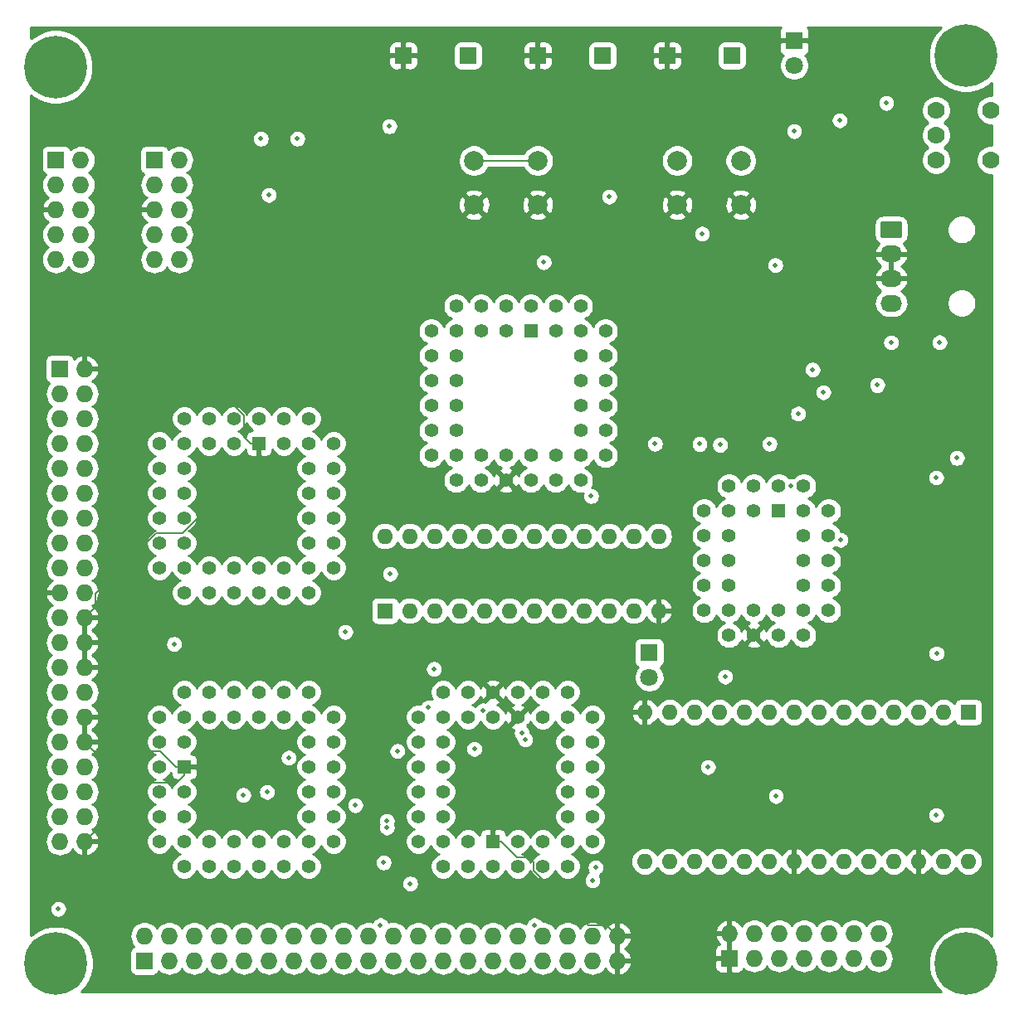
<source format=gbr>
G04 #@! TF.GenerationSoftware,KiCad,Pcbnew,5.1.4-e60b266~84~ubuntu18.04.1*
G04 #@! TF.CreationDate,2019-10-20T16:14:38+01:00*
G04 #@! TF.ProjectId,pluto,706c7574-6f2e-46b6-9963-61645f706362,rev?*
G04 #@! TF.SameCoordinates,Original*
G04 #@! TF.FileFunction,Copper,L2,Inr*
G04 #@! TF.FilePolarity,Positive*
%FSLAX46Y46*%
G04 Gerber Fmt 4.6, Leading zero omitted, Abs format (unit mm)*
G04 Created by KiCad (PCBNEW 5.1.4-e60b266~84~ubuntu18.04.1) date 2019-10-20 16:14:38*
%MOMM*%
%LPD*%
G04 APERTURE LIST*
%ADD10R,1.422400X1.422400*%
%ADD11C,1.422400*%
%ADD12R,1.800000X1.800000*%
%ADD13C,1.800000*%
%ADD14C,1.778000*%
%ADD15C,0.100000*%
%ADD16C,1.700000*%
%ADD17O,2.200000X1.700000*%
%ADD18O,1.727200X1.727200*%
%ADD19R,1.727200X1.727200*%
%ADD20C,6.400000*%
%ADD21C,2.000000*%
%ADD22O,1.600000X1.600000*%
%ADD23R,1.600000X1.600000*%
%ADD24R,1.700000X1.700000*%
%ADD25C,0.500000*%
%ADD26C,0.150000*%
%ADD27C,0.254000*%
G04 APERTURE END LIST*
D10*
X71501000Y-116332000D03*
D11*
X71501000Y-118872000D03*
X71501000Y-121412000D03*
X71501000Y-113792000D03*
X71501000Y-111252000D03*
X68961000Y-118872000D03*
X68961000Y-121412000D03*
X68961000Y-123952000D03*
X68961000Y-116332000D03*
X68961000Y-113792000D03*
X71501000Y-123952000D03*
X74041000Y-123952000D03*
X76581000Y-123952000D03*
X79121000Y-123952000D03*
X81661000Y-123952000D03*
X71501000Y-126492000D03*
X74041000Y-126492000D03*
X76581000Y-126492000D03*
X79121000Y-126492000D03*
X81661000Y-126492000D03*
X84201000Y-126492000D03*
X84201000Y-123952000D03*
X84201000Y-121412000D03*
X84201000Y-118872000D03*
X84201000Y-116332000D03*
X84201000Y-113792000D03*
X84201000Y-108712000D03*
X86741000Y-123952000D03*
X86741000Y-121412000D03*
X86741000Y-118872000D03*
X86741000Y-116332000D03*
X86741000Y-113792000D03*
X86741000Y-111252000D03*
X84201000Y-111252000D03*
X81661000Y-111252000D03*
X79121000Y-111252000D03*
X76581000Y-111252000D03*
X74041000Y-111252000D03*
X68961000Y-111252000D03*
X81661000Y-108712000D03*
X79121000Y-108712000D03*
X76581000Y-108712000D03*
X74041000Y-108712000D03*
X71501000Y-108712000D03*
X86741000Y-83312000D03*
X86741000Y-85852000D03*
X86741000Y-88392000D03*
X86741000Y-90932000D03*
X86741000Y-93472000D03*
X84201000Y-80772000D03*
X84201000Y-85852000D03*
X84201000Y-88392000D03*
X84201000Y-90932000D03*
X84201000Y-93472000D03*
X84201000Y-96012000D03*
X84201000Y-98552000D03*
X81661000Y-98552000D03*
X79121000Y-98552000D03*
X76581000Y-98552000D03*
X74041000Y-98552000D03*
X71501000Y-98552000D03*
X86741000Y-96012000D03*
X81661000Y-96012000D03*
X79121000Y-96012000D03*
X76581000Y-96012000D03*
X74041000Y-96012000D03*
X71501000Y-96012000D03*
X68961000Y-96012000D03*
X68961000Y-93472000D03*
X68961000Y-90932000D03*
X68961000Y-88392000D03*
X68961000Y-85852000D03*
X68961000Y-83312000D03*
X71501000Y-93472000D03*
X71501000Y-90932000D03*
X71501000Y-88392000D03*
X71501000Y-85852000D03*
X71501000Y-83312000D03*
X81661000Y-80772000D03*
X79121000Y-80772000D03*
X71501000Y-80772000D03*
X74041000Y-80772000D03*
X76581000Y-80772000D03*
X84201000Y-83312000D03*
X81661000Y-83312000D03*
X74041000Y-83312000D03*
X76581000Y-83312000D03*
D10*
X79121000Y-83312000D03*
D12*
X118948000Y-104648000D03*
D13*
X118948000Y-107188000D03*
D12*
X133731000Y-42164000D03*
D13*
X133731000Y-44704000D03*
D14*
X153797000Y-54356000D03*
X153797000Y-49276000D03*
X148209000Y-54356000D03*
X148209000Y-51816000D03*
X148209000Y-49276000D03*
D15*
G36*
X144511504Y-60619204D02*
G01*
X144535773Y-60622804D01*
X144559571Y-60628765D01*
X144582671Y-60637030D01*
X144604849Y-60647520D01*
X144625893Y-60660133D01*
X144645598Y-60674747D01*
X144663777Y-60691223D01*
X144680253Y-60709402D01*
X144694867Y-60729107D01*
X144707480Y-60750151D01*
X144717970Y-60772329D01*
X144726235Y-60795429D01*
X144732196Y-60819227D01*
X144735796Y-60843496D01*
X144737000Y-60868000D01*
X144737000Y-62068000D01*
X144735796Y-62092504D01*
X144732196Y-62116773D01*
X144726235Y-62140571D01*
X144717970Y-62163671D01*
X144707480Y-62185849D01*
X144694867Y-62206893D01*
X144680253Y-62226598D01*
X144663777Y-62244777D01*
X144645598Y-62261253D01*
X144625893Y-62275867D01*
X144604849Y-62288480D01*
X144582671Y-62298970D01*
X144559571Y-62307235D01*
X144535773Y-62313196D01*
X144511504Y-62316796D01*
X144487000Y-62318000D01*
X142787000Y-62318000D01*
X142762496Y-62316796D01*
X142738227Y-62313196D01*
X142714429Y-62307235D01*
X142691329Y-62298970D01*
X142669151Y-62288480D01*
X142648107Y-62275867D01*
X142628402Y-62261253D01*
X142610223Y-62244777D01*
X142593747Y-62226598D01*
X142579133Y-62206893D01*
X142566520Y-62185849D01*
X142556030Y-62163671D01*
X142547765Y-62140571D01*
X142541804Y-62116773D01*
X142538204Y-62092504D01*
X142537000Y-62068000D01*
X142537000Y-60868000D01*
X142538204Y-60843496D01*
X142541804Y-60819227D01*
X142547765Y-60795429D01*
X142556030Y-60772329D01*
X142566520Y-60750151D01*
X142579133Y-60729107D01*
X142593747Y-60709402D01*
X142610223Y-60691223D01*
X142628402Y-60674747D01*
X142648107Y-60660133D01*
X142669151Y-60647520D01*
X142691329Y-60637030D01*
X142714429Y-60628765D01*
X142738227Y-60622804D01*
X142762496Y-60619204D01*
X142787000Y-60618000D01*
X144487000Y-60618000D01*
X144511504Y-60619204D01*
X144511504Y-60619204D01*
G37*
D16*
X143637000Y-61468000D03*
D17*
X143637000Y-63968000D03*
X143637000Y-66468000D03*
X143637000Y-68968000D03*
D18*
X70993000Y-64516000D03*
X68453000Y-64516000D03*
X70993000Y-61976000D03*
X68453000Y-61976000D03*
X70993000Y-59436000D03*
X68453000Y-59436000D03*
X70993000Y-56896000D03*
X68453000Y-56896000D03*
X70993000Y-54356000D03*
D19*
X68453000Y-54356000D03*
X58420000Y-54356000D03*
D18*
X60960000Y-54356000D03*
X58420000Y-56896000D03*
X60960000Y-56896000D03*
X58420000Y-59436000D03*
X60960000Y-59436000D03*
X58420000Y-61976000D03*
X60960000Y-61976000D03*
X58420000Y-64516000D03*
X60960000Y-64516000D03*
D19*
X127127000Y-135890000D03*
D18*
X127127000Y-133350000D03*
X129667000Y-135890000D03*
X129667000Y-133350000D03*
X132207000Y-135890000D03*
X132207000Y-133350000D03*
X134747000Y-135890000D03*
X134747000Y-133350000D03*
X137287000Y-135890000D03*
X137287000Y-133350000D03*
X139827000Y-135890000D03*
X139827000Y-133350000D03*
X142367000Y-135890000D03*
X142367000Y-133350000D03*
D20*
X58394600Y-44856400D03*
X151257000Y-43688000D03*
X151257000Y-136398000D03*
X58420000Y-136398000D03*
D19*
X58801000Y-75692000D03*
D18*
X61341000Y-75692000D03*
X58801000Y-78232000D03*
X61341000Y-78232000D03*
X58801000Y-80772000D03*
X61341000Y-80772000D03*
X58801000Y-83312000D03*
X61341000Y-83312000D03*
X58801000Y-85852000D03*
X61341000Y-85852000D03*
X58801000Y-88392000D03*
X61341000Y-88392000D03*
X58801000Y-90932000D03*
X61341000Y-90932000D03*
X58801000Y-93472000D03*
X61341000Y-93472000D03*
X58801000Y-96012000D03*
X61341000Y-96012000D03*
X58801000Y-98552000D03*
X61341000Y-98552000D03*
X58801000Y-101092000D03*
X61341000Y-101092000D03*
X58801000Y-103632000D03*
X61341000Y-103632000D03*
X58801000Y-106172000D03*
X61341000Y-106172000D03*
X58801000Y-108712000D03*
X61341000Y-108712000D03*
X58801000Y-111252000D03*
X61341000Y-111252000D03*
X58801000Y-113792000D03*
X61341000Y-113792000D03*
X58801000Y-116332000D03*
X61341000Y-116332000D03*
X58801000Y-118872000D03*
X61341000Y-118872000D03*
X58801000Y-121412000D03*
X61341000Y-121412000D03*
X58801000Y-123952000D03*
X61341000Y-123952000D03*
D21*
X128293000Y-54428000D03*
X128293000Y-58928000D03*
X121793000Y-54428000D03*
X121793000Y-58928000D03*
X101069000Y-58928000D03*
X101069000Y-54428000D03*
X107569000Y-58928000D03*
X107569000Y-54428000D03*
D11*
X95377000Y-123952000D03*
X95377000Y-121412000D03*
X95377000Y-118872000D03*
X95377000Y-116332000D03*
X95377000Y-113792000D03*
X97917000Y-126492000D03*
X97917000Y-121412000D03*
X97917000Y-118872000D03*
X97917000Y-116332000D03*
X97917000Y-113792000D03*
X97917000Y-111252000D03*
X97917000Y-108712000D03*
X100457000Y-108712000D03*
X102997000Y-108712000D03*
X105537000Y-108712000D03*
X108077000Y-108712000D03*
X110617000Y-108712000D03*
X95377000Y-111252000D03*
X100457000Y-111252000D03*
X102997000Y-111252000D03*
X105537000Y-111252000D03*
X108077000Y-111252000D03*
X110617000Y-111252000D03*
X113157000Y-111252000D03*
X113157000Y-113792000D03*
X113157000Y-116332000D03*
X113157000Y-118872000D03*
X113157000Y-121412000D03*
X113157000Y-123952000D03*
X110617000Y-113792000D03*
X110617000Y-116332000D03*
X110617000Y-118872000D03*
X110617000Y-121412000D03*
X110617000Y-123952000D03*
X100457000Y-126492000D03*
X102997000Y-126492000D03*
X110617000Y-126492000D03*
X108077000Y-126492000D03*
X105537000Y-126492000D03*
X97917000Y-123952000D03*
X100457000Y-123952000D03*
X108077000Y-123952000D03*
X105537000Y-123952000D03*
D10*
X102997000Y-123952000D03*
D22*
X151511000Y-125984000D03*
X118491000Y-110744000D03*
X148971000Y-125984000D03*
X121031000Y-110744000D03*
X146431000Y-125984000D03*
X123571000Y-110744000D03*
X143891000Y-125984000D03*
X126111000Y-110744000D03*
X141351000Y-125984000D03*
X128651000Y-110744000D03*
X138811000Y-125984000D03*
X131191000Y-110744000D03*
X136271000Y-125984000D03*
X133731000Y-110744000D03*
X133731000Y-125984000D03*
X136271000Y-110744000D03*
X131191000Y-125984000D03*
X138811000Y-110744000D03*
X128651000Y-125984000D03*
X141351000Y-110744000D03*
X126111000Y-125984000D03*
X143891000Y-110744000D03*
X123571000Y-125984000D03*
X146431000Y-110744000D03*
X121031000Y-125984000D03*
X148971000Y-110744000D03*
X118491000Y-125984000D03*
D23*
X151511000Y-110744000D03*
X91973400Y-100381000D03*
D22*
X119913400Y-92761000D03*
X94513400Y-100381000D03*
X117373400Y-92761000D03*
X97053400Y-100381000D03*
X114833400Y-92761000D03*
X99593400Y-100381000D03*
X112293400Y-92761000D03*
X102133400Y-100381000D03*
X109753400Y-92761000D03*
X104673400Y-100381000D03*
X107213400Y-92761000D03*
X107213400Y-100381000D03*
X104673400Y-92761000D03*
X109753400Y-100381000D03*
X102133400Y-92761000D03*
X112293400Y-100381000D03*
X99593400Y-92761000D03*
X114833400Y-100381000D03*
X97053400Y-92761000D03*
X117373400Y-100381000D03*
X94513400Y-92761000D03*
X119913400Y-100381000D03*
X91973400Y-92761000D03*
D10*
X106858000Y-71831200D03*
D11*
X104318000Y-71831200D03*
X101778000Y-71831200D03*
X109398000Y-71831200D03*
X111938000Y-71831200D03*
X104318000Y-69291200D03*
X101778000Y-69291200D03*
X99238000Y-69291200D03*
X106858000Y-69291200D03*
X109398000Y-69291200D03*
X99238000Y-71831200D03*
X99238000Y-74371200D03*
X99238000Y-76911200D03*
X99238000Y-79451200D03*
X99238000Y-81991200D03*
X96698000Y-71831200D03*
X96698000Y-74371200D03*
X96698000Y-76911200D03*
X96698000Y-79451200D03*
X96698000Y-81991200D03*
X96698000Y-84531200D03*
X99238000Y-84531200D03*
X101778000Y-84531200D03*
X104318000Y-84531200D03*
X106858000Y-84531200D03*
X109398000Y-84531200D03*
X114478000Y-84531200D03*
X99238000Y-87071200D03*
X101778000Y-87071200D03*
X104318000Y-87071200D03*
X106858000Y-87071200D03*
X109398000Y-87071200D03*
X111938000Y-87071200D03*
X111938000Y-84531200D03*
X111938000Y-81991200D03*
X111938000Y-79451200D03*
X111938000Y-76911200D03*
X111938000Y-74371200D03*
X111938000Y-69291200D03*
X114478000Y-81991200D03*
X114478000Y-79451200D03*
X114478000Y-76911200D03*
X114478000Y-74371200D03*
X114478000Y-71831200D03*
D24*
X127381000Y-43688000D03*
X120777000Y-43688000D03*
X114173000Y-43688000D03*
X107569000Y-43688000D03*
X100457000Y-43688000D03*
X93853000Y-43688000D03*
D11*
X134706300Y-90198600D03*
X132166300Y-87658600D03*
X134706300Y-87658600D03*
X134706300Y-92738600D03*
X134706300Y-95278600D03*
X134706300Y-97818600D03*
X134706300Y-100358600D03*
X134706300Y-102898600D03*
X132166300Y-102898600D03*
X137246300Y-90198600D03*
X137246300Y-92738600D03*
X137246300Y-95278600D03*
X137246300Y-97818600D03*
X137246300Y-100358600D03*
X132166300Y-100358600D03*
X129626300Y-100358600D03*
X127086300Y-100358600D03*
X124546300Y-100358600D03*
X124546300Y-97818600D03*
X124546300Y-95278600D03*
X124546300Y-92738600D03*
X129626300Y-102898600D03*
X127086300Y-102898600D03*
X127086300Y-97818600D03*
X127086300Y-95278600D03*
X127086300Y-92738600D03*
X127086300Y-90198600D03*
X127086300Y-87658600D03*
X129626300Y-87658600D03*
X124546300Y-90198600D03*
X129626300Y-90198600D03*
D10*
X132166300Y-90198600D03*
D19*
X67437000Y-136144000D03*
D18*
X67437000Y-133604000D03*
X69977000Y-136144000D03*
X69977000Y-133604000D03*
X72517000Y-136144000D03*
X72517000Y-133604000D03*
X75057000Y-136144000D03*
X75057000Y-133604000D03*
X77597000Y-136144000D03*
X77597000Y-133604000D03*
X80137000Y-136144000D03*
X80137000Y-133604000D03*
X82677000Y-136144000D03*
X82677000Y-133604000D03*
X85217000Y-136144000D03*
X85217000Y-133604000D03*
X87757000Y-136144000D03*
X87757000Y-133604000D03*
X90297000Y-136144000D03*
X90297000Y-133604000D03*
X92837000Y-136144000D03*
X92837000Y-133604000D03*
X95377000Y-136144000D03*
X95377000Y-133604000D03*
X97917000Y-136144000D03*
X97917000Y-133604000D03*
X100457000Y-136144000D03*
X100457000Y-133604000D03*
X102997000Y-136144000D03*
X102997000Y-133604000D03*
X105537000Y-136144000D03*
X105537000Y-133604000D03*
X108077000Y-136144000D03*
X108077000Y-133604000D03*
X110617000Y-136144000D03*
X110617000Y-133604000D03*
X113157000Y-136144000D03*
X113157000Y-133604000D03*
X115697000Y-136144000D03*
X115697000Y-133604000D03*
D25*
X104186200Y-64792800D03*
X147165100Y-77844200D03*
X111329200Y-58242600D03*
X136037300Y-81039300D03*
X127278400Y-80283800D03*
X89957700Y-119812500D03*
X129648800Y-63813900D03*
X93853000Y-51986600D03*
X143129000Y-46501300D03*
X134493000Y-72492200D03*
X121285000Y-68781200D03*
X78105000Y-46599800D03*
X143617000Y-82014700D03*
X140627900Y-101965100D03*
X94562300Y-96514600D03*
X138375800Y-46868300D03*
X126873000Y-70298100D03*
X79902900Y-57009800D03*
X141810900Y-78314400D03*
X123977800Y-78275100D03*
X129162700Y-82723400D03*
X146189100Y-121757000D03*
X68404800Y-103771200D03*
X146200800Y-104290700D03*
X75440400Y-103771200D03*
X124079600Y-83356600D03*
X92505700Y-96628000D03*
X138370800Y-50315600D03*
X142204800Y-77344400D03*
X92171600Y-121842000D03*
X131212800Y-83351300D03*
X148227000Y-121250800D03*
X136712900Y-78076500D03*
X124333000Y-61888400D03*
X134121000Y-80265600D03*
X114859900Y-58105600D03*
X79327200Y-52197100D03*
X58653100Y-130840500D03*
X150333000Y-84794100D03*
X143129000Y-48551400D03*
X126162000Y-83443800D03*
X135613000Y-75757000D03*
X124938800Y-116356100D03*
X108190600Y-64804800D03*
X70457100Y-103771200D03*
X133731000Y-51423900D03*
X126675000Y-107119400D03*
X131823000Y-65082900D03*
X80108800Y-57925400D03*
X119541000Y-83347100D03*
X131866100Y-119317400D03*
X148256000Y-104741800D03*
X143617000Y-72987800D03*
X148567000Y-72981700D03*
X113467700Y-126601700D03*
X77520000Y-119193900D03*
X107269000Y-132494600D03*
X82147600Y-115395500D03*
X93245000Y-114701800D03*
X101094100Y-114501100D03*
X133400200Y-87640400D03*
X106292200Y-113543200D03*
X96436400Y-110244500D03*
X101993000Y-110563700D03*
X105931200Y-112872200D03*
X91525500Y-132494500D03*
X91849500Y-126110300D03*
X96976100Y-106318900D03*
X113025700Y-88685600D03*
X83043300Y-52197000D03*
X92426700Y-50927000D03*
X94568700Y-128240400D03*
X148227200Y-86791800D03*
X79935700Y-118896200D03*
X138446900Y-93143500D03*
X88955300Y-120262600D03*
X92185100Y-122534400D03*
X113157000Y-127901900D03*
X87934500Y-102562700D03*
D26*
X102997000Y-123952000D02*
X103858000Y-123952000D01*
X103858000Y-123952000D02*
X105462000Y-125556000D01*
X105462000Y-125556000D02*
X106633000Y-125556000D01*
X106633000Y-125556000D02*
X107141000Y-126064000D01*
X107141000Y-126064000D02*
X107141000Y-126941000D01*
X107141000Y-126941000D02*
X112715000Y-132515000D01*
X112715000Y-132515000D02*
X114608000Y-132515000D01*
X114608000Y-132515000D02*
X115697000Y-133604000D01*
X79121000Y-83312000D02*
X79121000Y-84697600D01*
X79121000Y-84697600D02*
X71362600Y-92456000D01*
X71362600Y-92456000D02*
X68591400Y-92456000D01*
X68591400Y-92456000D02*
X62429600Y-98617800D01*
X62429600Y-98617800D02*
X62429600Y-100003000D01*
X62429600Y-100003000D02*
X62204600Y-100228000D01*
X62204600Y-100228000D02*
X61341000Y-101092000D01*
X71501000Y-116332000D02*
X71501000Y-117193000D01*
X71501000Y-117193000D02*
X70758400Y-117936000D01*
X70758400Y-117936000D02*
X67357200Y-117936000D01*
X67357200Y-117936000D02*
X62204600Y-123088000D01*
X62204600Y-123088000D02*
X61341000Y-123952000D01*
X71501000Y-116332000D02*
X70639800Y-116332000D01*
X70639800Y-116332000D02*
X69036000Y-114728000D01*
X69036000Y-114728000D02*
X62277200Y-114728000D01*
X62277200Y-114728000D02*
X62204600Y-114656000D01*
X62204600Y-114656000D02*
X61341000Y-113792000D01*
X79121000Y-83312000D02*
X78259800Y-83312000D01*
X78259800Y-83312000D02*
X77597000Y-82649200D01*
X77597000Y-82649200D02*
X77597000Y-80402400D01*
X77597000Y-80402400D02*
X72886600Y-75692000D01*
X72886600Y-75692000D02*
X61341000Y-75692000D01*
X107569000Y-54428000D02*
X101069000Y-54428000D01*
D27*
G36*
X132300463Y-40909506D02*
G01*
X132241498Y-41019820D01*
X132205188Y-41139518D01*
X132192928Y-41264000D01*
X132196000Y-41878250D01*
X132354750Y-42037000D01*
X133604000Y-42037000D01*
X133604000Y-42017000D01*
X133858000Y-42017000D01*
X133858000Y-42037000D01*
X135107250Y-42037000D01*
X135266000Y-41878250D01*
X135269072Y-41264000D01*
X135256812Y-41139518D01*
X135220502Y-41019820D01*
X135161537Y-40909506D01*
X135085620Y-40817000D01*
X148704491Y-40817000D01*
X148278161Y-41243330D01*
X147858467Y-41871446D01*
X147569377Y-42569372D01*
X147422000Y-43310285D01*
X147422000Y-44065715D01*
X147569377Y-44806628D01*
X147858467Y-45504554D01*
X148278161Y-46132670D01*
X148812330Y-46666839D01*
X149440446Y-47086533D01*
X150138372Y-47375623D01*
X150879285Y-47523000D01*
X151634715Y-47523000D01*
X152375628Y-47375623D01*
X153073554Y-47086533D01*
X153701670Y-46666839D01*
X153874000Y-46494509D01*
X153874000Y-47752000D01*
X153646899Y-47752000D01*
X153352466Y-47810566D01*
X153075115Y-47925449D01*
X152825507Y-48092232D01*
X152613232Y-48304507D01*
X152446449Y-48554115D01*
X152331566Y-48831466D01*
X152273000Y-49125899D01*
X152273000Y-49426101D01*
X152331566Y-49720534D01*
X152446449Y-49997885D01*
X152613232Y-50247493D01*
X152825507Y-50459768D01*
X153075115Y-50626551D01*
X153352466Y-50741434D01*
X153646899Y-50800000D01*
X153874000Y-50800000D01*
X153874000Y-52832000D01*
X153646899Y-52832000D01*
X153352466Y-52890566D01*
X153075115Y-53005449D01*
X152825507Y-53172232D01*
X152613232Y-53384507D01*
X152446449Y-53634115D01*
X152331566Y-53911466D01*
X152273000Y-54205899D01*
X152273000Y-54506101D01*
X152331566Y-54800534D01*
X152446449Y-55077885D01*
X152613232Y-55327493D01*
X152825507Y-55539768D01*
X153075115Y-55706551D01*
X153352466Y-55821434D01*
X153646899Y-55880000D01*
X153874000Y-55880000D01*
X153874001Y-133591492D01*
X153701670Y-133419161D01*
X153073554Y-132999467D01*
X152375628Y-132710377D01*
X151634715Y-132563000D01*
X150879285Y-132563000D01*
X150138372Y-132710377D01*
X149440446Y-132999467D01*
X148812330Y-133419161D01*
X148278161Y-133953330D01*
X147858467Y-134581446D01*
X147569377Y-135279372D01*
X147422000Y-136020285D01*
X147422000Y-136775715D01*
X147569377Y-137516628D01*
X147858467Y-138214554D01*
X148278161Y-138842670D01*
X148704491Y-139269000D01*
X60972509Y-139269000D01*
X61398839Y-138842670D01*
X61818533Y-138214554D01*
X62107623Y-137516628D01*
X62255000Y-136775715D01*
X62255000Y-136020285D01*
X62107623Y-135279372D01*
X61818533Y-134581446D01*
X61398839Y-133953330D01*
X61049509Y-133604000D01*
X65931149Y-133604000D01*
X65960084Y-133897777D01*
X66045775Y-134180264D01*
X66184931Y-134440606D01*
X66372203Y-134668797D01*
X66380265Y-134675414D01*
X66329220Y-134690898D01*
X66218906Y-134749863D01*
X66122215Y-134829215D01*
X66042863Y-134925906D01*
X65983898Y-135036220D01*
X65947588Y-135155918D01*
X65935328Y-135280400D01*
X65935328Y-137007600D01*
X65947588Y-137132082D01*
X65983898Y-137251780D01*
X66042863Y-137362094D01*
X66122215Y-137458785D01*
X66218906Y-137538137D01*
X66329220Y-137597102D01*
X66448918Y-137633412D01*
X66573400Y-137645672D01*
X68300600Y-137645672D01*
X68425082Y-137633412D01*
X68544780Y-137597102D01*
X68655094Y-137538137D01*
X68751785Y-137458785D01*
X68831137Y-137362094D01*
X68890102Y-137251780D01*
X68905586Y-137200735D01*
X68912203Y-137208797D01*
X69140394Y-137396069D01*
X69400736Y-137535225D01*
X69683223Y-137620916D01*
X69903381Y-137642600D01*
X70050619Y-137642600D01*
X70270777Y-137620916D01*
X70553264Y-137535225D01*
X70813606Y-137396069D01*
X71041797Y-137208797D01*
X71229069Y-136980606D01*
X71247000Y-136947060D01*
X71264931Y-136980606D01*
X71452203Y-137208797D01*
X71680394Y-137396069D01*
X71940736Y-137535225D01*
X72223223Y-137620916D01*
X72443381Y-137642600D01*
X72590619Y-137642600D01*
X72810777Y-137620916D01*
X73093264Y-137535225D01*
X73353606Y-137396069D01*
X73581797Y-137208797D01*
X73769069Y-136980606D01*
X73787000Y-136947060D01*
X73804931Y-136980606D01*
X73992203Y-137208797D01*
X74220394Y-137396069D01*
X74480736Y-137535225D01*
X74763223Y-137620916D01*
X74983381Y-137642600D01*
X75130619Y-137642600D01*
X75350777Y-137620916D01*
X75633264Y-137535225D01*
X75893606Y-137396069D01*
X76121797Y-137208797D01*
X76309069Y-136980606D01*
X76327000Y-136947060D01*
X76344931Y-136980606D01*
X76532203Y-137208797D01*
X76760394Y-137396069D01*
X77020736Y-137535225D01*
X77303223Y-137620916D01*
X77523381Y-137642600D01*
X77670619Y-137642600D01*
X77890777Y-137620916D01*
X78173264Y-137535225D01*
X78433606Y-137396069D01*
X78661797Y-137208797D01*
X78849069Y-136980606D01*
X78867000Y-136947060D01*
X78884931Y-136980606D01*
X79072203Y-137208797D01*
X79300394Y-137396069D01*
X79560736Y-137535225D01*
X79843223Y-137620916D01*
X80063381Y-137642600D01*
X80210619Y-137642600D01*
X80430777Y-137620916D01*
X80713264Y-137535225D01*
X80973606Y-137396069D01*
X81201797Y-137208797D01*
X81389069Y-136980606D01*
X81407000Y-136947060D01*
X81424931Y-136980606D01*
X81612203Y-137208797D01*
X81840394Y-137396069D01*
X82100736Y-137535225D01*
X82383223Y-137620916D01*
X82603381Y-137642600D01*
X82750619Y-137642600D01*
X82970777Y-137620916D01*
X83253264Y-137535225D01*
X83513606Y-137396069D01*
X83741797Y-137208797D01*
X83929069Y-136980606D01*
X83947000Y-136947060D01*
X83964931Y-136980606D01*
X84152203Y-137208797D01*
X84380394Y-137396069D01*
X84640736Y-137535225D01*
X84923223Y-137620916D01*
X85143381Y-137642600D01*
X85290619Y-137642600D01*
X85510777Y-137620916D01*
X85793264Y-137535225D01*
X86053606Y-137396069D01*
X86281797Y-137208797D01*
X86469069Y-136980606D01*
X86487000Y-136947060D01*
X86504931Y-136980606D01*
X86692203Y-137208797D01*
X86920394Y-137396069D01*
X87180736Y-137535225D01*
X87463223Y-137620916D01*
X87683381Y-137642600D01*
X87830619Y-137642600D01*
X88050777Y-137620916D01*
X88333264Y-137535225D01*
X88593606Y-137396069D01*
X88821797Y-137208797D01*
X89009069Y-136980606D01*
X89027000Y-136947060D01*
X89044931Y-136980606D01*
X89232203Y-137208797D01*
X89460394Y-137396069D01*
X89720736Y-137535225D01*
X90003223Y-137620916D01*
X90223381Y-137642600D01*
X90370619Y-137642600D01*
X90590777Y-137620916D01*
X90873264Y-137535225D01*
X91133606Y-137396069D01*
X91361797Y-137208797D01*
X91549069Y-136980606D01*
X91567000Y-136947060D01*
X91584931Y-136980606D01*
X91772203Y-137208797D01*
X92000394Y-137396069D01*
X92260736Y-137535225D01*
X92543223Y-137620916D01*
X92763381Y-137642600D01*
X92910619Y-137642600D01*
X93130777Y-137620916D01*
X93413264Y-137535225D01*
X93673606Y-137396069D01*
X93901797Y-137208797D01*
X94089069Y-136980606D01*
X94107000Y-136947060D01*
X94124931Y-136980606D01*
X94312203Y-137208797D01*
X94540394Y-137396069D01*
X94800736Y-137535225D01*
X95083223Y-137620916D01*
X95303381Y-137642600D01*
X95450619Y-137642600D01*
X95670777Y-137620916D01*
X95953264Y-137535225D01*
X96213606Y-137396069D01*
X96441797Y-137208797D01*
X96629069Y-136980606D01*
X96647000Y-136947060D01*
X96664931Y-136980606D01*
X96852203Y-137208797D01*
X97080394Y-137396069D01*
X97340736Y-137535225D01*
X97623223Y-137620916D01*
X97843381Y-137642600D01*
X97990619Y-137642600D01*
X98210777Y-137620916D01*
X98493264Y-137535225D01*
X98753606Y-137396069D01*
X98981797Y-137208797D01*
X99169069Y-136980606D01*
X99187000Y-136947060D01*
X99204931Y-136980606D01*
X99392203Y-137208797D01*
X99620394Y-137396069D01*
X99880736Y-137535225D01*
X100163223Y-137620916D01*
X100383381Y-137642600D01*
X100530619Y-137642600D01*
X100750777Y-137620916D01*
X101033264Y-137535225D01*
X101293606Y-137396069D01*
X101521797Y-137208797D01*
X101709069Y-136980606D01*
X101727000Y-136947060D01*
X101744931Y-136980606D01*
X101932203Y-137208797D01*
X102160394Y-137396069D01*
X102420736Y-137535225D01*
X102703223Y-137620916D01*
X102923381Y-137642600D01*
X103070619Y-137642600D01*
X103290777Y-137620916D01*
X103573264Y-137535225D01*
X103833606Y-137396069D01*
X104061797Y-137208797D01*
X104249069Y-136980606D01*
X104267000Y-136947060D01*
X104284931Y-136980606D01*
X104472203Y-137208797D01*
X104700394Y-137396069D01*
X104960736Y-137535225D01*
X105243223Y-137620916D01*
X105463381Y-137642600D01*
X105610619Y-137642600D01*
X105830777Y-137620916D01*
X106113264Y-137535225D01*
X106373606Y-137396069D01*
X106601797Y-137208797D01*
X106789069Y-136980606D01*
X106807000Y-136947060D01*
X106824931Y-136980606D01*
X107012203Y-137208797D01*
X107240394Y-137396069D01*
X107500736Y-137535225D01*
X107783223Y-137620916D01*
X108003381Y-137642600D01*
X108150619Y-137642600D01*
X108370777Y-137620916D01*
X108653264Y-137535225D01*
X108913606Y-137396069D01*
X109141797Y-137208797D01*
X109329069Y-136980606D01*
X109347000Y-136947060D01*
X109364931Y-136980606D01*
X109552203Y-137208797D01*
X109780394Y-137396069D01*
X110040736Y-137535225D01*
X110323223Y-137620916D01*
X110543381Y-137642600D01*
X110690619Y-137642600D01*
X110910777Y-137620916D01*
X111193264Y-137535225D01*
X111453606Y-137396069D01*
X111681797Y-137208797D01*
X111869069Y-136980606D01*
X111887000Y-136947060D01*
X111904931Y-136980606D01*
X112092203Y-137208797D01*
X112320394Y-137396069D01*
X112580736Y-137535225D01*
X112863223Y-137620916D01*
X113083381Y-137642600D01*
X113230619Y-137642600D01*
X113450777Y-137620916D01*
X113733264Y-137535225D01*
X113993606Y-137396069D01*
X114221797Y-137208797D01*
X114409069Y-136980606D01*
X114432863Y-136936090D01*
X114490183Y-137032488D01*
X114686707Y-137250854D01*
X114922056Y-137426684D01*
X115187186Y-137553222D01*
X115337974Y-137598958D01*
X115570000Y-137477817D01*
X115570000Y-136271000D01*
X115824000Y-136271000D01*
X115824000Y-137477817D01*
X116056026Y-137598958D01*
X116206814Y-137553222D01*
X116471944Y-137426684D01*
X116707293Y-137250854D01*
X116903817Y-137032488D01*
X117053964Y-136779978D01*
X117063297Y-136753600D01*
X125625328Y-136753600D01*
X125637588Y-136878082D01*
X125673898Y-136997780D01*
X125732863Y-137108094D01*
X125812215Y-137204785D01*
X125908906Y-137284137D01*
X126019220Y-137343102D01*
X126138918Y-137379412D01*
X126263400Y-137391672D01*
X126841250Y-137388600D01*
X127000000Y-137229850D01*
X127000000Y-136017000D01*
X125787150Y-136017000D01*
X125628400Y-136175750D01*
X125625328Y-136753600D01*
X117063297Y-136753600D01*
X117151963Y-136503027D01*
X117031464Y-136271000D01*
X115824000Y-136271000D01*
X115570000Y-136271000D01*
X115550000Y-136271000D01*
X115550000Y-136017000D01*
X115570000Y-136017000D01*
X115570000Y-133731000D01*
X115824000Y-133731000D01*
X115824000Y-136017000D01*
X117031464Y-136017000D01*
X117151963Y-135784973D01*
X117053964Y-135508022D01*
X116903817Y-135255512D01*
X116707293Y-135037146D01*
X116692910Y-135026400D01*
X125625328Y-135026400D01*
X125628400Y-135604250D01*
X125787150Y-135763000D01*
X127000000Y-135763000D01*
X127000000Y-133477000D01*
X125792536Y-133477000D01*
X125672037Y-133709027D01*
X125770036Y-133985978D01*
X125920183Y-134238488D01*
X126081692Y-134417947D01*
X126019220Y-134436898D01*
X125908906Y-134495863D01*
X125812215Y-134575215D01*
X125732863Y-134671906D01*
X125673898Y-134782220D01*
X125637588Y-134901918D01*
X125625328Y-135026400D01*
X116692910Y-135026400D01*
X116488922Y-134874000D01*
X116707293Y-134710854D01*
X116903817Y-134492488D01*
X117053964Y-134239978D01*
X117151963Y-133963027D01*
X117031464Y-133731000D01*
X115824000Y-133731000D01*
X115570000Y-133731000D01*
X115550000Y-133731000D01*
X115550000Y-133477000D01*
X115570000Y-133477000D01*
X115570000Y-132270183D01*
X115824000Y-132270183D01*
X115824000Y-133477000D01*
X117031464Y-133477000D01*
X117151963Y-133244973D01*
X117062086Y-132990973D01*
X125672037Y-132990973D01*
X125792536Y-133223000D01*
X127000000Y-133223000D01*
X127000000Y-132016183D01*
X127254000Y-132016183D01*
X127254000Y-133223000D01*
X127274000Y-133223000D01*
X127274000Y-133477000D01*
X127254000Y-133477000D01*
X127254000Y-135763000D01*
X127274000Y-135763000D01*
X127274000Y-136017000D01*
X127254000Y-136017000D01*
X127254000Y-137229850D01*
X127412750Y-137388600D01*
X127990600Y-137391672D01*
X128115082Y-137379412D01*
X128234780Y-137343102D01*
X128345094Y-137284137D01*
X128441785Y-137204785D01*
X128521137Y-137108094D01*
X128580102Y-136997780D01*
X128595586Y-136946735D01*
X128602203Y-136954797D01*
X128830394Y-137142069D01*
X129090736Y-137281225D01*
X129373223Y-137366916D01*
X129593381Y-137388600D01*
X129740619Y-137388600D01*
X129960777Y-137366916D01*
X130243264Y-137281225D01*
X130503606Y-137142069D01*
X130731797Y-136954797D01*
X130919069Y-136726606D01*
X130937000Y-136693060D01*
X130954931Y-136726606D01*
X131142203Y-136954797D01*
X131370394Y-137142069D01*
X131630736Y-137281225D01*
X131913223Y-137366916D01*
X132133381Y-137388600D01*
X132280619Y-137388600D01*
X132500777Y-137366916D01*
X132783264Y-137281225D01*
X133043606Y-137142069D01*
X133271797Y-136954797D01*
X133459069Y-136726606D01*
X133477000Y-136693060D01*
X133494931Y-136726606D01*
X133682203Y-136954797D01*
X133910394Y-137142069D01*
X134170736Y-137281225D01*
X134453223Y-137366916D01*
X134673381Y-137388600D01*
X134820619Y-137388600D01*
X135040777Y-137366916D01*
X135323264Y-137281225D01*
X135583606Y-137142069D01*
X135811797Y-136954797D01*
X135999069Y-136726606D01*
X136017000Y-136693060D01*
X136034931Y-136726606D01*
X136222203Y-136954797D01*
X136450394Y-137142069D01*
X136710736Y-137281225D01*
X136993223Y-137366916D01*
X137213381Y-137388600D01*
X137360619Y-137388600D01*
X137580777Y-137366916D01*
X137863264Y-137281225D01*
X138123606Y-137142069D01*
X138351797Y-136954797D01*
X138539069Y-136726606D01*
X138557000Y-136693060D01*
X138574931Y-136726606D01*
X138762203Y-136954797D01*
X138990394Y-137142069D01*
X139250736Y-137281225D01*
X139533223Y-137366916D01*
X139753381Y-137388600D01*
X139900619Y-137388600D01*
X140120777Y-137366916D01*
X140403264Y-137281225D01*
X140663606Y-137142069D01*
X140891797Y-136954797D01*
X141079069Y-136726606D01*
X141097000Y-136693060D01*
X141114931Y-136726606D01*
X141302203Y-136954797D01*
X141530394Y-137142069D01*
X141790736Y-137281225D01*
X142073223Y-137366916D01*
X142293381Y-137388600D01*
X142440619Y-137388600D01*
X142660777Y-137366916D01*
X142943264Y-137281225D01*
X143203606Y-137142069D01*
X143431797Y-136954797D01*
X143619069Y-136726606D01*
X143758225Y-136466264D01*
X143843916Y-136183777D01*
X143872851Y-135890000D01*
X143843916Y-135596223D01*
X143758225Y-135313736D01*
X143619069Y-135053394D01*
X143431797Y-134825203D01*
X143203606Y-134637931D01*
X143170060Y-134620000D01*
X143203606Y-134602069D01*
X143431797Y-134414797D01*
X143619069Y-134186606D01*
X143758225Y-133926264D01*
X143843916Y-133643777D01*
X143872851Y-133350000D01*
X143843916Y-133056223D01*
X143758225Y-132773736D01*
X143619069Y-132513394D01*
X143431797Y-132285203D01*
X143203606Y-132097931D01*
X142943264Y-131958775D01*
X142660777Y-131873084D01*
X142440619Y-131851400D01*
X142293381Y-131851400D01*
X142073223Y-131873084D01*
X141790736Y-131958775D01*
X141530394Y-132097931D01*
X141302203Y-132285203D01*
X141114931Y-132513394D01*
X141097000Y-132546940D01*
X141079069Y-132513394D01*
X140891797Y-132285203D01*
X140663606Y-132097931D01*
X140403264Y-131958775D01*
X140120777Y-131873084D01*
X139900619Y-131851400D01*
X139753381Y-131851400D01*
X139533223Y-131873084D01*
X139250736Y-131958775D01*
X138990394Y-132097931D01*
X138762203Y-132285203D01*
X138574931Y-132513394D01*
X138557000Y-132546940D01*
X138539069Y-132513394D01*
X138351797Y-132285203D01*
X138123606Y-132097931D01*
X137863264Y-131958775D01*
X137580777Y-131873084D01*
X137360619Y-131851400D01*
X137213381Y-131851400D01*
X136993223Y-131873084D01*
X136710736Y-131958775D01*
X136450394Y-132097931D01*
X136222203Y-132285203D01*
X136034931Y-132513394D01*
X136017000Y-132546940D01*
X135999069Y-132513394D01*
X135811797Y-132285203D01*
X135583606Y-132097931D01*
X135323264Y-131958775D01*
X135040777Y-131873084D01*
X134820619Y-131851400D01*
X134673381Y-131851400D01*
X134453223Y-131873084D01*
X134170736Y-131958775D01*
X133910394Y-132097931D01*
X133682203Y-132285203D01*
X133494931Y-132513394D01*
X133477000Y-132546940D01*
X133459069Y-132513394D01*
X133271797Y-132285203D01*
X133043606Y-132097931D01*
X132783264Y-131958775D01*
X132500777Y-131873084D01*
X132280619Y-131851400D01*
X132133381Y-131851400D01*
X131913223Y-131873084D01*
X131630736Y-131958775D01*
X131370394Y-132097931D01*
X131142203Y-132285203D01*
X130954931Y-132513394D01*
X130937000Y-132546940D01*
X130919069Y-132513394D01*
X130731797Y-132285203D01*
X130503606Y-132097931D01*
X130243264Y-131958775D01*
X129960777Y-131873084D01*
X129740619Y-131851400D01*
X129593381Y-131851400D01*
X129373223Y-131873084D01*
X129090736Y-131958775D01*
X128830394Y-132097931D01*
X128602203Y-132285203D01*
X128414931Y-132513394D01*
X128391137Y-132557910D01*
X128333817Y-132461512D01*
X128137293Y-132243146D01*
X127901944Y-132067316D01*
X127636814Y-131940778D01*
X127486026Y-131895042D01*
X127254000Y-132016183D01*
X127000000Y-132016183D01*
X126767974Y-131895042D01*
X126617186Y-131940778D01*
X126352056Y-132067316D01*
X126116707Y-132243146D01*
X125920183Y-132461512D01*
X125770036Y-132714022D01*
X125672037Y-132990973D01*
X117062086Y-132990973D01*
X117053964Y-132968022D01*
X116903817Y-132715512D01*
X116707293Y-132497146D01*
X116471944Y-132321316D01*
X116206814Y-132194778D01*
X116056026Y-132149042D01*
X115824000Y-132270183D01*
X115570000Y-132270183D01*
X115337974Y-132149042D01*
X115187186Y-132194778D01*
X114922056Y-132321316D01*
X114686707Y-132497146D01*
X114490183Y-132715512D01*
X114432863Y-132811910D01*
X114409069Y-132767394D01*
X114221797Y-132539203D01*
X113993606Y-132351931D01*
X113733264Y-132212775D01*
X113450777Y-132127084D01*
X113230619Y-132105400D01*
X113083381Y-132105400D01*
X112863223Y-132127084D01*
X112580736Y-132212775D01*
X112320394Y-132351931D01*
X112092203Y-132539203D01*
X111904931Y-132767394D01*
X111887000Y-132800940D01*
X111869069Y-132767394D01*
X111681797Y-132539203D01*
X111453606Y-132351931D01*
X111193264Y-132212775D01*
X110910777Y-132127084D01*
X110690619Y-132105400D01*
X110543381Y-132105400D01*
X110323223Y-132127084D01*
X110040736Y-132212775D01*
X109780394Y-132351931D01*
X109552203Y-132539203D01*
X109364931Y-132767394D01*
X109347000Y-132800940D01*
X109329069Y-132767394D01*
X109141797Y-132539203D01*
X108913606Y-132351931D01*
X108653264Y-132212775D01*
X108370777Y-132127084D01*
X108150619Y-132105400D01*
X108065705Y-132105400D01*
X108053277Y-132075395D01*
X107956424Y-131930445D01*
X107833155Y-131807176D01*
X107688205Y-131710323D01*
X107527145Y-131643610D01*
X107356165Y-131609600D01*
X107181835Y-131609600D01*
X107010855Y-131643610D01*
X106849795Y-131710323D01*
X106704845Y-131807176D01*
X106581576Y-131930445D01*
X106484723Y-132075395D01*
X106418010Y-132236455D01*
X106392032Y-132367053D01*
X106373606Y-132351931D01*
X106113264Y-132212775D01*
X105830777Y-132127084D01*
X105610619Y-132105400D01*
X105463381Y-132105400D01*
X105243223Y-132127084D01*
X104960736Y-132212775D01*
X104700394Y-132351931D01*
X104472203Y-132539203D01*
X104284931Y-132767394D01*
X104267000Y-132800940D01*
X104249069Y-132767394D01*
X104061797Y-132539203D01*
X103833606Y-132351931D01*
X103573264Y-132212775D01*
X103290777Y-132127084D01*
X103070619Y-132105400D01*
X102923381Y-132105400D01*
X102703223Y-132127084D01*
X102420736Y-132212775D01*
X102160394Y-132351931D01*
X101932203Y-132539203D01*
X101744931Y-132767394D01*
X101727000Y-132800940D01*
X101709069Y-132767394D01*
X101521797Y-132539203D01*
X101293606Y-132351931D01*
X101033264Y-132212775D01*
X100750777Y-132127084D01*
X100530619Y-132105400D01*
X100383381Y-132105400D01*
X100163223Y-132127084D01*
X99880736Y-132212775D01*
X99620394Y-132351931D01*
X99392203Y-132539203D01*
X99204931Y-132767394D01*
X99187000Y-132800940D01*
X99169069Y-132767394D01*
X98981797Y-132539203D01*
X98753606Y-132351931D01*
X98493264Y-132212775D01*
X98210777Y-132127084D01*
X97990619Y-132105400D01*
X97843381Y-132105400D01*
X97623223Y-132127084D01*
X97340736Y-132212775D01*
X97080394Y-132351931D01*
X96852203Y-132539203D01*
X96664931Y-132767394D01*
X96647000Y-132800940D01*
X96629069Y-132767394D01*
X96441797Y-132539203D01*
X96213606Y-132351931D01*
X95953264Y-132212775D01*
X95670777Y-132127084D01*
X95450619Y-132105400D01*
X95303381Y-132105400D01*
X95083223Y-132127084D01*
X94800736Y-132212775D01*
X94540394Y-132351931D01*
X94312203Y-132539203D01*
X94124931Y-132767394D01*
X94107000Y-132800940D01*
X94089069Y-132767394D01*
X93901797Y-132539203D01*
X93673606Y-132351931D01*
X93413264Y-132212775D01*
X93130777Y-132127084D01*
X92910619Y-132105400D01*
X92763381Y-132105400D01*
X92543223Y-132127084D01*
X92354892Y-132184213D01*
X92309777Y-132075295D01*
X92212924Y-131930345D01*
X92089655Y-131807076D01*
X91944705Y-131710223D01*
X91783645Y-131643510D01*
X91612665Y-131609500D01*
X91438335Y-131609500D01*
X91267355Y-131643510D01*
X91106295Y-131710223D01*
X90961345Y-131807076D01*
X90838076Y-131930345D01*
X90741223Y-132075295D01*
X90705373Y-132161846D01*
X90590777Y-132127084D01*
X90370619Y-132105400D01*
X90223381Y-132105400D01*
X90003223Y-132127084D01*
X89720736Y-132212775D01*
X89460394Y-132351931D01*
X89232203Y-132539203D01*
X89044931Y-132767394D01*
X89027000Y-132800940D01*
X89009069Y-132767394D01*
X88821797Y-132539203D01*
X88593606Y-132351931D01*
X88333264Y-132212775D01*
X88050777Y-132127084D01*
X87830619Y-132105400D01*
X87683381Y-132105400D01*
X87463223Y-132127084D01*
X87180736Y-132212775D01*
X86920394Y-132351931D01*
X86692203Y-132539203D01*
X86504931Y-132767394D01*
X86487000Y-132800940D01*
X86469069Y-132767394D01*
X86281797Y-132539203D01*
X86053606Y-132351931D01*
X85793264Y-132212775D01*
X85510777Y-132127084D01*
X85290619Y-132105400D01*
X85143381Y-132105400D01*
X84923223Y-132127084D01*
X84640736Y-132212775D01*
X84380394Y-132351931D01*
X84152203Y-132539203D01*
X83964931Y-132767394D01*
X83947000Y-132800940D01*
X83929069Y-132767394D01*
X83741797Y-132539203D01*
X83513606Y-132351931D01*
X83253264Y-132212775D01*
X82970777Y-132127084D01*
X82750619Y-132105400D01*
X82603381Y-132105400D01*
X82383223Y-132127084D01*
X82100736Y-132212775D01*
X81840394Y-132351931D01*
X81612203Y-132539203D01*
X81424931Y-132767394D01*
X81407000Y-132800940D01*
X81389069Y-132767394D01*
X81201797Y-132539203D01*
X80973606Y-132351931D01*
X80713264Y-132212775D01*
X80430777Y-132127084D01*
X80210619Y-132105400D01*
X80063381Y-132105400D01*
X79843223Y-132127084D01*
X79560736Y-132212775D01*
X79300394Y-132351931D01*
X79072203Y-132539203D01*
X78884931Y-132767394D01*
X78867000Y-132800940D01*
X78849069Y-132767394D01*
X78661797Y-132539203D01*
X78433606Y-132351931D01*
X78173264Y-132212775D01*
X77890777Y-132127084D01*
X77670619Y-132105400D01*
X77523381Y-132105400D01*
X77303223Y-132127084D01*
X77020736Y-132212775D01*
X76760394Y-132351931D01*
X76532203Y-132539203D01*
X76344931Y-132767394D01*
X76327000Y-132800940D01*
X76309069Y-132767394D01*
X76121797Y-132539203D01*
X75893606Y-132351931D01*
X75633264Y-132212775D01*
X75350777Y-132127084D01*
X75130619Y-132105400D01*
X74983381Y-132105400D01*
X74763223Y-132127084D01*
X74480736Y-132212775D01*
X74220394Y-132351931D01*
X73992203Y-132539203D01*
X73804931Y-132767394D01*
X73787000Y-132800940D01*
X73769069Y-132767394D01*
X73581797Y-132539203D01*
X73353606Y-132351931D01*
X73093264Y-132212775D01*
X72810777Y-132127084D01*
X72590619Y-132105400D01*
X72443381Y-132105400D01*
X72223223Y-132127084D01*
X71940736Y-132212775D01*
X71680394Y-132351931D01*
X71452203Y-132539203D01*
X71264931Y-132767394D01*
X71247000Y-132800940D01*
X71229069Y-132767394D01*
X71041797Y-132539203D01*
X70813606Y-132351931D01*
X70553264Y-132212775D01*
X70270777Y-132127084D01*
X70050619Y-132105400D01*
X69903381Y-132105400D01*
X69683223Y-132127084D01*
X69400736Y-132212775D01*
X69140394Y-132351931D01*
X68912203Y-132539203D01*
X68724931Y-132767394D01*
X68707000Y-132800940D01*
X68689069Y-132767394D01*
X68501797Y-132539203D01*
X68273606Y-132351931D01*
X68013264Y-132212775D01*
X67730777Y-132127084D01*
X67510619Y-132105400D01*
X67363381Y-132105400D01*
X67143223Y-132127084D01*
X66860736Y-132212775D01*
X66600394Y-132351931D01*
X66372203Y-132539203D01*
X66184931Y-132767394D01*
X66045775Y-133027736D01*
X65960084Y-133310223D01*
X65931149Y-133604000D01*
X61049509Y-133604000D01*
X60864670Y-133419161D01*
X60236554Y-132999467D01*
X59538628Y-132710377D01*
X58797715Y-132563000D01*
X58042285Y-132563000D01*
X57301372Y-132710377D01*
X56603446Y-132999467D01*
X55975330Y-133419161D01*
X55880000Y-133514491D01*
X55880000Y-130753335D01*
X57768100Y-130753335D01*
X57768100Y-130927665D01*
X57802110Y-131098645D01*
X57868823Y-131259705D01*
X57965676Y-131404655D01*
X58088945Y-131527924D01*
X58233895Y-131624777D01*
X58394955Y-131691490D01*
X58565935Y-131725500D01*
X58740265Y-131725500D01*
X58911245Y-131691490D01*
X59072305Y-131624777D01*
X59217255Y-131527924D01*
X59340524Y-131404655D01*
X59437377Y-131259705D01*
X59504090Y-131098645D01*
X59538100Y-130927665D01*
X59538100Y-130753335D01*
X59504090Y-130582355D01*
X59437377Y-130421295D01*
X59340524Y-130276345D01*
X59217255Y-130153076D01*
X59072305Y-130056223D01*
X58911245Y-129989510D01*
X58740265Y-129955500D01*
X58565935Y-129955500D01*
X58394955Y-129989510D01*
X58233895Y-130056223D01*
X58088945Y-130153076D01*
X57965676Y-130276345D01*
X57868823Y-130421295D01*
X57802110Y-130582355D01*
X57768100Y-130753335D01*
X55880000Y-130753335D01*
X55880000Y-128153235D01*
X93683700Y-128153235D01*
X93683700Y-128327565D01*
X93717710Y-128498545D01*
X93784423Y-128659605D01*
X93881276Y-128804555D01*
X94004545Y-128927824D01*
X94149495Y-129024677D01*
X94310555Y-129091390D01*
X94481535Y-129125400D01*
X94655865Y-129125400D01*
X94826845Y-129091390D01*
X94987905Y-129024677D01*
X95132855Y-128927824D01*
X95256124Y-128804555D01*
X95352977Y-128659605D01*
X95419690Y-128498545D01*
X95453700Y-128327565D01*
X95453700Y-128153235D01*
X95419690Y-127982255D01*
X95352977Y-127821195D01*
X95256124Y-127676245D01*
X95132855Y-127552976D01*
X94987905Y-127456123D01*
X94826845Y-127389410D01*
X94655865Y-127355400D01*
X94481535Y-127355400D01*
X94310555Y-127389410D01*
X94149495Y-127456123D01*
X94004545Y-127552976D01*
X93881276Y-127676245D01*
X93784423Y-127821195D01*
X93717710Y-127982255D01*
X93683700Y-128153235D01*
X55880000Y-128153235D01*
X55880000Y-78232000D01*
X57295149Y-78232000D01*
X57324084Y-78525777D01*
X57409775Y-78808264D01*
X57548931Y-79068606D01*
X57736203Y-79296797D01*
X57964394Y-79484069D01*
X57997940Y-79502000D01*
X57964394Y-79519931D01*
X57736203Y-79707203D01*
X57548931Y-79935394D01*
X57409775Y-80195736D01*
X57324084Y-80478223D01*
X57295149Y-80772000D01*
X57324084Y-81065777D01*
X57409775Y-81348264D01*
X57548931Y-81608606D01*
X57736203Y-81836797D01*
X57964394Y-82024069D01*
X57997940Y-82042000D01*
X57964394Y-82059931D01*
X57736203Y-82247203D01*
X57548931Y-82475394D01*
X57409775Y-82735736D01*
X57324084Y-83018223D01*
X57295149Y-83312000D01*
X57324084Y-83605777D01*
X57409775Y-83888264D01*
X57548931Y-84148606D01*
X57736203Y-84376797D01*
X57964394Y-84564069D01*
X57997940Y-84582000D01*
X57964394Y-84599931D01*
X57736203Y-84787203D01*
X57548931Y-85015394D01*
X57409775Y-85275736D01*
X57324084Y-85558223D01*
X57295149Y-85852000D01*
X57324084Y-86145777D01*
X57409775Y-86428264D01*
X57548931Y-86688606D01*
X57736203Y-86916797D01*
X57964394Y-87104069D01*
X57997940Y-87122000D01*
X57964394Y-87139931D01*
X57736203Y-87327203D01*
X57548931Y-87555394D01*
X57409775Y-87815736D01*
X57324084Y-88098223D01*
X57295149Y-88392000D01*
X57324084Y-88685777D01*
X57409775Y-88968264D01*
X57548931Y-89228606D01*
X57736203Y-89456797D01*
X57964394Y-89644069D01*
X57997940Y-89662000D01*
X57964394Y-89679931D01*
X57736203Y-89867203D01*
X57548931Y-90095394D01*
X57409775Y-90355736D01*
X57324084Y-90638223D01*
X57295149Y-90932000D01*
X57324084Y-91225777D01*
X57409775Y-91508264D01*
X57548931Y-91768606D01*
X57736203Y-91996797D01*
X57964394Y-92184069D01*
X57997940Y-92202000D01*
X57964394Y-92219931D01*
X57736203Y-92407203D01*
X57548931Y-92635394D01*
X57409775Y-92895736D01*
X57324084Y-93178223D01*
X57295149Y-93472000D01*
X57324084Y-93765777D01*
X57409775Y-94048264D01*
X57548931Y-94308606D01*
X57736203Y-94536797D01*
X57964394Y-94724069D01*
X57997940Y-94742000D01*
X57964394Y-94759931D01*
X57736203Y-94947203D01*
X57548931Y-95175394D01*
X57409775Y-95435736D01*
X57324084Y-95718223D01*
X57295149Y-96012000D01*
X57324084Y-96305777D01*
X57409775Y-96588264D01*
X57548931Y-96848606D01*
X57736203Y-97076797D01*
X57964394Y-97264069D01*
X58008910Y-97287863D01*
X57912512Y-97345183D01*
X57694146Y-97541707D01*
X57518316Y-97777056D01*
X57391778Y-98042186D01*
X57346042Y-98192974D01*
X57467183Y-98425000D01*
X58674000Y-98425000D01*
X58674000Y-98405000D01*
X58928000Y-98405000D01*
X58928000Y-98425000D01*
X58948000Y-98425000D01*
X58948000Y-98679000D01*
X58928000Y-98679000D01*
X58928000Y-98699000D01*
X58674000Y-98699000D01*
X58674000Y-98679000D01*
X57467183Y-98679000D01*
X57346042Y-98911026D01*
X57391778Y-99061814D01*
X57518316Y-99326944D01*
X57694146Y-99562293D01*
X57912512Y-99758817D01*
X58008910Y-99816137D01*
X57964394Y-99839931D01*
X57736203Y-100027203D01*
X57548931Y-100255394D01*
X57409775Y-100515736D01*
X57324084Y-100798223D01*
X57295149Y-101092000D01*
X57324084Y-101385777D01*
X57409775Y-101668264D01*
X57548931Y-101928606D01*
X57736203Y-102156797D01*
X57964394Y-102344069D01*
X57997940Y-102362000D01*
X57964394Y-102379931D01*
X57736203Y-102567203D01*
X57548931Y-102795394D01*
X57409775Y-103055736D01*
X57324084Y-103338223D01*
X57295149Y-103632000D01*
X57324084Y-103925777D01*
X57409775Y-104208264D01*
X57548931Y-104468606D01*
X57736203Y-104696797D01*
X57964394Y-104884069D01*
X57997940Y-104902000D01*
X57964394Y-104919931D01*
X57736203Y-105107203D01*
X57548931Y-105335394D01*
X57409775Y-105595736D01*
X57324084Y-105878223D01*
X57295149Y-106172000D01*
X57324084Y-106465777D01*
X57409775Y-106748264D01*
X57548931Y-107008606D01*
X57736203Y-107236797D01*
X57964394Y-107424069D01*
X57997940Y-107442000D01*
X57964394Y-107459931D01*
X57736203Y-107647203D01*
X57548931Y-107875394D01*
X57409775Y-108135736D01*
X57324084Y-108418223D01*
X57295149Y-108712000D01*
X57324084Y-109005777D01*
X57409775Y-109288264D01*
X57548931Y-109548606D01*
X57736203Y-109776797D01*
X57964394Y-109964069D01*
X57997940Y-109982000D01*
X57964394Y-109999931D01*
X57736203Y-110187203D01*
X57548931Y-110415394D01*
X57409775Y-110675736D01*
X57324084Y-110958223D01*
X57295149Y-111252000D01*
X57324084Y-111545777D01*
X57409775Y-111828264D01*
X57548931Y-112088606D01*
X57736203Y-112316797D01*
X57964394Y-112504069D01*
X57997940Y-112522000D01*
X57964394Y-112539931D01*
X57736203Y-112727203D01*
X57548931Y-112955394D01*
X57409775Y-113215736D01*
X57324084Y-113498223D01*
X57295149Y-113792000D01*
X57324084Y-114085777D01*
X57409775Y-114368264D01*
X57548931Y-114628606D01*
X57736203Y-114856797D01*
X57964394Y-115044069D01*
X57997940Y-115062000D01*
X57964394Y-115079931D01*
X57736203Y-115267203D01*
X57548931Y-115495394D01*
X57409775Y-115755736D01*
X57324084Y-116038223D01*
X57295149Y-116332000D01*
X57324084Y-116625777D01*
X57409775Y-116908264D01*
X57548931Y-117168606D01*
X57736203Y-117396797D01*
X57964394Y-117584069D01*
X57997940Y-117602000D01*
X57964394Y-117619931D01*
X57736203Y-117807203D01*
X57548931Y-118035394D01*
X57409775Y-118295736D01*
X57324084Y-118578223D01*
X57295149Y-118872000D01*
X57324084Y-119165777D01*
X57409775Y-119448264D01*
X57548931Y-119708606D01*
X57736203Y-119936797D01*
X57964394Y-120124069D01*
X57997940Y-120142000D01*
X57964394Y-120159931D01*
X57736203Y-120347203D01*
X57548931Y-120575394D01*
X57409775Y-120835736D01*
X57324084Y-121118223D01*
X57295149Y-121412000D01*
X57324084Y-121705777D01*
X57409775Y-121988264D01*
X57548931Y-122248606D01*
X57736203Y-122476797D01*
X57964394Y-122664069D01*
X57997940Y-122682000D01*
X57964394Y-122699931D01*
X57736203Y-122887203D01*
X57548931Y-123115394D01*
X57409775Y-123375736D01*
X57324084Y-123658223D01*
X57295149Y-123952000D01*
X57324084Y-124245777D01*
X57409775Y-124528264D01*
X57548931Y-124788606D01*
X57736203Y-125016797D01*
X57964394Y-125204069D01*
X58224736Y-125343225D01*
X58507223Y-125428916D01*
X58727381Y-125450600D01*
X58874619Y-125450600D01*
X59094777Y-125428916D01*
X59377264Y-125343225D01*
X59637606Y-125204069D01*
X59865797Y-125016797D01*
X60053069Y-124788606D01*
X60074470Y-124748567D01*
X60234146Y-124962293D01*
X60452512Y-125158817D01*
X60705022Y-125308964D01*
X60981973Y-125406963D01*
X61214000Y-125286464D01*
X61214000Y-124079000D01*
X61468000Y-124079000D01*
X61468000Y-125286464D01*
X61700027Y-125406963D01*
X61976978Y-125308964D01*
X62229488Y-125158817D01*
X62447854Y-124962293D01*
X62623684Y-124726944D01*
X62750222Y-124461814D01*
X62795958Y-124311026D01*
X62674817Y-124079000D01*
X61468000Y-124079000D01*
X61214000Y-124079000D01*
X61194000Y-124079000D01*
X61194000Y-123825000D01*
X61214000Y-123825000D01*
X61214000Y-123805000D01*
X61468000Y-123805000D01*
X61468000Y-123825000D01*
X62674817Y-123825000D01*
X62795958Y-123592974D01*
X62750222Y-123442186D01*
X62623684Y-123177056D01*
X62447854Y-122941707D01*
X62229488Y-122745183D01*
X62133090Y-122687863D01*
X62177606Y-122664069D01*
X62405797Y-122476797D01*
X62593069Y-122248606D01*
X62732225Y-121988264D01*
X62817916Y-121705777D01*
X62846851Y-121412000D01*
X62817916Y-121118223D01*
X62732225Y-120835736D01*
X62593069Y-120575394D01*
X62405797Y-120347203D01*
X62177606Y-120159931D01*
X62144060Y-120142000D01*
X62177606Y-120124069D01*
X62405797Y-119936797D01*
X62593069Y-119708606D01*
X62732225Y-119448264D01*
X62817916Y-119165777D01*
X62846851Y-118872000D01*
X62817916Y-118578223D01*
X62732225Y-118295736D01*
X62593069Y-118035394D01*
X62405797Y-117807203D01*
X62177606Y-117619931D01*
X62144060Y-117602000D01*
X62177606Y-117584069D01*
X62405797Y-117396797D01*
X62593069Y-117168606D01*
X62732225Y-116908264D01*
X62817916Y-116625777D01*
X62846851Y-116332000D01*
X62817916Y-116038223D01*
X62732225Y-115755736D01*
X62593069Y-115495394D01*
X62405797Y-115267203D01*
X62177606Y-115079931D01*
X62133090Y-115056137D01*
X62229488Y-114998817D01*
X62447854Y-114802293D01*
X62623684Y-114566944D01*
X62750222Y-114301814D01*
X62795958Y-114151026D01*
X62674817Y-113919000D01*
X61468000Y-113919000D01*
X61468000Y-113939000D01*
X61214000Y-113939000D01*
X61214000Y-113919000D01*
X61194000Y-113919000D01*
X61194000Y-113665000D01*
X61214000Y-113665000D01*
X61214000Y-111379000D01*
X61468000Y-111379000D01*
X61468000Y-113665000D01*
X62674817Y-113665000D01*
X62795958Y-113432974D01*
X62750222Y-113282186D01*
X62623684Y-113017056D01*
X62447854Y-112781707D01*
X62229488Y-112585183D01*
X62123230Y-112522000D01*
X62229488Y-112458817D01*
X62447854Y-112262293D01*
X62623684Y-112026944D01*
X62750222Y-111761814D01*
X62795958Y-111611026D01*
X62674817Y-111379000D01*
X61468000Y-111379000D01*
X61214000Y-111379000D01*
X61194000Y-111379000D01*
X61194000Y-111125000D01*
X61214000Y-111125000D01*
X61214000Y-111105000D01*
X61468000Y-111105000D01*
X61468000Y-111125000D01*
X62674817Y-111125000D01*
X62677735Y-111119411D01*
X67614800Y-111119411D01*
X67614800Y-111384589D01*
X67666533Y-111644672D01*
X67768013Y-111889665D01*
X67915338Y-112110153D01*
X68102847Y-112297662D01*
X68323335Y-112444987D01*
X68509260Y-112522000D01*
X68323335Y-112599013D01*
X68102847Y-112746338D01*
X67915338Y-112933847D01*
X67768013Y-113154335D01*
X67666533Y-113399328D01*
X67614800Y-113659411D01*
X67614800Y-113924589D01*
X67666533Y-114184672D01*
X67768013Y-114429665D01*
X67915338Y-114650153D01*
X68102847Y-114837662D01*
X68323335Y-114984987D01*
X68509260Y-115062000D01*
X68323335Y-115139013D01*
X68102847Y-115286338D01*
X67915338Y-115473847D01*
X67768013Y-115694335D01*
X67666533Y-115939328D01*
X67614800Y-116199411D01*
X67614800Y-116464589D01*
X67666533Y-116724672D01*
X67768013Y-116969665D01*
X67915338Y-117190153D01*
X68102847Y-117377662D01*
X68323335Y-117524987D01*
X68509260Y-117602000D01*
X68323335Y-117679013D01*
X68102847Y-117826338D01*
X67915338Y-118013847D01*
X67768013Y-118234335D01*
X67666533Y-118479328D01*
X67614800Y-118739411D01*
X67614800Y-119004589D01*
X67666533Y-119264672D01*
X67768013Y-119509665D01*
X67915338Y-119730153D01*
X68102847Y-119917662D01*
X68323335Y-120064987D01*
X68509260Y-120142000D01*
X68323335Y-120219013D01*
X68102847Y-120366338D01*
X67915338Y-120553847D01*
X67768013Y-120774335D01*
X67666533Y-121019328D01*
X67614800Y-121279411D01*
X67614800Y-121544589D01*
X67666533Y-121804672D01*
X67768013Y-122049665D01*
X67915338Y-122270153D01*
X68102847Y-122457662D01*
X68323335Y-122604987D01*
X68509260Y-122682000D01*
X68323335Y-122759013D01*
X68102847Y-122906338D01*
X67915338Y-123093847D01*
X67768013Y-123314335D01*
X67666533Y-123559328D01*
X67614800Y-123819411D01*
X67614800Y-124084589D01*
X67666533Y-124344672D01*
X67768013Y-124589665D01*
X67915338Y-124810153D01*
X68102847Y-124997662D01*
X68323335Y-125144987D01*
X68568328Y-125246467D01*
X68828411Y-125298200D01*
X69093589Y-125298200D01*
X69353672Y-125246467D01*
X69598665Y-125144987D01*
X69819153Y-124997662D01*
X70006662Y-124810153D01*
X70153987Y-124589665D01*
X70231000Y-124403740D01*
X70308013Y-124589665D01*
X70455338Y-124810153D01*
X70642847Y-124997662D01*
X70863335Y-125144987D01*
X71049260Y-125222000D01*
X70863335Y-125299013D01*
X70642847Y-125446338D01*
X70455338Y-125633847D01*
X70308013Y-125854335D01*
X70206533Y-126099328D01*
X70154800Y-126359411D01*
X70154800Y-126624589D01*
X70206533Y-126884672D01*
X70308013Y-127129665D01*
X70455338Y-127350153D01*
X70642847Y-127537662D01*
X70863335Y-127684987D01*
X71108328Y-127786467D01*
X71368411Y-127838200D01*
X71633589Y-127838200D01*
X71893672Y-127786467D01*
X72138665Y-127684987D01*
X72359153Y-127537662D01*
X72546662Y-127350153D01*
X72693987Y-127129665D01*
X72771000Y-126943740D01*
X72848013Y-127129665D01*
X72995338Y-127350153D01*
X73182847Y-127537662D01*
X73403335Y-127684987D01*
X73648328Y-127786467D01*
X73908411Y-127838200D01*
X74173589Y-127838200D01*
X74433672Y-127786467D01*
X74678665Y-127684987D01*
X74899153Y-127537662D01*
X75086662Y-127350153D01*
X75233987Y-127129665D01*
X75311000Y-126943740D01*
X75388013Y-127129665D01*
X75535338Y-127350153D01*
X75722847Y-127537662D01*
X75943335Y-127684987D01*
X76188328Y-127786467D01*
X76448411Y-127838200D01*
X76713589Y-127838200D01*
X76973672Y-127786467D01*
X77218665Y-127684987D01*
X77439153Y-127537662D01*
X77626662Y-127350153D01*
X77773987Y-127129665D01*
X77851000Y-126943740D01*
X77928013Y-127129665D01*
X78075338Y-127350153D01*
X78262847Y-127537662D01*
X78483335Y-127684987D01*
X78728328Y-127786467D01*
X78988411Y-127838200D01*
X79253589Y-127838200D01*
X79513672Y-127786467D01*
X79758665Y-127684987D01*
X79979153Y-127537662D01*
X80166662Y-127350153D01*
X80313987Y-127129665D01*
X80391000Y-126943740D01*
X80468013Y-127129665D01*
X80615338Y-127350153D01*
X80802847Y-127537662D01*
X81023335Y-127684987D01*
X81268328Y-127786467D01*
X81528411Y-127838200D01*
X81793589Y-127838200D01*
X82053672Y-127786467D01*
X82298665Y-127684987D01*
X82519153Y-127537662D01*
X82706662Y-127350153D01*
X82853987Y-127129665D01*
X82931000Y-126943740D01*
X83008013Y-127129665D01*
X83155338Y-127350153D01*
X83342847Y-127537662D01*
X83563335Y-127684987D01*
X83808328Y-127786467D01*
X84068411Y-127838200D01*
X84333589Y-127838200D01*
X84593672Y-127786467D01*
X84838665Y-127684987D01*
X85059153Y-127537662D01*
X85246662Y-127350153D01*
X85393987Y-127129665D01*
X85495467Y-126884672D01*
X85547200Y-126624589D01*
X85547200Y-126359411D01*
X85495467Y-126099328D01*
X85463907Y-126023135D01*
X90964500Y-126023135D01*
X90964500Y-126197465D01*
X90998510Y-126368445D01*
X91065223Y-126529505D01*
X91162076Y-126674455D01*
X91285345Y-126797724D01*
X91430295Y-126894577D01*
X91591355Y-126961290D01*
X91762335Y-126995300D01*
X91936665Y-126995300D01*
X92107645Y-126961290D01*
X92268705Y-126894577D01*
X92413655Y-126797724D01*
X92536924Y-126674455D01*
X92633777Y-126529505D01*
X92700490Y-126368445D01*
X92734500Y-126197465D01*
X92734500Y-126023135D01*
X92700490Y-125852155D01*
X92633777Y-125691095D01*
X92536924Y-125546145D01*
X92413655Y-125422876D01*
X92268705Y-125326023D01*
X92107645Y-125259310D01*
X91936665Y-125225300D01*
X91762335Y-125225300D01*
X91591355Y-125259310D01*
X91430295Y-125326023D01*
X91285345Y-125422876D01*
X91162076Y-125546145D01*
X91065223Y-125691095D01*
X90998510Y-125852155D01*
X90964500Y-126023135D01*
X85463907Y-126023135D01*
X85393987Y-125854335D01*
X85246662Y-125633847D01*
X85059153Y-125446338D01*
X84838665Y-125299013D01*
X84652740Y-125222000D01*
X84838665Y-125144987D01*
X85059153Y-124997662D01*
X85246662Y-124810153D01*
X85393987Y-124589665D01*
X85471000Y-124403740D01*
X85548013Y-124589665D01*
X85695338Y-124810153D01*
X85882847Y-124997662D01*
X86103335Y-125144987D01*
X86348328Y-125246467D01*
X86608411Y-125298200D01*
X86873589Y-125298200D01*
X87133672Y-125246467D01*
X87378665Y-125144987D01*
X87599153Y-124997662D01*
X87786662Y-124810153D01*
X87933987Y-124589665D01*
X88035467Y-124344672D01*
X88087200Y-124084589D01*
X88087200Y-123819411D01*
X88035467Y-123559328D01*
X87933987Y-123314335D01*
X87786662Y-123093847D01*
X87599153Y-122906338D01*
X87378665Y-122759013D01*
X87192740Y-122682000D01*
X87378665Y-122604987D01*
X87599153Y-122457662D01*
X87786662Y-122270153D01*
X87933987Y-122049665D01*
X88035467Y-121804672D01*
X88045380Y-121754835D01*
X91286600Y-121754835D01*
X91286600Y-121929165D01*
X91320610Y-122100145D01*
X91363833Y-122204496D01*
X91334110Y-122276255D01*
X91300100Y-122447235D01*
X91300100Y-122621565D01*
X91334110Y-122792545D01*
X91400823Y-122953605D01*
X91497676Y-123098555D01*
X91620945Y-123221824D01*
X91765895Y-123318677D01*
X91926955Y-123385390D01*
X92097935Y-123419400D01*
X92272265Y-123419400D01*
X92443245Y-123385390D01*
X92604305Y-123318677D01*
X92749255Y-123221824D01*
X92872524Y-123098555D01*
X92969377Y-122953605D01*
X93036090Y-122792545D01*
X93070100Y-122621565D01*
X93070100Y-122447235D01*
X93036090Y-122276255D01*
X92992867Y-122171904D01*
X93022590Y-122100145D01*
X93056600Y-121929165D01*
X93056600Y-121754835D01*
X93022590Y-121583855D01*
X92955877Y-121422795D01*
X92859024Y-121277845D01*
X92735755Y-121154576D01*
X92590805Y-121057723D01*
X92429745Y-120991010D01*
X92258765Y-120957000D01*
X92084435Y-120957000D01*
X91913455Y-120991010D01*
X91752395Y-121057723D01*
X91607445Y-121154576D01*
X91484176Y-121277845D01*
X91387323Y-121422795D01*
X91320610Y-121583855D01*
X91286600Y-121754835D01*
X88045380Y-121754835D01*
X88087200Y-121544589D01*
X88087200Y-121279411D01*
X88035467Y-121019328D01*
X87933987Y-120774335D01*
X87786662Y-120553847D01*
X87599153Y-120366338D01*
X87378665Y-120219013D01*
X87273459Y-120175435D01*
X88070300Y-120175435D01*
X88070300Y-120349765D01*
X88104310Y-120520745D01*
X88171023Y-120681805D01*
X88267876Y-120826755D01*
X88391145Y-120950024D01*
X88536095Y-121046877D01*
X88697155Y-121113590D01*
X88868135Y-121147600D01*
X89042465Y-121147600D01*
X89213445Y-121113590D01*
X89374505Y-121046877D01*
X89519455Y-120950024D01*
X89642724Y-120826755D01*
X89739577Y-120681805D01*
X89806290Y-120520745D01*
X89840300Y-120349765D01*
X89840300Y-120175435D01*
X89806290Y-120004455D01*
X89739577Y-119843395D01*
X89642724Y-119698445D01*
X89519455Y-119575176D01*
X89374505Y-119478323D01*
X89213445Y-119411610D01*
X89042465Y-119377600D01*
X88868135Y-119377600D01*
X88697155Y-119411610D01*
X88536095Y-119478323D01*
X88391145Y-119575176D01*
X88267876Y-119698445D01*
X88171023Y-119843395D01*
X88104310Y-120004455D01*
X88070300Y-120175435D01*
X87273459Y-120175435D01*
X87192740Y-120142000D01*
X87378665Y-120064987D01*
X87599153Y-119917662D01*
X87786662Y-119730153D01*
X87933987Y-119509665D01*
X88035467Y-119264672D01*
X88087200Y-119004589D01*
X88087200Y-118739411D01*
X88035467Y-118479328D01*
X87933987Y-118234335D01*
X87786662Y-118013847D01*
X87599153Y-117826338D01*
X87378665Y-117679013D01*
X87192740Y-117602000D01*
X87378665Y-117524987D01*
X87599153Y-117377662D01*
X87786662Y-117190153D01*
X87933987Y-116969665D01*
X88035467Y-116724672D01*
X88087200Y-116464589D01*
X88087200Y-116199411D01*
X88035467Y-115939328D01*
X87933987Y-115694335D01*
X87786662Y-115473847D01*
X87599153Y-115286338D01*
X87378665Y-115139013D01*
X87192740Y-115062000D01*
X87378665Y-114984987D01*
X87599153Y-114837662D01*
X87786662Y-114650153D01*
X87810394Y-114614635D01*
X92360000Y-114614635D01*
X92360000Y-114788965D01*
X92394010Y-114959945D01*
X92460723Y-115121005D01*
X92557576Y-115265955D01*
X92680845Y-115389224D01*
X92825795Y-115486077D01*
X92986855Y-115552790D01*
X93157835Y-115586800D01*
X93332165Y-115586800D01*
X93503145Y-115552790D01*
X93664205Y-115486077D01*
X93809155Y-115389224D01*
X93932424Y-115265955D01*
X94029277Y-115121005D01*
X94095990Y-114959945D01*
X94130000Y-114788965D01*
X94130000Y-114614635D01*
X94095990Y-114443655D01*
X94029277Y-114282595D01*
X93932424Y-114137645D01*
X93809155Y-114014376D01*
X93664205Y-113917523D01*
X93503145Y-113850810D01*
X93332165Y-113816800D01*
X93157835Y-113816800D01*
X92986855Y-113850810D01*
X92825795Y-113917523D01*
X92680845Y-114014376D01*
X92557576Y-114137645D01*
X92460723Y-114282595D01*
X92394010Y-114443655D01*
X92360000Y-114614635D01*
X87810394Y-114614635D01*
X87933987Y-114429665D01*
X88035467Y-114184672D01*
X88087200Y-113924589D01*
X88087200Y-113659411D01*
X88035467Y-113399328D01*
X87933987Y-113154335D01*
X87786662Y-112933847D01*
X87599153Y-112746338D01*
X87378665Y-112599013D01*
X87192740Y-112522000D01*
X87378665Y-112444987D01*
X87599153Y-112297662D01*
X87786662Y-112110153D01*
X87933987Y-111889665D01*
X88035467Y-111644672D01*
X88087200Y-111384589D01*
X88087200Y-111119411D01*
X94030800Y-111119411D01*
X94030800Y-111384589D01*
X94082533Y-111644672D01*
X94184013Y-111889665D01*
X94331338Y-112110153D01*
X94518847Y-112297662D01*
X94739335Y-112444987D01*
X94925260Y-112522000D01*
X94739335Y-112599013D01*
X94518847Y-112746338D01*
X94331338Y-112933847D01*
X94184013Y-113154335D01*
X94082533Y-113399328D01*
X94030800Y-113659411D01*
X94030800Y-113924589D01*
X94082533Y-114184672D01*
X94184013Y-114429665D01*
X94331338Y-114650153D01*
X94518847Y-114837662D01*
X94739335Y-114984987D01*
X94925260Y-115062000D01*
X94739335Y-115139013D01*
X94518847Y-115286338D01*
X94331338Y-115473847D01*
X94184013Y-115694335D01*
X94082533Y-115939328D01*
X94030800Y-116199411D01*
X94030800Y-116464589D01*
X94082533Y-116724672D01*
X94184013Y-116969665D01*
X94331338Y-117190153D01*
X94518847Y-117377662D01*
X94739335Y-117524987D01*
X94925260Y-117602000D01*
X94739335Y-117679013D01*
X94518847Y-117826338D01*
X94331338Y-118013847D01*
X94184013Y-118234335D01*
X94082533Y-118479328D01*
X94030800Y-118739411D01*
X94030800Y-119004589D01*
X94082533Y-119264672D01*
X94184013Y-119509665D01*
X94331338Y-119730153D01*
X94518847Y-119917662D01*
X94739335Y-120064987D01*
X94925260Y-120142000D01*
X94739335Y-120219013D01*
X94518847Y-120366338D01*
X94331338Y-120553847D01*
X94184013Y-120774335D01*
X94082533Y-121019328D01*
X94030800Y-121279411D01*
X94030800Y-121544589D01*
X94082533Y-121804672D01*
X94184013Y-122049665D01*
X94331338Y-122270153D01*
X94518847Y-122457662D01*
X94739335Y-122604987D01*
X94925260Y-122682000D01*
X94739335Y-122759013D01*
X94518847Y-122906338D01*
X94331338Y-123093847D01*
X94184013Y-123314335D01*
X94082533Y-123559328D01*
X94030800Y-123819411D01*
X94030800Y-124084589D01*
X94082533Y-124344672D01*
X94184013Y-124589665D01*
X94331338Y-124810153D01*
X94518847Y-124997662D01*
X94739335Y-125144987D01*
X94984328Y-125246467D01*
X95244411Y-125298200D01*
X95509589Y-125298200D01*
X95769672Y-125246467D01*
X96014665Y-125144987D01*
X96235153Y-124997662D01*
X96422662Y-124810153D01*
X96569987Y-124589665D01*
X96647000Y-124403740D01*
X96724013Y-124589665D01*
X96871338Y-124810153D01*
X97058847Y-124997662D01*
X97279335Y-125144987D01*
X97465260Y-125222000D01*
X97279335Y-125299013D01*
X97058847Y-125446338D01*
X96871338Y-125633847D01*
X96724013Y-125854335D01*
X96622533Y-126099328D01*
X96570800Y-126359411D01*
X96570800Y-126624589D01*
X96622533Y-126884672D01*
X96724013Y-127129665D01*
X96871338Y-127350153D01*
X97058847Y-127537662D01*
X97279335Y-127684987D01*
X97524328Y-127786467D01*
X97784411Y-127838200D01*
X98049589Y-127838200D01*
X98309672Y-127786467D01*
X98554665Y-127684987D01*
X98775153Y-127537662D01*
X98962662Y-127350153D01*
X99109987Y-127129665D01*
X99187000Y-126943740D01*
X99264013Y-127129665D01*
X99411338Y-127350153D01*
X99598847Y-127537662D01*
X99819335Y-127684987D01*
X100064328Y-127786467D01*
X100324411Y-127838200D01*
X100589589Y-127838200D01*
X100849672Y-127786467D01*
X101094665Y-127684987D01*
X101315153Y-127537662D01*
X101502662Y-127350153D01*
X101649987Y-127129665D01*
X101727000Y-126943740D01*
X101804013Y-127129665D01*
X101951338Y-127350153D01*
X102138847Y-127537662D01*
X102359335Y-127684987D01*
X102604328Y-127786467D01*
X102864411Y-127838200D01*
X103129589Y-127838200D01*
X103389672Y-127786467D01*
X103634665Y-127684987D01*
X103855153Y-127537662D01*
X104042662Y-127350153D01*
X104189987Y-127129665D01*
X104267000Y-126943740D01*
X104344013Y-127129665D01*
X104491338Y-127350153D01*
X104678847Y-127537662D01*
X104899335Y-127684987D01*
X105144328Y-127786467D01*
X105404411Y-127838200D01*
X105669589Y-127838200D01*
X105929672Y-127786467D01*
X106174665Y-127684987D01*
X106395153Y-127537662D01*
X106582662Y-127350153D01*
X106729987Y-127129665D01*
X106807000Y-126943740D01*
X106884013Y-127129665D01*
X107031338Y-127350153D01*
X107218847Y-127537662D01*
X107439335Y-127684987D01*
X107684328Y-127786467D01*
X107944411Y-127838200D01*
X108209589Y-127838200D01*
X108469672Y-127786467D01*
X108714665Y-127684987D01*
X108935153Y-127537662D01*
X109122662Y-127350153D01*
X109269987Y-127129665D01*
X109347000Y-126943740D01*
X109424013Y-127129665D01*
X109571338Y-127350153D01*
X109758847Y-127537662D01*
X109979335Y-127684987D01*
X110224328Y-127786467D01*
X110484411Y-127838200D01*
X110749589Y-127838200D01*
X110867557Y-127814735D01*
X112272000Y-127814735D01*
X112272000Y-127989065D01*
X112306010Y-128160045D01*
X112372723Y-128321105D01*
X112469576Y-128466055D01*
X112592845Y-128589324D01*
X112737795Y-128686177D01*
X112898855Y-128752890D01*
X113069835Y-128786900D01*
X113244165Y-128786900D01*
X113415145Y-128752890D01*
X113576205Y-128686177D01*
X113721155Y-128589324D01*
X113844424Y-128466055D01*
X113941277Y-128321105D01*
X114007990Y-128160045D01*
X114042000Y-127989065D01*
X114042000Y-127814735D01*
X114007990Y-127643755D01*
X113941277Y-127482695D01*
X113878874Y-127389303D01*
X113886905Y-127385977D01*
X114031855Y-127289124D01*
X114155124Y-127165855D01*
X114251977Y-127020905D01*
X114318690Y-126859845D01*
X114352700Y-126688865D01*
X114352700Y-126514535D01*
X114318690Y-126343555D01*
X114251977Y-126182495D01*
X114155124Y-126037545D01*
X114101579Y-125984000D01*
X117049057Y-125984000D01*
X117076764Y-126265309D01*
X117158818Y-126535808D01*
X117292068Y-126785101D01*
X117471392Y-127003608D01*
X117689899Y-127182932D01*
X117939192Y-127316182D01*
X118209691Y-127398236D01*
X118420508Y-127419000D01*
X118561492Y-127419000D01*
X118772309Y-127398236D01*
X119042808Y-127316182D01*
X119292101Y-127182932D01*
X119510608Y-127003608D01*
X119689932Y-126785101D01*
X119761000Y-126652142D01*
X119832068Y-126785101D01*
X120011392Y-127003608D01*
X120229899Y-127182932D01*
X120479192Y-127316182D01*
X120749691Y-127398236D01*
X120960508Y-127419000D01*
X121101492Y-127419000D01*
X121312309Y-127398236D01*
X121582808Y-127316182D01*
X121832101Y-127182932D01*
X122050608Y-127003608D01*
X122229932Y-126785101D01*
X122301000Y-126652142D01*
X122372068Y-126785101D01*
X122551392Y-127003608D01*
X122769899Y-127182932D01*
X123019192Y-127316182D01*
X123289691Y-127398236D01*
X123500508Y-127419000D01*
X123641492Y-127419000D01*
X123852309Y-127398236D01*
X124122808Y-127316182D01*
X124372101Y-127182932D01*
X124590608Y-127003608D01*
X124769932Y-126785101D01*
X124841000Y-126652142D01*
X124912068Y-126785101D01*
X125091392Y-127003608D01*
X125309899Y-127182932D01*
X125559192Y-127316182D01*
X125829691Y-127398236D01*
X126040508Y-127419000D01*
X126181492Y-127419000D01*
X126392309Y-127398236D01*
X126662808Y-127316182D01*
X126912101Y-127182932D01*
X127130608Y-127003608D01*
X127309932Y-126785101D01*
X127381000Y-126652142D01*
X127452068Y-126785101D01*
X127631392Y-127003608D01*
X127849899Y-127182932D01*
X128099192Y-127316182D01*
X128369691Y-127398236D01*
X128580508Y-127419000D01*
X128721492Y-127419000D01*
X128932309Y-127398236D01*
X129202808Y-127316182D01*
X129452101Y-127182932D01*
X129670608Y-127003608D01*
X129849932Y-126785101D01*
X129921000Y-126652142D01*
X129992068Y-126785101D01*
X130171392Y-127003608D01*
X130389899Y-127182932D01*
X130639192Y-127316182D01*
X130909691Y-127398236D01*
X131120508Y-127419000D01*
X131261492Y-127419000D01*
X131472309Y-127398236D01*
X131742808Y-127316182D01*
X131992101Y-127182932D01*
X132210608Y-127003608D01*
X132389932Y-126785101D01*
X132463579Y-126647318D01*
X132578615Y-126839131D01*
X132767586Y-127047519D01*
X132993580Y-127215037D01*
X133247913Y-127335246D01*
X133381961Y-127375904D01*
X133604000Y-127253915D01*
X133604000Y-126111000D01*
X133584000Y-126111000D01*
X133584000Y-125857000D01*
X133604000Y-125857000D01*
X133604000Y-124714085D01*
X133858000Y-124714085D01*
X133858000Y-125857000D01*
X133878000Y-125857000D01*
X133878000Y-126111000D01*
X133858000Y-126111000D01*
X133858000Y-127253915D01*
X134080039Y-127375904D01*
X134214087Y-127335246D01*
X134468420Y-127215037D01*
X134694414Y-127047519D01*
X134883385Y-126839131D01*
X134998421Y-126647318D01*
X135072068Y-126785101D01*
X135251392Y-127003608D01*
X135469899Y-127182932D01*
X135719192Y-127316182D01*
X135989691Y-127398236D01*
X136200508Y-127419000D01*
X136341492Y-127419000D01*
X136552309Y-127398236D01*
X136822808Y-127316182D01*
X137072101Y-127182932D01*
X137290608Y-127003608D01*
X137469932Y-126785101D01*
X137541000Y-126652142D01*
X137612068Y-126785101D01*
X137791392Y-127003608D01*
X138009899Y-127182932D01*
X138259192Y-127316182D01*
X138529691Y-127398236D01*
X138740508Y-127419000D01*
X138881492Y-127419000D01*
X139092309Y-127398236D01*
X139362808Y-127316182D01*
X139612101Y-127182932D01*
X139830608Y-127003608D01*
X140009932Y-126785101D01*
X140081000Y-126652142D01*
X140152068Y-126785101D01*
X140331392Y-127003608D01*
X140549899Y-127182932D01*
X140799192Y-127316182D01*
X141069691Y-127398236D01*
X141280508Y-127419000D01*
X141421492Y-127419000D01*
X141632309Y-127398236D01*
X141902808Y-127316182D01*
X142152101Y-127182932D01*
X142370608Y-127003608D01*
X142549932Y-126785101D01*
X142621000Y-126652142D01*
X142692068Y-126785101D01*
X142871392Y-127003608D01*
X143089899Y-127182932D01*
X143339192Y-127316182D01*
X143609691Y-127398236D01*
X143820508Y-127419000D01*
X143961492Y-127419000D01*
X144172309Y-127398236D01*
X144442808Y-127316182D01*
X144692101Y-127182932D01*
X144910608Y-127003608D01*
X145089932Y-126785101D01*
X145163579Y-126647318D01*
X145278615Y-126839131D01*
X145467586Y-127047519D01*
X145693580Y-127215037D01*
X145947913Y-127335246D01*
X146081961Y-127375904D01*
X146304000Y-127253915D01*
X146304000Y-126111000D01*
X146284000Y-126111000D01*
X146284000Y-125857000D01*
X146304000Y-125857000D01*
X146304000Y-124714085D01*
X146558000Y-124714085D01*
X146558000Y-125857000D01*
X146578000Y-125857000D01*
X146578000Y-126111000D01*
X146558000Y-126111000D01*
X146558000Y-127253915D01*
X146780039Y-127375904D01*
X146914087Y-127335246D01*
X147168420Y-127215037D01*
X147394414Y-127047519D01*
X147583385Y-126839131D01*
X147698421Y-126647318D01*
X147772068Y-126785101D01*
X147951392Y-127003608D01*
X148169899Y-127182932D01*
X148419192Y-127316182D01*
X148689691Y-127398236D01*
X148900508Y-127419000D01*
X149041492Y-127419000D01*
X149252309Y-127398236D01*
X149522808Y-127316182D01*
X149772101Y-127182932D01*
X149990608Y-127003608D01*
X150169932Y-126785101D01*
X150241000Y-126652142D01*
X150312068Y-126785101D01*
X150491392Y-127003608D01*
X150709899Y-127182932D01*
X150959192Y-127316182D01*
X151229691Y-127398236D01*
X151440508Y-127419000D01*
X151581492Y-127419000D01*
X151792309Y-127398236D01*
X152062808Y-127316182D01*
X152312101Y-127182932D01*
X152530608Y-127003608D01*
X152709932Y-126785101D01*
X152843182Y-126535808D01*
X152925236Y-126265309D01*
X152952943Y-125984000D01*
X152925236Y-125702691D01*
X152843182Y-125432192D01*
X152709932Y-125182899D01*
X152530608Y-124964392D01*
X152312101Y-124785068D01*
X152062808Y-124651818D01*
X151792309Y-124569764D01*
X151581492Y-124549000D01*
X151440508Y-124549000D01*
X151229691Y-124569764D01*
X150959192Y-124651818D01*
X150709899Y-124785068D01*
X150491392Y-124964392D01*
X150312068Y-125182899D01*
X150241000Y-125315858D01*
X150169932Y-125182899D01*
X149990608Y-124964392D01*
X149772101Y-124785068D01*
X149522808Y-124651818D01*
X149252309Y-124569764D01*
X149041492Y-124549000D01*
X148900508Y-124549000D01*
X148689691Y-124569764D01*
X148419192Y-124651818D01*
X148169899Y-124785068D01*
X147951392Y-124964392D01*
X147772068Y-125182899D01*
X147698421Y-125320682D01*
X147583385Y-125128869D01*
X147394414Y-124920481D01*
X147168420Y-124752963D01*
X146914087Y-124632754D01*
X146780039Y-124592096D01*
X146558000Y-124714085D01*
X146304000Y-124714085D01*
X146081961Y-124592096D01*
X145947913Y-124632754D01*
X145693580Y-124752963D01*
X145467586Y-124920481D01*
X145278615Y-125128869D01*
X145163579Y-125320682D01*
X145089932Y-125182899D01*
X144910608Y-124964392D01*
X144692101Y-124785068D01*
X144442808Y-124651818D01*
X144172309Y-124569764D01*
X143961492Y-124549000D01*
X143820508Y-124549000D01*
X143609691Y-124569764D01*
X143339192Y-124651818D01*
X143089899Y-124785068D01*
X142871392Y-124964392D01*
X142692068Y-125182899D01*
X142621000Y-125315858D01*
X142549932Y-125182899D01*
X142370608Y-124964392D01*
X142152101Y-124785068D01*
X141902808Y-124651818D01*
X141632309Y-124569764D01*
X141421492Y-124549000D01*
X141280508Y-124549000D01*
X141069691Y-124569764D01*
X140799192Y-124651818D01*
X140549899Y-124785068D01*
X140331392Y-124964392D01*
X140152068Y-125182899D01*
X140081000Y-125315858D01*
X140009932Y-125182899D01*
X139830608Y-124964392D01*
X139612101Y-124785068D01*
X139362808Y-124651818D01*
X139092309Y-124569764D01*
X138881492Y-124549000D01*
X138740508Y-124549000D01*
X138529691Y-124569764D01*
X138259192Y-124651818D01*
X138009899Y-124785068D01*
X137791392Y-124964392D01*
X137612068Y-125182899D01*
X137541000Y-125315858D01*
X137469932Y-125182899D01*
X137290608Y-124964392D01*
X137072101Y-124785068D01*
X136822808Y-124651818D01*
X136552309Y-124569764D01*
X136341492Y-124549000D01*
X136200508Y-124549000D01*
X135989691Y-124569764D01*
X135719192Y-124651818D01*
X135469899Y-124785068D01*
X135251392Y-124964392D01*
X135072068Y-125182899D01*
X134998421Y-125320682D01*
X134883385Y-125128869D01*
X134694414Y-124920481D01*
X134468420Y-124752963D01*
X134214087Y-124632754D01*
X134080039Y-124592096D01*
X133858000Y-124714085D01*
X133604000Y-124714085D01*
X133381961Y-124592096D01*
X133247913Y-124632754D01*
X132993580Y-124752963D01*
X132767586Y-124920481D01*
X132578615Y-125128869D01*
X132463579Y-125320682D01*
X132389932Y-125182899D01*
X132210608Y-124964392D01*
X131992101Y-124785068D01*
X131742808Y-124651818D01*
X131472309Y-124569764D01*
X131261492Y-124549000D01*
X131120508Y-124549000D01*
X130909691Y-124569764D01*
X130639192Y-124651818D01*
X130389899Y-124785068D01*
X130171392Y-124964392D01*
X129992068Y-125182899D01*
X129921000Y-125315858D01*
X129849932Y-125182899D01*
X129670608Y-124964392D01*
X129452101Y-124785068D01*
X129202808Y-124651818D01*
X128932309Y-124569764D01*
X128721492Y-124549000D01*
X128580508Y-124549000D01*
X128369691Y-124569764D01*
X128099192Y-124651818D01*
X127849899Y-124785068D01*
X127631392Y-124964392D01*
X127452068Y-125182899D01*
X127381000Y-125315858D01*
X127309932Y-125182899D01*
X127130608Y-124964392D01*
X126912101Y-124785068D01*
X126662808Y-124651818D01*
X126392309Y-124569764D01*
X126181492Y-124549000D01*
X126040508Y-124549000D01*
X125829691Y-124569764D01*
X125559192Y-124651818D01*
X125309899Y-124785068D01*
X125091392Y-124964392D01*
X124912068Y-125182899D01*
X124841000Y-125315858D01*
X124769932Y-125182899D01*
X124590608Y-124964392D01*
X124372101Y-124785068D01*
X124122808Y-124651818D01*
X123852309Y-124569764D01*
X123641492Y-124549000D01*
X123500508Y-124549000D01*
X123289691Y-124569764D01*
X123019192Y-124651818D01*
X122769899Y-124785068D01*
X122551392Y-124964392D01*
X122372068Y-125182899D01*
X122301000Y-125315858D01*
X122229932Y-125182899D01*
X122050608Y-124964392D01*
X121832101Y-124785068D01*
X121582808Y-124651818D01*
X121312309Y-124569764D01*
X121101492Y-124549000D01*
X120960508Y-124549000D01*
X120749691Y-124569764D01*
X120479192Y-124651818D01*
X120229899Y-124785068D01*
X120011392Y-124964392D01*
X119832068Y-125182899D01*
X119761000Y-125315858D01*
X119689932Y-125182899D01*
X119510608Y-124964392D01*
X119292101Y-124785068D01*
X119042808Y-124651818D01*
X118772309Y-124569764D01*
X118561492Y-124549000D01*
X118420508Y-124549000D01*
X118209691Y-124569764D01*
X117939192Y-124651818D01*
X117689899Y-124785068D01*
X117471392Y-124964392D01*
X117292068Y-125182899D01*
X117158818Y-125432192D01*
X117076764Y-125702691D01*
X117049057Y-125984000D01*
X114101579Y-125984000D01*
X114031855Y-125914276D01*
X113886905Y-125817423D01*
X113725845Y-125750710D01*
X113554865Y-125716700D01*
X113380535Y-125716700D01*
X113209555Y-125750710D01*
X113048495Y-125817423D01*
X112903545Y-125914276D01*
X112780276Y-126037545D01*
X112683423Y-126182495D01*
X112616710Y-126343555D01*
X112582700Y-126514535D01*
X112582700Y-126688865D01*
X112616710Y-126859845D01*
X112683423Y-127020905D01*
X112745826Y-127114297D01*
X112737795Y-127117623D01*
X112592845Y-127214476D01*
X112469576Y-127337745D01*
X112372723Y-127482695D01*
X112306010Y-127643755D01*
X112272000Y-127814735D01*
X110867557Y-127814735D01*
X111009672Y-127786467D01*
X111254665Y-127684987D01*
X111475153Y-127537662D01*
X111662662Y-127350153D01*
X111809987Y-127129665D01*
X111911467Y-126884672D01*
X111963200Y-126624589D01*
X111963200Y-126359411D01*
X111911467Y-126099328D01*
X111809987Y-125854335D01*
X111662662Y-125633847D01*
X111475153Y-125446338D01*
X111254665Y-125299013D01*
X111068740Y-125222000D01*
X111254665Y-125144987D01*
X111475153Y-124997662D01*
X111662662Y-124810153D01*
X111809987Y-124589665D01*
X111887000Y-124403740D01*
X111964013Y-124589665D01*
X112111338Y-124810153D01*
X112298847Y-124997662D01*
X112519335Y-125144987D01*
X112764328Y-125246467D01*
X113024411Y-125298200D01*
X113289589Y-125298200D01*
X113549672Y-125246467D01*
X113794665Y-125144987D01*
X114015153Y-124997662D01*
X114202662Y-124810153D01*
X114349987Y-124589665D01*
X114451467Y-124344672D01*
X114503200Y-124084589D01*
X114503200Y-123819411D01*
X114451467Y-123559328D01*
X114349987Y-123314335D01*
X114202662Y-123093847D01*
X114015153Y-122906338D01*
X113794665Y-122759013D01*
X113608740Y-122682000D01*
X113794665Y-122604987D01*
X114015153Y-122457662D01*
X114202662Y-122270153D01*
X114349987Y-122049665D01*
X114451467Y-121804672D01*
X114503200Y-121544589D01*
X114503200Y-121279411D01*
X114480172Y-121163635D01*
X147342000Y-121163635D01*
X147342000Y-121337965D01*
X147376010Y-121508945D01*
X147442723Y-121670005D01*
X147539576Y-121814955D01*
X147662845Y-121938224D01*
X147807795Y-122035077D01*
X147968855Y-122101790D01*
X148139835Y-122135800D01*
X148314165Y-122135800D01*
X148485145Y-122101790D01*
X148646205Y-122035077D01*
X148791155Y-121938224D01*
X148914424Y-121814955D01*
X149011277Y-121670005D01*
X149077990Y-121508945D01*
X149112000Y-121337965D01*
X149112000Y-121163635D01*
X149077990Y-120992655D01*
X149011277Y-120831595D01*
X148914424Y-120686645D01*
X148791155Y-120563376D01*
X148646205Y-120466523D01*
X148485145Y-120399810D01*
X148314165Y-120365800D01*
X148139835Y-120365800D01*
X147968855Y-120399810D01*
X147807795Y-120466523D01*
X147662845Y-120563376D01*
X147539576Y-120686645D01*
X147442723Y-120831595D01*
X147376010Y-120992655D01*
X147342000Y-121163635D01*
X114480172Y-121163635D01*
X114451467Y-121019328D01*
X114349987Y-120774335D01*
X114202662Y-120553847D01*
X114015153Y-120366338D01*
X113794665Y-120219013D01*
X113608740Y-120142000D01*
X113794665Y-120064987D01*
X114015153Y-119917662D01*
X114202662Y-119730153D01*
X114349987Y-119509665D01*
X114451467Y-119264672D01*
X114458316Y-119230235D01*
X130981100Y-119230235D01*
X130981100Y-119404565D01*
X131015110Y-119575545D01*
X131081823Y-119736605D01*
X131178676Y-119881555D01*
X131301945Y-120004824D01*
X131446895Y-120101677D01*
X131607955Y-120168390D01*
X131778935Y-120202400D01*
X131953265Y-120202400D01*
X132124245Y-120168390D01*
X132285305Y-120101677D01*
X132430255Y-120004824D01*
X132553524Y-119881555D01*
X132650377Y-119736605D01*
X132717090Y-119575545D01*
X132751100Y-119404565D01*
X132751100Y-119230235D01*
X132717090Y-119059255D01*
X132650377Y-118898195D01*
X132553524Y-118753245D01*
X132430255Y-118629976D01*
X132285305Y-118533123D01*
X132124245Y-118466410D01*
X131953265Y-118432400D01*
X131778935Y-118432400D01*
X131607955Y-118466410D01*
X131446895Y-118533123D01*
X131301945Y-118629976D01*
X131178676Y-118753245D01*
X131081823Y-118898195D01*
X131015110Y-119059255D01*
X130981100Y-119230235D01*
X114458316Y-119230235D01*
X114503200Y-119004589D01*
X114503200Y-118739411D01*
X114451467Y-118479328D01*
X114349987Y-118234335D01*
X114202662Y-118013847D01*
X114015153Y-117826338D01*
X113794665Y-117679013D01*
X113608740Y-117602000D01*
X113794665Y-117524987D01*
X114015153Y-117377662D01*
X114202662Y-117190153D01*
X114349987Y-116969665D01*
X114451467Y-116724672D01*
X114503200Y-116464589D01*
X114503200Y-116268935D01*
X124053800Y-116268935D01*
X124053800Y-116443265D01*
X124087810Y-116614245D01*
X124154523Y-116775305D01*
X124251376Y-116920255D01*
X124374645Y-117043524D01*
X124519595Y-117140377D01*
X124680655Y-117207090D01*
X124851635Y-117241100D01*
X125025965Y-117241100D01*
X125196945Y-117207090D01*
X125358005Y-117140377D01*
X125502955Y-117043524D01*
X125626224Y-116920255D01*
X125723077Y-116775305D01*
X125789790Y-116614245D01*
X125823800Y-116443265D01*
X125823800Y-116268935D01*
X125789790Y-116097955D01*
X125723077Y-115936895D01*
X125626224Y-115791945D01*
X125502955Y-115668676D01*
X125358005Y-115571823D01*
X125196945Y-115505110D01*
X125025965Y-115471100D01*
X124851635Y-115471100D01*
X124680655Y-115505110D01*
X124519595Y-115571823D01*
X124374645Y-115668676D01*
X124251376Y-115791945D01*
X124154523Y-115936895D01*
X124087810Y-116097955D01*
X124053800Y-116268935D01*
X114503200Y-116268935D01*
X114503200Y-116199411D01*
X114451467Y-115939328D01*
X114349987Y-115694335D01*
X114202662Y-115473847D01*
X114015153Y-115286338D01*
X113794665Y-115139013D01*
X113608740Y-115062000D01*
X113794665Y-114984987D01*
X114015153Y-114837662D01*
X114202662Y-114650153D01*
X114349987Y-114429665D01*
X114451467Y-114184672D01*
X114503200Y-113924589D01*
X114503200Y-113659411D01*
X114451467Y-113399328D01*
X114349987Y-113154335D01*
X114202662Y-112933847D01*
X114015153Y-112746338D01*
X113794665Y-112599013D01*
X113608740Y-112522000D01*
X113794665Y-112444987D01*
X114015153Y-112297662D01*
X114202662Y-112110153D01*
X114349987Y-111889665D01*
X114451467Y-111644672D01*
X114503200Y-111384589D01*
X114503200Y-111119411D01*
X114497955Y-111093040D01*
X117099091Y-111093040D01*
X117193930Y-111357881D01*
X117338615Y-111599131D01*
X117527586Y-111807519D01*
X117753580Y-111975037D01*
X118007913Y-112095246D01*
X118141961Y-112135904D01*
X118364000Y-112013915D01*
X118364000Y-110871000D01*
X117220376Y-110871000D01*
X117099091Y-111093040D01*
X114497955Y-111093040D01*
X114451467Y-110859328D01*
X114349987Y-110614335D01*
X114203406Y-110394960D01*
X117099091Y-110394960D01*
X117220376Y-110617000D01*
X118364000Y-110617000D01*
X118364000Y-109474085D01*
X118618000Y-109474085D01*
X118618000Y-110617000D01*
X118638000Y-110617000D01*
X118638000Y-110871000D01*
X118618000Y-110871000D01*
X118618000Y-112013915D01*
X118840039Y-112135904D01*
X118974087Y-112095246D01*
X119228420Y-111975037D01*
X119454414Y-111807519D01*
X119643385Y-111599131D01*
X119758421Y-111407318D01*
X119832068Y-111545101D01*
X120011392Y-111763608D01*
X120229899Y-111942932D01*
X120479192Y-112076182D01*
X120749691Y-112158236D01*
X120960508Y-112179000D01*
X121101492Y-112179000D01*
X121312309Y-112158236D01*
X121582808Y-112076182D01*
X121832101Y-111942932D01*
X122050608Y-111763608D01*
X122229932Y-111545101D01*
X122301000Y-111412142D01*
X122372068Y-111545101D01*
X122551392Y-111763608D01*
X122769899Y-111942932D01*
X123019192Y-112076182D01*
X123289691Y-112158236D01*
X123500508Y-112179000D01*
X123641492Y-112179000D01*
X123852309Y-112158236D01*
X124122808Y-112076182D01*
X124372101Y-111942932D01*
X124590608Y-111763608D01*
X124769932Y-111545101D01*
X124841000Y-111412142D01*
X124912068Y-111545101D01*
X125091392Y-111763608D01*
X125309899Y-111942932D01*
X125559192Y-112076182D01*
X125829691Y-112158236D01*
X126040508Y-112179000D01*
X126181492Y-112179000D01*
X126392309Y-112158236D01*
X126662808Y-112076182D01*
X126912101Y-111942932D01*
X127130608Y-111763608D01*
X127309932Y-111545101D01*
X127381000Y-111412142D01*
X127452068Y-111545101D01*
X127631392Y-111763608D01*
X127849899Y-111942932D01*
X128099192Y-112076182D01*
X128369691Y-112158236D01*
X128580508Y-112179000D01*
X128721492Y-112179000D01*
X128932309Y-112158236D01*
X129202808Y-112076182D01*
X129452101Y-111942932D01*
X129670608Y-111763608D01*
X129849932Y-111545101D01*
X129921000Y-111412142D01*
X129992068Y-111545101D01*
X130171392Y-111763608D01*
X130389899Y-111942932D01*
X130639192Y-112076182D01*
X130909691Y-112158236D01*
X131120508Y-112179000D01*
X131261492Y-112179000D01*
X131472309Y-112158236D01*
X131742808Y-112076182D01*
X131992101Y-111942932D01*
X132210608Y-111763608D01*
X132389932Y-111545101D01*
X132461000Y-111412142D01*
X132532068Y-111545101D01*
X132711392Y-111763608D01*
X132929899Y-111942932D01*
X133179192Y-112076182D01*
X133449691Y-112158236D01*
X133660508Y-112179000D01*
X133801492Y-112179000D01*
X134012309Y-112158236D01*
X134282808Y-112076182D01*
X134532101Y-111942932D01*
X134750608Y-111763608D01*
X134929932Y-111545101D01*
X135001000Y-111412142D01*
X135072068Y-111545101D01*
X135251392Y-111763608D01*
X135469899Y-111942932D01*
X135719192Y-112076182D01*
X135989691Y-112158236D01*
X136200508Y-112179000D01*
X136341492Y-112179000D01*
X136552309Y-112158236D01*
X136822808Y-112076182D01*
X137072101Y-111942932D01*
X137290608Y-111763608D01*
X137469932Y-111545101D01*
X137541000Y-111412142D01*
X137612068Y-111545101D01*
X137791392Y-111763608D01*
X138009899Y-111942932D01*
X138259192Y-112076182D01*
X138529691Y-112158236D01*
X138740508Y-112179000D01*
X138881492Y-112179000D01*
X139092309Y-112158236D01*
X139362808Y-112076182D01*
X139612101Y-111942932D01*
X139830608Y-111763608D01*
X140009932Y-111545101D01*
X140081000Y-111412142D01*
X140152068Y-111545101D01*
X140331392Y-111763608D01*
X140549899Y-111942932D01*
X140799192Y-112076182D01*
X141069691Y-112158236D01*
X141280508Y-112179000D01*
X141421492Y-112179000D01*
X141632309Y-112158236D01*
X141902808Y-112076182D01*
X142152101Y-111942932D01*
X142370608Y-111763608D01*
X142549932Y-111545101D01*
X142621000Y-111412142D01*
X142692068Y-111545101D01*
X142871392Y-111763608D01*
X143089899Y-111942932D01*
X143339192Y-112076182D01*
X143609691Y-112158236D01*
X143820508Y-112179000D01*
X143961492Y-112179000D01*
X144172309Y-112158236D01*
X144442808Y-112076182D01*
X144692101Y-111942932D01*
X144910608Y-111763608D01*
X145089932Y-111545101D01*
X145161000Y-111412142D01*
X145232068Y-111545101D01*
X145411392Y-111763608D01*
X145629899Y-111942932D01*
X145879192Y-112076182D01*
X146149691Y-112158236D01*
X146360508Y-112179000D01*
X146501492Y-112179000D01*
X146712309Y-112158236D01*
X146982808Y-112076182D01*
X147232101Y-111942932D01*
X147450608Y-111763608D01*
X147629932Y-111545101D01*
X147701000Y-111412142D01*
X147772068Y-111545101D01*
X147951392Y-111763608D01*
X148169899Y-111942932D01*
X148419192Y-112076182D01*
X148689691Y-112158236D01*
X148900508Y-112179000D01*
X149041492Y-112179000D01*
X149252309Y-112158236D01*
X149522808Y-112076182D01*
X149772101Y-111942932D01*
X149990608Y-111763608D01*
X150083419Y-111650518D01*
X150085188Y-111668482D01*
X150121498Y-111788180D01*
X150180463Y-111898494D01*
X150259815Y-111995185D01*
X150356506Y-112074537D01*
X150466820Y-112133502D01*
X150586518Y-112169812D01*
X150711000Y-112182072D01*
X152311000Y-112182072D01*
X152435482Y-112169812D01*
X152555180Y-112133502D01*
X152665494Y-112074537D01*
X152762185Y-111995185D01*
X152841537Y-111898494D01*
X152900502Y-111788180D01*
X152936812Y-111668482D01*
X152949072Y-111544000D01*
X152949072Y-109944000D01*
X152936812Y-109819518D01*
X152900502Y-109699820D01*
X152841537Y-109589506D01*
X152762185Y-109492815D01*
X152665494Y-109413463D01*
X152555180Y-109354498D01*
X152435482Y-109318188D01*
X152311000Y-109305928D01*
X150711000Y-109305928D01*
X150586518Y-109318188D01*
X150466820Y-109354498D01*
X150356506Y-109413463D01*
X150259815Y-109492815D01*
X150180463Y-109589506D01*
X150121498Y-109699820D01*
X150085188Y-109819518D01*
X150083419Y-109837482D01*
X149990608Y-109724392D01*
X149772101Y-109545068D01*
X149522808Y-109411818D01*
X149252309Y-109329764D01*
X149041492Y-109309000D01*
X148900508Y-109309000D01*
X148689691Y-109329764D01*
X148419192Y-109411818D01*
X148169899Y-109545068D01*
X147951392Y-109724392D01*
X147772068Y-109942899D01*
X147701000Y-110075858D01*
X147629932Y-109942899D01*
X147450608Y-109724392D01*
X147232101Y-109545068D01*
X146982808Y-109411818D01*
X146712309Y-109329764D01*
X146501492Y-109309000D01*
X146360508Y-109309000D01*
X146149691Y-109329764D01*
X145879192Y-109411818D01*
X145629899Y-109545068D01*
X145411392Y-109724392D01*
X145232068Y-109942899D01*
X145161000Y-110075858D01*
X145089932Y-109942899D01*
X144910608Y-109724392D01*
X144692101Y-109545068D01*
X144442808Y-109411818D01*
X144172309Y-109329764D01*
X143961492Y-109309000D01*
X143820508Y-109309000D01*
X143609691Y-109329764D01*
X143339192Y-109411818D01*
X143089899Y-109545068D01*
X142871392Y-109724392D01*
X142692068Y-109942899D01*
X142621000Y-110075858D01*
X142549932Y-109942899D01*
X142370608Y-109724392D01*
X142152101Y-109545068D01*
X141902808Y-109411818D01*
X141632309Y-109329764D01*
X141421492Y-109309000D01*
X141280508Y-109309000D01*
X141069691Y-109329764D01*
X140799192Y-109411818D01*
X140549899Y-109545068D01*
X140331392Y-109724392D01*
X140152068Y-109942899D01*
X140081000Y-110075858D01*
X140009932Y-109942899D01*
X139830608Y-109724392D01*
X139612101Y-109545068D01*
X139362808Y-109411818D01*
X139092309Y-109329764D01*
X138881492Y-109309000D01*
X138740508Y-109309000D01*
X138529691Y-109329764D01*
X138259192Y-109411818D01*
X138009899Y-109545068D01*
X137791392Y-109724392D01*
X137612068Y-109942899D01*
X137541000Y-110075858D01*
X137469932Y-109942899D01*
X137290608Y-109724392D01*
X137072101Y-109545068D01*
X136822808Y-109411818D01*
X136552309Y-109329764D01*
X136341492Y-109309000D01*
X136200508Y-109309000D01*
X135989691Y-109329764D01*
X135719192Y-109411818D01*
X135469899Y-109545068D01*
X135251392Y-109724392D01*
X135072068Y-109942899D01*
X135001000Y-110075858D01*
X134929932Y-109942899D01*
X134750608Y-109724392D01*
X134532101Y-109545068D01*
X134282808Y-109411818D01*
X134012309Y-109329764D01*
X133801492Y-109309000D01*
X133660508Y-109309000D01*
X133449691Y-109329764D01*
X133179192Y-109411818D01*
X132929899Y-109545068D01*
X132711392Y-109724392D01*
X132532068Y-109942899D01*
X132461000Y-110075858D01*
X132389932Y-109942899D01*
X132210608Y-109724392D01*
X131992101Y-109545068D01*
X131742808Y-109411818D01*
X131472309Y-109329764D01*
X131261492Y-109309000D01*
X131120508Y-109309000D01*
X130909691Y-109329764D01*
X130639192Y-109411818D01*
X130389899Y-109545068D01*
X130171392Y-109724392D01*
X129992068Y-109942899D01*
X129921000Y-110075858D01*
X129849932Y-109942899D01*
X129670608Y-109724392D01*
X129452101Y-109545068D01*
X129202808Y-109411818D01*
X128932309Y-109329764D01*
X128721492Y-109309000D01*
X128580508Y-109309000D01*
X128369691Y-109329764D01*
X128099192Y-109411818D01*
X127849899Y-109545068D01*
X127631392Y-109724392D01*
X127452068Y-109942899D01*
X127381000Y-110075858D01*
X127309932Y-109942899D01*
X127130608Y-109724392D01*
X126912101Y-109545068D01*
X126662808Y-109411818D01*
X126392309Y-109329764D01*
X126181492Y-109309000D01*
X126040508Y-109309000D01*
X125829691Y-109329764D01*
X125559192Y-109411818D01*
X125309899Y-109545068D01*
X125091392Y-109724392D01*
X124912068Y-109942899D01*
X124841000Y-110075858D01*
X124769932Y-109942899D01*
X124590608Y-109724392D01*
X124372101Y-109545068D01*
X124122808Y-109411818D01*
X123852309Y-109329764D01*
X123641492Y-109309000D01*
X123500508Y-109309000D01*
X123289691Y-109329764D01*
X123019192Y-109411818D01*
X122769899Y-109545068D01*
X122551392Y-109724392D01*
X122372068Y-109942899D01*
X122301000Y-110075858D01*
X122229932Y-109942899D01*
X122050608Y-109724392D01*
X121832101Y-109545068D01*
X121582808Y-109411818D01*
X121312309Y-109329764D01*
X121101492Y-109309000D01*
X120960508Y-109309000D01*
X120749691Y-109329764D01*
X120479192Y-109411818D01*
X120229899Y-109545068D01*
X120011392Y-109724392D01*
X119832068Y-109942899D01*
X119758421Y-110080682D01*
X119643385Y-109888869D01*
X119454414Y-109680481D01*
X119228420Y-109512963D01*
X118974087Y-109392754D01*
X118840039Y-109352096D01*
X118618000Y-109474085D01*
X118364000Y-109474085D01*
X118141961Y-109352096D01*
X118007913Y-109392754D01*
X117753580Y-109512963D01*
X117527586Y-109680481D01*
X117338615Y-109888869D01*
X117193930Y-110130119D01*
X117099091Y-110394960D01*
X114203406Y-110394960D01*
X114202662Y-110393847D01*
X114015153Y-110206338D01*
X113794665Y-110059013D01*
X113549672Y-109957533D01*
X113289589Y-109905800D01*
X113024411Y-109905800D01*
X112764328Y-109957533D01*
X112519335Y-110059013D01*
X112298847Y-110206338D01*
X112111338Y-110393847D01*
X111964013Y-110614335D01*
X111887000Y-110800260D01*
X111809987Y-110614335D01*
X111662662Y-110393847D01*
X111475153Y-110206338D01*
X111254665Y-110059013D01*
X111068740Y-109982000D01*
X111254665Y-109904987D01*
X111475153Y-109757662D01*
X111662662Y-109570153D01*
X111809987Y-109349665D01*
X111911467Y-109104672D01*
X111963200Y-108844589D01*
X111963200Y-108579411D01*
X111911467Y-108319328D01*
X111809987Y-108074335D01*
X111662662Y-107853847D01*
X111475153Y-107666338D01*
X111254665Y-107519013D01*
X111009672Y-107417533D01*
X110749589Y-107365800D01*
X110484411Y-107365800D01*
X110224328Y-107417533D01*
X109979335Y-107519013D01*
X109758847Y-107666338D01*
X109571338Y-107853847D01*
X109424013Y-108074335D01*
X109347000Y-108260260D01*
X109269987Y-108074335D01*
X109122662Y-107853847D01*
X108935153Y-107666338D01*
X108714665Y-107519013D01*
X108469672Y-107417533D01*
X108209589Y-107365800D01*
X107944411Y-107365800D01*
X107684328Y-107417533D01*
X107439335Y-107519013D01*
X107218847Y-107666338D01*
X107031338Y-107853847D01*
X106884013Y-108074335D01*
X106807000Y-108260260D01*
X106729987Y-108074335D01*
X106582662Y-107853847D01*
X106395153Y-107666338D01*
X106174665Y-107519013D01*
X105929672Y-107417533D01*
X105669589Y-107365800D01*
X105404411Y-107365800D01*
X105144328Y-107417533D01*
X104899335Y-107519013D01*
X104678847Y-107666338D01*
X104491338Y-107853847D01*
X104344013Y-108074335D01*
X104266031Y-108262600D01*
X104216542Y-108126720D01*
X104161183Y-108023152D01*
X103926273Y-107962332D01*
X103176605Y-108712000D01*
X103926273Y-109461668D01*
X104161183Y-109400848D01*
X104269206Y-109169066D01*
X104344013Y-109349665D01*
X104491338Y-109570153D01*
X104678847Y-109757662D01*
X104899335Y-109904987D01*
X105087600Y-109982969D01*
X104951720Y-110032458D01*
X104848152Y-110087817D01*
X104787332Y-110322727D01*
X105537000Y-111072395D01*
X106286668Y-110322727D01*
X106225848Y-110087817D01*
X105994066Y-109979794D01*
X106174665Y-109904987D01*
X106395153Y-109757662D01*
X106582662Y-109570153D01*
X106729987Y-109349665D01*
X106807000Y-109163740D01*
X106884013Y-109349665D01*
X107031338Y-109570153D01*
X107218847Y-109757662D01*
X107439335Y-109904987D01*
X107625260Y-109982000D01*
X107439335Y-110059013D01*
X107218847Y-110206338D01*
X107031338Y-110393847D01*
X106884013Y-110614335D01*
X106806031Y-110802600D01*
X106756542Y-110666720D01*
X106701183Y-110563152D01*
X106466273Y-110502332D01*
X105716605Y-111252000D01*
X105730748Y-111266143D01*
X105551143Y-111445748D01*
X105537000Y-111431605D01*
X104787332Y-112181273D01*
X104848152Y-112416183D01*
X105088509Y-112528202D01*
X105113265Y-112534254D01*
X105080210Y-112614055D01*
X105046200Y-112785035D01*
X105046200Y-112959365D01*
X105080210Y-113130345D01*
X105146923Y-113291405D01*
X105243776Y-113436355D01*
X105367045Y-113559624D01*
X105407200Y-113586455D01*
X105407200Y-113630365D01*
X105441210Y-113801345D01*
X105507923Y-113962405D01*
X105604776Y-114107355D01*
X105728045Y-114230624D01*
X105872995Y-114327477D01*
X106034055Y-114394190D01*
X106205035Y-114428200D01*
X106379365Y-114428200D01*
X106550345Y-114394190D01*
X106711405Y-114327477D01*
X106856355Y-114230624D01*
X106979624Y-114107355D01*
X107076477Y-113962405D01*
X107143190Y-113801345D01*
X107177200Y-113630365D01*
X107177200Y-113456035D01*
X107143190Y-113285055D01*
X107076477Y-113123995D01*
X106979624Y-112979045D01*
X106856355Y-112855776D01*
X106816200Y-112828945D01*
X106816200Y-112785035D01*
X106782190Y-112614055D01*
X106715477Y-112452995D01*
X106618624Y-112308045D01*
X106505868Y-112195289D01*
X106582882Y-112118274D01*
X106466275Y-112001667D01*
X106701183Y-111940848D01*
X106809206Y-111709066D01*
X106884013Y-111889665D01*
X107031338Y-112110153D01*
X107218847Y-112297662D01*
X107439335Y-112444987D01*
X107684328Y-112546467D01*
X107944411Y-112598200D01*
X108209589Y-112598200D01*
X108469672Y-112546467D01*
X108714665Y-112444987D01*
X108935153Y-112297662D01*
X109122662Y-112110153D01*
X109269987Y-111889665D01*
X109347000Y-111703740D01*
X109424013Y-111889665D01*
X109571338Y-112110153D01*
X109758847Y-112297662D01*
X109979335Y-112444987D01*
X110165260Y-112522000D01*
X109979335Y-112599013D01*
X109758847Y-112746338D01*
X109571338Y-112933847D01*
X109424013Y-113154335D01*
X109322533Y-113399328D01*
X109270800Y-113659411D01*
X109270800Y-113924589D01*
X109322533Y-114184672D01*
X109424013Y-114429665D01*
X109571338Y-114650153D01*
X109758847Y-114837662D01*
X109979335Y-114984987D01*
X110165260Y-115062000D01*
X109979335Y-115139013D01*
X109758847Y-115286338D01*
X109571338Y-115473847D01*
X109424013Y-115694335D01*
X109322533Y-115939328D01*
X109270800Y-116199411D01*
X109270800Y-116464589D01*
X109322533Y-116724672D01*
X109424013Y-116969665D01*
X109571338Y-117190153D01*
X109758847Y-117377662D01*
X109979335Y-117524987D01*
X110165260Y-117602000D01*
X109979335Y-117679013D01*
X109758847Y-117826338D01*
X109571338Y-118013847D01*
X109424013Y-118234335D01*
X109322533Y-118479328D01*
X109270800Y-118739411D01*
X109270800Y-119004589D01*
X109322533Y-119264672D01*
X109424013Y-119509665D01*
X109571338Y-119730153D01*
X109758847Y-119917662D01*
X109979335Y-120064987D01*
X110165260Y-120142000D01*
X109979335Y-120219013D01*
X109758847Y-120366338D01*
X109571338Y-120553847D01*
X109424013Y-120774335D01*
X109322533Y-121019328D01*
X109270800Y-121279411D01*
X109270800Y-121544589D01*
X109322533Y-121804672D01*
X109424013Y-122049665D01*
X109571338Y-122270153D01*
X109758847Y-122457662D01*
X109979335Y-122604987D01*
X110165260Y-122682000D01*
X109979335Y-122759013D01*
X109758847Y-122906338D01*
X109571338Y-123093847D01*
X109424013Y-123314335D01*
X109347000Y-123500260D01*
X109269987Y-123314335D01*
X109122662Y-123093847D01*
X108935153Y-122906338D01*
X108714665Y-122759013D01*
X108469672Y-122657533D01*
X108209589Y-122605800D01*
X107944411Y-122605800D01*
X107684328Y-122657533D01*
X107439335Y-122759013D01*
X107218847Y-122906338D01*
X107031338Y-123093847D01*
X106884013Y-123314335D01*
X106807000Y-123500260D01*
X106729987Y-123314335D01*
X106582662Y-123093847D01*
X106395153Y-122906338D01*
X106174665Y-122759013D01*
X105929672Y-122657533D01*
X105669589Y-122605800D01*
X105404411Y-122605800D01*
X105144328Y-122657533D01*
X104899335Y-122759013D01*
X104678847Y-122906338D01*
X104491338Y-123093847D01*
X104345760Y-123311721D01*
X104346272Y-123240800D01*
X104334012Y-123116318D01*
X104297702Y-122996620D01*
X104238737Y-122886306D01*
X104159385Y-122789615D01*
X104062694Y-122710263D01*
X103952380Y-122651298D01*
X103832682Y-122614988D01*
X103708200Y-122602728D01*
X103282750Y-122605800D01*
X103124000Y-122764550D01*
X103124000Y-123825000D01*
X103144000Y-123825000D01*
X103144000Y-124079000D01*
X103124000Y-124079000D01*
X103124000Y-124099000D01*
X102870000Y-124099000D01*
X102870000Y-124079000D01*
X102850000Y-124079000D01*
X102850000Y-123825000D01*
X102870000Y-123825000D01*
X102870000Y-122764550D01*
X102711250Y-122605800D01*
X102285800Y-122602728D01*
X102161318Y-122614988D01*
X102041620Y-122651298D01*
X101931306Y-122710263D01*
X101834615Y-122789615D01*
X101755263Y-122886306D01*
X101696298Y-122996620D01*
X101659988Y-123116318D01*
X101647728Y-123240800D01*
X101648240Y-123311721D01*
X101502662Y-123093847D01*
X101315153Y-122906338D01*
X101094665Y-122759013D01*
X100849672Y-122657533D01*
X100589589Y-122605800D01*
X100324411Y-122605800D01*
X100064328Y-122657533D01*
X99819335Y-122759013D01*
X99598847Y-122906338D01*
X99411338Y-123093847D01*
X99264013Y-123314335D01*
X99187000Y-123500260D01*
X99109987Y-123314335D01*
X98962662Y-123093847D01*
X98775153Y-122906338D01*
X98554665Y-122759013D01*
X98368740Y-122682000D01*
X98554665Y-122604987D01*
X98775153Y-122457662D01*
X98962662Y-122270153D01*
X99109987Y-122049665D01*
X99211467Y-121804672D01*
X99263200Y-121544589D01*
X99263200Y-121279411D01*
X99211467Y-121019328D01*
X99109987Y-120774335D01*
X98962662Y-120553847D01*
X98775153Y-120366338D01*
X98554665Y-120219013D01*
X98368740Y-120142000D01*
X98554665Y-120064987D01*
X98775153Y-119917662D01*
X98962662Y-119730153D01*
X99109987Y-119509665D01*
X99211467Y-119264672D01*
X99263200Y-119004589D01*
X99263200Y-118739411D01*
X99211467Y-118479328D01*
X99109987Y-118234335D01*
X98962662Y-118013847D01*
X98775153Y-117826338D01*
X98554665Y-117679013D01*
X98368740Y-117602000D01*
X98554665Y-117524987D01*
X98775153Y-117377662D01*
X98962662Y-117190153D01*
X99109987Y-116969665D01*
X99211467Y-116724672D01*
X99263200Y-116464589D01*
X99263200Y-116199411D01*
X99211467Y-115939328D01*
X99109987Y-115694335D01*
X98962662Y-115473847D01*
X98775153Y-115286338D01*
X98554665Y-115139013D01*
X98368740Y-115062000D01*
X98554665Y-114984987D01*
X98775153Y-114837662D01*
X98962662Y-114650153D01*
X99109987Y-114429665D01*
X99116502Y-114413935D01*
X100209100Y-114413935D01*
X100209100Y-114588265D01*
X100243110Y-114759245D01*
X100309823Y-114920305D01*
X100406676Y-115065255D01*
X100529945Y-115188524D01*
X100674895Y-115285377D01*
X100835955Y-115352090D01*
X101006935Y-115386100D01*
X101181265Y-115386100D01*
X101352245Y-115352090D01*
X101513305Y-115285377D01*
X101658255Y-115188524D01*
X101781524Y-115065255D01*
X101878377Y-114920305D01*
X101945090Y-114759245D01*
X101979100Y-114588265D01*
X101979100Y-114413935D01*
X101945090Y-114242955D01*
X101878377Y-114081895D01*
X101781524Y-113936945D01*
X101658255Y-113813676D01*
X101513305Y-113716823D01*
X101352245Y-113650110D01*
X101181265Y-113616100D01*
X101006935Y-113616100D01*
X100835955Y-113650110D01*
X100674895Y-113716823D01*
X100529945Y-113813676D01*
X100406676Y-113936945D01*
X100309823Y-114081895D01*
X100243110Y-114242955D01*
X100209100Y-114413935D01*
X99116502Y-114413935D01*
X99211467Y-114184672D01*
X99263200Y-113924589D01*
X99263200Y-113659411D01*
X99211467Y-113399328D01*
X99109987Y-113154335D01*
X98962662Y-112933847D01*
X98775153Y-112746338D01*
X98554665Y-112599013D01*
X98368740Y-112522000D01*
X98554665Y-112444987D01*
X98775153Y-112297662D01*
X98962662Y-112110153D01*
X99109987Y-111889665D01*
X99187000Y-111703740D01*
X99264013Y-111889665D01*
X99411338Y-112110153D01*
X99598847Y-112297662D01*
X99819335Y-112444987D01*
X100064328Y-112546467D01*
X100324411Y-112598200D01*
X100589589Y-112598200D01*
X100849672Y-112546467D01*
X101094665Y-112444987D01*
X101315153Y-112297662D01*
X101502662Y-112110153D01*
X101649987Y-111889665D01*
X101727000Y-111703740D01*
X101804013Y-111889665D01*
X101951338Y-112110153D01*
X102138847Y-112297662D01*
X102359335Y-112444987D01*
X102604328Y-112546467D01*
X102864411Y-112598200D01*
X103129589Y-112598200D01*
X103389672Y-112546467D01*
X103634665Y-112444987D01*
X103855153Y-112297662D01*
X104042662Y-112110153D01*
X104189987Y-111889665D01*
X104267969Y-111701400D01*
X104317458Y-111837280D01*
X104372817Y-111940848D01*
X104607727Y-112001668D01*
X105357395Y-111252000D01*
X104607727Y-110502332D01*
X104372817Y-110563152D01*
X104264794Y-110794934D01*
X104189987Y-110614335D01*
X104042662Y-110393847D01*
X103855153Y-110206338D01*
X103634665Y-110059013D01*
X103446400Y-109981031D01*
X103582280Y-109931542D01*
X103685848Y-109876183D01*
X103746668Y-109641273D01*
X102997000Y-108891605D01*
X102247332Y-109641273D01*
X102267591Y-109719522D01*
X102251145Y-109712710D01*
X102080165Y-109678700D01*
X101905835Y-109678700D01*
X101734855Y-109712710D01*
X101573795Y-109779423D01*
X101428845Y-109876276D01*
X101305576Y-109999545D01*
X101213006Y-110138086D01*
X101094665Y-110059013D01*
X100908740Y-109982000D01*
X101094665Y-109904987D01*
X101315153Y-109757662D01*
X101502662Y-109570153D01*
X101649987Y-109349665D01*
X101727969Y-109161400D01*
X101777458Y-109297280D01*
X101832817Y-109400848D01*
X102067727Y-109461668D01*
X102817395Y-108712000D01*
X102067727Y-107962332D01*
X101832817Y-108023152D01*
X101724794Y-108254934D01*
X101649987Y-108074335D01*
X101502662Y-107853847D01*
X101431542Y-107782727D01*
X102247332Y-107782727D01*
X102997000Y-108532395D01*
X103746668Y-107782727D01*
X103685848Y-107547817D01*
X103445491Y-107435798D01*
X103187898Y-107372824D01*
X102922970Y-107361313D01*
X102660887Y-107401709D01*
X102411720Y-107492458D01*
X102308152Y-107547817D01*
X102247332Y-107782727D01*
X101431542Y-107782727D01*
X101315153Y-107666338D01*
X101094665Y-107519013D01*
X100849672Y-107417533D01*
X100589589Y-107365800D01*
X100324411Y-107365800D01*
X100064328Y-107417533D01*
X99819335Y-107519013D01*
X99598847Y-107666338D01*
X99411338Y-107853847D01*
X99264013Y-108074335D01*
X99187000Y-108260260D01*
X99109987Y-108074335D01*
X98962662Y-107853847D01*
X98775153Y-107666338D01*
X98554665Y-107519013D01*
X98309672Y-107417533D01*
X98049589Y-107365800D01*
X97784411Y-107365800D01*
X97524328Y-107417533D01*
X97279335Y-107519013D01*
X97058847Y-107666338D01*
X96871338Y-107853847D01*
X96724013Y-108074335D01*
X96622533Y-108319328D01*
X96570800Y-108579411D01*
X96570800Y-108844589D01*
X96622533Y-109104672D01*
X96724013Y-109349665D01*
X96775797Y-109427166D01*
X96694545Y-109393510D01*
X96523565Y-109359500D01*
X96349235Y-109359500D01*
X96178255Y-109393510D01*
X96017195Y-109460223D01*
X95872245Y-109557076D01*
X95748976Y-109680345D01*
X95652123Y-109825295D01*
X95610466Y-109925865D01*
X95509589Y-109905800D01*
X95244411Y-109905800D01*
X94984328Y-109957533D01*
X94739335Y-110059013D01*
X94518847Y-110206338D01*
X94331338Y-110393847D01*
X94184013Y-110614335D01*
X94082533Y-110859328D01*
X94030800Y-111119411D01*
X88087200Y-111119411D01*
X88035467Y-110859328D01*
X87933987Y-110614335D01*
X87786662Y-110393847D01*
X87599153Y-110206338D01*
X87378665Y-110059013D01*
X87133672Y-109957533D01*
X86873589Y-109905800D01*
X86608411Y-109905800D01*
X86348328Y-109957533D01*
X86103335Y-110059013D01*
X85882847Y-110206338D01*
X85695338Y-110393847D01*
X85548013Y-110614335D01*
X85471000Y-110800260D01*
X85393987Y-110614335D01*
X85246662Y-110393847D01*
X85059153Y-110206338D01*
X84838665Y-110059013D01*
X84652740Y-109982000D01*
X84838665Y-109904987D01*
X85059153Y-109757662D01*
X85246662Y-109570153D01*
X85393987Y-109349665D01*
X85495467Y-109104672D01*
X85547200Y-108844589D01*
X85547200Y-108579411D01*
X85495467Y-108319328D01*
X85393987Y-108074335D01*
X85246662Y-107853847D01*
X85059153Y-107666338D01*
X84838665Y-107519013D01*
X84593672Y-107417533D01*
X84333589Y-107365800D01*
X84068411Y-107365800D01*
X83808328Y-107417533D01*
X83563335Y-107519013D01*
X83342847Y-107666338D01*
X83155338Y-107853847D01*
X83008013Y-108074335D01*
X82931000Y-108260260D01*
X82853987Y-108074335D01*
X82706662Y-107853847D01*
X82519153Y-107666338D01*
X82298665Y-107519013D01*
X82053672Y-107417533D01*
X81793589Y-107365800D01*
X81528411Y-107365800D01*
X81268328Y-107417533D01*
X81023335Y-107519013D01*
X80802847Y-107666338D01*
X80615338Y-107853847D01*
X80468013Y-108074335D01*
X80391000Y-108260260D01*
X80313987Y-108074335D01*
X80166662Y-107853847D01*
X79979153Y-107666338D01*
X79758665Y-107519013D01*
X79513672Y-107417533D01*
X79253589Y-107365800D01*
X78988411Y-107365800D01*
X78728328Y-107417533D01*
X78483335Y-107519013D01*
X78262847Y-107666338D01*
X78075338Y-107853847D01*
X77928013Y-108074335D01*
X77851000Y-108260260D01*
X77773987Y-108074335D01*
X77626662Y-107853847D01*
X77439153Y-107666338D01*
X77218665Y-107519013D01*
X76973672Y-107417533D01*
X76713589Y-107365800D01*
X76448411Y-107365800D01*
X76188328Y-107417533D01*
X75943335Y-107519013D01*
X75722847Y-107666338D01*
X75535338Y-107853847D01*
X75388013Y-108074335D01*
X75311000Y-108260260D01*
X75233987Y-108074335D01*
X75086662Y-107853847D01*
X74899153Y-107666338D01*
X74678665Y-107519013D01*
X74433672Y-107417533D01*
X74173589Y-107365800D01*
X73908411Y-107365800D01*
X73648328Y-107417533D01*
X73403335Y-107519013D01*
X73182847Y-107666338D01*
X72995338Y-107853847D01*
X72848013Y-108074335D01*
X72771000Y-108260260D01*
X72693987Y-108074335D01*
X72546662Y-107853847D01*
X72359153Y-107666338D01*
X72138665Y-107519013D01*
X71893672Y-107417533D01*
X71633589Y-107365800D01*
X71368411Y-107365800D01*
X71108328Y-107417533D01*
X70863335Y-107519013D01*
X70642847Y-107666338D01*
X70455338Y-107853847D01*
X70308013Y-108074335D01*
X70206533Y-108319328D01*
X70154800Y-108579411D01*
X70154800Y-108844589D01*
X70206533Y-109104672D01*
X70308013Y-109349665D01*
X70455338Y-109570153D01*
X70642847Y-109757662D01*
X70863335Y-109904987D01*
X71049260Y-109982000D01*
X70863335Y-110059013D01*
X70642847Y-110206338D01*
X70455338Y-110393847D01*
X70308013Y-110614335D01*
X70231000Y-110800260D01*
X70153987Y-110614335D01*
X70006662Y-110393847D01*
X69819153Y-110206338D01*
X69598665Y-110059013D01*
X69353672Y-109957533D01*
X69093589Y-109905800D01*
X68828411Y-109905800D01*
X68568328Y-109957533D01*
X68323335Y-110059013D01*
X68102847Y-110206338D01*
X67915338Y-110393847D01*
X67768013Y-110614335D01*
X67666533Y-110859328D01*
X67614800Y-111119411D01*
X62677735Y-111119411D01*
X62795958Y-110892974D01*
X62750222Y-110742186D01*
X62623684Y-110477056D01*
X62447854Y-110241707D01*
X62229488Y-110045183D01*
X62133090Y-109987863D01*
X62177606Y-109964069D01*
X62405797Y-109776797D01*
X62593069Y-109548606D01*
X62732225Y-109288264D01*
X62817916Y-109005777D01*
X62846851Y-108712000D01*
X62817916Y-108418223D01*
X62732225Y-108135736D01*
X62593069Y-107875394D01*
X62405797Y-107647203D01*
X62177606Y-107459931D01*
X62133090Y-107436137D01*
X62229488Y-107378817D01*
X62447854Y-107182293D01*
X62623684Y-106946944D01*
X62750222Y-106681814D01*
X62795958Y-106531026D01*
X62674817Y-106299000D01*
X61468000Y-106299000D01*
X61468000Y-106319000D01*
X61214000Y-106319000D01*
X61214000Y-106299000D01*
X61194000Y-106299000D01*
X61194000Y-106231735D01*
X96091100Y-106231735D01*
X96091100Y-106406065D01*
X96125110Y-106577045D01*
X96191823Y-106738105D01*
X96288676Y-106883055D01*
X96411945Y-107006324D01*
X96556895Y-107103177D01*
X96717955Y-107169890D01*
X96888935Y-107203900D01*
X97063265Y-107203900D01*
X97234245Y-107169890D01*
X97395305Y-107103177D01*
X97540255Y-107006324D01*
X97663524Y-106883055D01*
X97760377Y-106738105D01*
X97827090Y-106577045D01*
X97861100Y-106406065D01*
X97861100Y-106231735D01*
X97827090Y-106060755D01*
X97760377Y-105899695D01*
X97663524Y-105754745D01*
X97540255Y-105631476D01*
X97395305Y-105534623D01*
X97234245Y-105467910D01*
X97063265Y-105433900D01*
X96888935Y-105433900D01*
X96717955Y-105467910D01*
X96556895Y-105534623D01*
X96411945Y-105631476D01*
X96288676Y-105754745D01*
X96191823Y-105899695D01*
X96125110Y-106060755D01*
X96091100Y-106231735D01*
X61194000Y-106231735D01*
X61194000Y-106045000D01*
X61214000Y-106045000D01*
X61214000Y-103759000D01*
X61468000Y-103759000D01*
X61468000Y-106045000D01*
X62674817Y-106045000D01*
X62795958Y-105812974D01*
X62750222Y-105662186D01*
X62623684Y-105397056D01*
X62447854Y-105161707D01*
X62229488Y-104965183D01*
X62123230Y-104902000D01*
X62229488Y-104838817D01*
X62447854Y-104642293D01*
X62623684Y-104406944D01*
X62750222Y-104141814D01*
X62795958Y-103991026D01*
X62674817Y-103759000D01*
X61468000Y-103759000D01*
X61214000Y-103759000D01*
X61194000Y-103759000D01*
X61194000Y-103684035D01*
X69572100Y-103684035D01*
X69572100Y-103858365D01*
X69606110Y-104029345D01*
X69672823Y-104190405D01*
X69769676Y-104335355D01*
X69892945Y-104458624D01*
X70037895Y-104555477D01*
X70198955Y-104622190D01*
X70369935Y-104656200D01*
X70544265Y-104656200D01*
X70715245Y-104622190D01*
X70876305Y-104555477D01*
X71021255Y-104458624D01*
X71144524Y-104335355D01*
X71241377Y-104190405D01*
X71308090Y-104029345D01*
X71342100Y-103858365D01*
X71342100Y-103748000D01*
X117409928Y-103748000D01*
X117409928Y-105548000D01*
X117422188Y-105672482D01*
X117458498Y-105792180D01*
X117517463Y-105902494D01*
X117596815Y-105999185D01*
X117693506Y-106078537D01*
X117803820Y-106137502D01*
X117822127Y-106143056D01*
X117755688Y-106209495D01*
X117587701Y-106460905D01*
X117471989Y-106740257D01*
X117413000Y-107036816D01*
X117413000Y-107339184D01*
X117471989Y-107635743D01*
X117587701Y-107915095D01*
X117755688Y-108166505D01*
X117969495Y-108380312D01*
X118220905Y-108548299D01*
X118500257Y-108664011D01*
X118796816Y-108723000D01*
X119099184Y-108723000D01*
X119395743Y-108664011D01*
X119675095Y-108548299D01*
X119926505Y-108380312D01*
X120140312Y-108166505D01*
X120308299Y-107915095D01*
X120424011Y-107635743D01*
X120483000Y-107339184D01*
X120483000Y-107036816D01*
X120482089Y-107032235D01*
X125790000Y-107032235D01*
X125790000Y-107206565D01*
X125824010Y-107377545D01*
X125890723Y-107538605D01*
X125987576Y-107683555D01*
X126110845Y-107806824D01*
X126255795Y-107903677D01*
X126416855Y-107970390D01*
X126587835Y-108004400D01*
X126762165Y-108004400D01*
X126933145Y-107970390D01*
X127094205Y-107903677D01*
X127239155Y-107806824D01*
X127362424Y-107683555D01*
X127459277Y-107538605D01*
X127525990Y-107377545D01*
X127560000Y-107206565D01*
X127560000Y-107032235D01*
X127525990Y-106861255D01*
X127459277Y-106700195D01*
X127362424Y-106555245D01*
X127239155Y-106431976D01*
X127094205Y-106335123D01*
X126933145Y-106268410D01*
X126762165Y-106234400D01*
X126587835Y-106234400D01*
X126416855Y-106268410D01*
X126255795Y-106335123D01*
X126110845Y-106431976D01*
X125987576Y-106555245D01*
X125890723Y-106700195D01*
X125824010Y-106861255D01*
X125790000Y-107032235D01*
X120482089Y-107032235D01*
X120424011Y-106740257D01*
X120308299Y-106460905D01*
X120140312Y-106209495D01*
X120073873Y-106143056D01*
X120092180Y-106137502D01*
X120202494Y-106078537D01*
X120299185Y-105999185D01*
X120378537Y-105902494D01*
X120437502Y-105792180D01*
X120473812Y-105672482D01*
X120486072Y-105548000D01*
X120486072Y-104654635D01*
X147371000Y-104654635D01*
X147371000Y-104828965D01*
X147405010Y-104999945D01*
X147471723Y-105161005D01*
X147568576Y-105305955D01*
X147691845Y-105429224D01*
X147836795Y-105526077D01*
X147997855Y-105592790D01*
X148168835Y-105626800D01*
X148343165Y-105626800D01*
X148514145Y-105592790D01*
X148675205Y-105526077D01*
X148820155Y-105429224D01*
X148943424Y-105305955D01*
X149040277Y-105161005D01*
X149106990Y-104999945D01*
X149141000Y-104828965D01*
X149141000Y-104654635D01*
X149106990Y-104483655D01*
X149040277Y-104322595D01*
X148943424Y-104177645D01*
X148820155Y-104054376D01*
X148675205Y-103957523D01*
X148514145Y-103890810D01*
X148343165Y-103856800D01*
X148168835Y-103856800D01*
X147997855Y-103890810D01*
X147836795Y-103957523D01*
X147691845Y-104054376D01*
X147568576Y-104177645D01*
X147471723Y-104322595D01*
X147405010Y-104483655D01*
X147371000Y-104654635D01*
X120486072Y-104654635D01*
X120486072Y-103748000D01*
X120473812Y-103623518D01*
X120437502Y-103503820D01*
X120378537Y-103393506D01*
X120299185Y-103296815D01*
X120202494Y-103217463D01*
X120092180Y-103158498D01*
X119972482Y-103122188D01*
X119848000Y-103109928D01*
X118048000Y-103109928D01*
X117923518Y-103122188D01*
X117803820Y-103158498D01*
X117693506Y-103217463D01*
X117596815Y-103296815D01*
X117517463Y-103393506D01*
X117458498Y-103503820D01*
X117422188Y-103623518D01*
X117409928Y-103748000D01*
X71342100Y-103748000D01*
X71342100Y-103684035D01*
X71308090Y-103513055D01*
X71241377Y-103351995D01*
X71144524Y-103207045D01*
X71021255Y-103083776D01*
X70876305Y-102986923D01*
X70715245Y-102920210D01*
X70544265Y-102886200D01*
X70369935Y-102886200D01*
X70198955Y-102920210D01*
X70037895Y-102986923D01*
X69892945Y-103083776D01*
X69769676Y-103207045D01*
X69672823Y-103351995D01*
X69606110Y-103513055D01*
X69572100Y-103684035D01*
X61194000Y-103684035D01*
X61194000Y-103505000D01*
X61214000Y-103505000D01*
X61214000Y-101219000D01*
X61468000Y-101219000D01*
X61468000Y-103505000D01*
X62674817Y-103505000D01*
X62795958Y-103272974D01*
X62750222Y-103122186D01*
X62623684Y-102857056D01*
X62447854Y-102621707D01*
X62285437Y-102475535D01*
X87049500Y-102475535D01*
X87049500Y-102649865D01*
X87083510Y-102820845D01*
X87150223Y-102981905D01*
X87247076Y-103126855D01*
X87370345Y-103250124D01*
X87515295Y-103346977D01*
X87676355Y-103413690D01*
X87847335Y-103447700D01*
X88021665Y-103447700D01*
X88192645Y-103413690D01*
X88353705Y-103346977D01*
X88498655Y-103250124D01*
X88621924Y-103126855D01*
X88718777Y-102981905D01*
X88785490Y-102820845D01*
X88819500Y-102649865D01*
X88819500Y-102475535D01*
X88785490Y-102304555D01*
X88718777Y-102143495D01*
X88621924Y-101998545D01*
X88498655Y-101875276D01*
X88353705Y-101778423D01*
X88192645Y-101711710D01*
X88021665Y-101677700D01*
X87847335Y-101677700D01*
X87676355Y-101711710D01*
X87515295Y-101778423D01*
X87370345Y-101875276D01*
X87247076Y-101998545D01*
X87150223Y-102143495D01*
X87083510Y-102304555D01*
X87049500Y-102475535D01*
X62285437Y-102475535D01*
X62229488Y-102425183D01*
X62123230Y-102362000D01*
X62229488Y-102298817D01*
X62447854Y-102102293D01*
X62623684Y-101866944D01*
X62750222Y-101601814D01*
X62795958Y-101451026D01*
X62674817Y-101219000D01*
X61468000Y-101219000D01*
X61214000Y-101219000D01*
X61194000Y-101219000D01*
X61194000Y-100965000D01*
X61214000Y-100965000D01*
X61214000Y-100945000D01*
X61468000Y-100945000D01*
X61468000Y-100965000D01*
X62674817Y-100965000D01*
X62795958Y-100732974D01*
X62750222Y-100582186D01*
X62623684Y-100317056D01*
X62447854Y-100081707D01*
X62229488Y-99885183D01*
X62133090Y-99827863D01*
X62177606Y-99804069D01*
X62405797Y-99616797D01*
X62593069Y-99388606D01*
X62732225Y-99128264D01*
X62817916Y-98845777D01*
X62846851Y-98552000D01*
X62817916Y-98258223D01*
X62732225Y-97975736D01*
X62593069Y-97715394D01*
X62405797Y-97487203D01*
X62177606Y-97299931D01*
X62144060Y-97282000D01*
X62177606Y-97264069D01*
X62405797Y-97076797D01*
X62593069Y-96848606D01*
X62732225Y-96588264D01*
X62817916Y-96305777D01*
X62846851Y-96012000D01*
X62817916Y-95718223D01*
X62732225Y-95435736D01*
X62593069Y-95175394D01*
X62405797Y-94947203D01*
X62177606Y-94759931D01*
X62144060Y-94742000D01*
X62177606Y-94724069D01*
X62405797Y-94536797D01*
X62593069Y-94308606D01*
X62732225Y-94048264D01*
X62817916Y-93765777D01*
X62846851Y-93472000D01*
X62817916Y-93178223D01*
X62732225Y-92895736D01*
X62593069Y-92635394D01*
X62405797Y-92407203D01*
X62177606Y-92219931D01*
X62144060Y-92202000D01*
X62177606Y-92184069D01*
X62405797Y-91996797D01*
X62593069Y-91768606D01*
X62732225Y-91508264D01*
X62817916Y-91225777D01*
X62846851Y-90932000D01*
X62817916Y-90638223D01*
X62732225Y-90355736D01*
X62593069Y-90095394D01*
X62405797Y-89867203D01*
X62177606Y-89679931D01*
X62144060Y-89662000D01*
X62177606Y-89644069D01*
X62405797Y-89456797D01*
X62593069Y-89228606D01*
X62732225Y-88968264D01*
X62817916Y-88685777D01*
X62846851Y-88392000D01*
X62817916Y-88098223D01*
X62732225Y-87815736D01*
X62593069Y-87555394D01*
X62405797Y-87327203D01*
X62177606Y-87139931D01*
X62144060Y-87122000D01*
X62177606Y-87104069D01*
X62405797Y-86916797D01*
X62593069Y-86688606D01*
X62732225Y-86428264D01*
X62817916Y-86145777D01*
X62846851Y-85852000D01*
X62817916Y-85558223D01*
X62732225Y-85275736D01*
X62593069Y-85015394D01*
X62405797Y-84787203D01*
X62177606Y-84599931D01*
X62144060Y-84582000D01*
X62177606Y-84564069D01*
X62405797Y-84376797D01*
X62593069Y-84148606D01*
X62732225Y-83888264D01*
X62817916Y-83605777D01*
X62846851Y-83312000D01*
X62833792Y-83179411D01*
X67614800Y-83179411D01*
X67614800Y-83444589D01*
X67666533Y-83704672D01*
X67768013Y-83949665D01*
X67915338Y-84170153D01*
X68102847Y-84357662D01*
X68323335Y-84504987D01*
X68509260Y-84582000D01*
X68323335Y-84659013D01*
X68102847Y-84806338D01*
X67915338Y-84993847D01*
X67768013Y-85214335D01*
X67666533Y-85459328D01*
X67614800Y-85719411D01*
X67614800Y-85984589D01*
X67666533Y-86244672D01*
X67768013Y-86489665D01*
X67915338Y-86710153D01*
X68102847Y-86897662D01*
X68323335Y-87044987D01*
X68509260Y-87122000D01*
X68323335Y-87199013D01*
X68102847Y-87346338D01*
X67915338Y-87533847D01*
X67768013Y-87754335D01*
X67666533Y-87999328D01*
X67614800Y-88259411D01*
X67614800Y-88524589D01*
X67666533Y-88784672D01*
X67768013Y-89029665D01*
X67915338Y-89250153D01*
X68102847Y-89437662D01*
X68323335Y-89584987D01*
X68509260Y-89662000D01*
X68323335Y-89739013D01*
X68102847Y-89886338D01*
X67915338Y-90073847D01*
X67768013Y-90294335D01*
X67666533Y-90539328D01*
X67614800Y-90799411D01*
X67614800Y-91064589D01*
X67666533Y-91324672D01*
X67768013Y-91569665D01*
X67915338Y-91790153D01*
X68102847Y-91977662D01*
X68323335Y-92124987D01*
X68509260Y-92202000D01*
X68323335Y-92279013D01*
X68102847Y-92426338D01*
X67915338Y-92613847D01*
X67768013Y-92834335D01*
X67666533Y-93079328D01*
X67614800Y-93339411D01*
X67614800Y-93604589D01*
X67666533Y-93864672D01*
X67768013Y-94109665D01*
X67915338Y-94330153D01*
X68102847Y-94517662D01*
X68323335Y-94664987D01*
X68509260Y-94742000D01*
X68323335Y-94819013D01*
X68102847Y-94966338D01*
X67915338Y-95153847D01*
X67768013Y-95374335D01*
X67666533Y-95619328D01*
X67614800Y-95879411D01*
X67614800Y-96144589D01*
X67666533Y-96404672D01*
X67768013Y-96649665D01*
X67915338Y-96870153D01*
X68102847Y-97057662D01*
X68323335Y-97204987D01*
X68568328Y-97306467D01*
X68828411Y-97358200D01*
X69093589Y-97358200D01*
X69353672Y-97306467D01*
X69598665Y-97204987D01*
X69819153Y-97057662D01*
X70006662Y-96870153D01*
X70153987Y-96649665D01*
X70231000Y-96463740D01*
X70308013Y-96649665D01*
X70455338Y-96870153D01*
X70642847Y-97057662D01*
X70863335Y-97204987D01*
X71049260Y-97282000D01*
X70863335Y-97359013D01*
X70642847Y-97506338D01*
X70455338Y-97693847D01*
X70308013Y-97914335D01*
X70206533Y-98159328D01*
X70154800Y-98419411D01*
X70154800Y-98684589D01*
X70206533Y-98944672D01*
X70308013Y-99189665D01*
X70455338Y-99410153D01*
X70642847Y-99597662D01*
X70863335Y-99744987D01*
X71108328Y-99846467D01*
X71368411Y-99898200D01*
X71633589Y-99898200D01*
X71893672Y-99846467D01*
X72138665Y-99744987D01*
X72359153Y-99597662D01*
X72546662Y-99410153D01*
X72693987Y-99189665D01*
X72771000Y-99003740D01*
X72848013Y-99189665D01*
X72995338Y-99410153D01*
X73182847Y-99597662D01*
X73403335Y-99744987D01*
X73648328Y-99846467D01*
X73908411Y-99898200D01*
X74173589Y-99898200D01*
X74433672Y-99846467D01*
X74678665Y-99744987D01*
X74899153Y-99597662D01*
X75086662Y-99410153D01*
X75233987Y-99189665D01*
X75311000Y-99003740D01*
X75388013Y-99189665D01*
X75535338Y-99410153D01*
X75722847Y-99597662D01*
X75943335Y-99744987D01*
X76188328Y-99846467D01*
X76448411Y-99898200D01*
X76713589Y-99898200D01*
X76973672Y-99846467D01*
X77218665Y-99744987D01*
X77439153Y-99597662D01*
X77626662Y-99410153D01*
X77773987Y-99189665D01*
X77851000Y-99003740D01*
X77928013Y-99189665D01*
X78075338Y-99410153D01*
X78262847Y-99597662D01*
X78483335Y-99744987D01*
X78728328Y-99846467D01*
X78988411Y-99898200D01*
X79253589Y-99898200D01*
X79513672Y-99846467D01*
X79758665Y-99744987D01*
X79979153Y-99597662D01*
X80166662Y-99410153D01*
X80313987Y-99189665D01*
X80391000Y-99003740D01*
X80468013Y-99189665D01*
X80615338Y-99410153D01*
X80802847Y-99597662D01*
X81023335Y-99744987D01*
X81268328Y-99846467D01*
X81528411Y-99898200D01*
X81793589Y-99898200D01*
X82053672Y-99846467D01*
X82298665Y-99744987D01*
X82519153Y-99597662D01*
X82706662Y-99410153D01*
X82853987Y-99189665D01*
X82931000Y-99003740D01*
X83008013Y-99189665D01*
X83155338Y-99410153D01*
X83342847Y-99597662D01*
X83563335Y-99744987D01*
X83808328Y-99846467D01*
X84068411Y-99898200D01*
X84333589Y-99898200D01*
X84593672Y-99846467D01*
X84838665Y-99744987D01*
X85059153Y-99597662D01*
X85075815Y-99581000D01*
X90535328Y-99581000D01*
X90535328Y-101181000D01*
X90547588Y-101305482D01*
X90583898Y-101425180D01*
X90642863Y-101535494D01*
X90722215Y-101632185D01*
X90818906Y-101711537D01*
X90929220Y-101770502D01*
X91048918Y-101806812D01*
X91173400Y-101819072D01*
X92773400Y-101819072D01*
X92897882Y-101806812D01*
X93017580Y-101770502D01*
X93127894Y-101711537D01*
X93224585Y-101632185D01*
X93303937Y-101535494D01*
X93362902Y-101425180D01*
X93399212Y-101305482D01*
X93400981Y-101287518D01*
X93493792Y-101400608D01*
X93712299Y-101579932D01*
X93961592Y-101713182D01*
X94232091Y-101795236D01*
X94442908Y-101816000D01*
X94583892Y-101816000D01*
X94794709Y-101795236D01*
X95065208Y-101713182D01*
X95314501Y-101579932D01*
X95533008Y-101400608D01*
X95712332Y-101182101D01*
X95783400Y-101049142D01*
X95854468Y-101182101D01*
X96033792Y-101400608D01*
X96252299Y-101579932D01*
X96501592Y-101713182D01*
X96772091Y-101795236D01*
X96982908Y-101816000D01*
X97123892Y-101816000D01*
X97334709Y-101795236D01*
X97605208Y-101713182D01*
X97854501Y-101579932D01*
X98073008Y-101400608D01*
X98252332Y-101182101D01*
X98323400Y-101049142D01*
X98394468Y-101182101D01*
X98573792Y-101400608D01*
X98792299Y-101579932D01*
X99041592Y-101713182D01*
X99312091Y-101795236D01*
X99522908Y-101816000D01*
X99663892Y-101816000D01*
X99874709Y-101795236D01*
X100145208Y-101713182D01*
X100394501Y-101579932D01*
X100613008Y-101400608D01*
X100792332Y-101182101D01*
X100863400Y-101049142D01*
X100934468Y-101182101D01*
X101113792Y-101400608D01*
X101332299Y-101579932D01*
X101581592Y-101713182D01*
X101852091Y-101795236D01*
X102062908Y-101816000D01*
X102203892Y-101816000D01*
X102414709Y-101795236D01*
X102685208Y-101713182D01*
X102934501Y-101579932D01*
X103153008Y-101400608D01*
X103332332Y-101182101D01*
X103403400Y-101049142D01*
X103474468Y-101182101D01*
X103653792Y-101400608D01*
X103872299Y-101579932D01*
X104121592Y-101713182D01*
X104392091Y-101795236D01*
X104602908Y-101816000D01*
X104743892Y-101816000D01*
X104954709Y-101795236D01*
X105225208Y-101713182D01*
X105474501Y-101579932D01*
X105693008Y-101400608D01*
X105872332Y-101182101D01*
X105943400Y-101049142D01*
X106014468Y-101182101D01*
X106193792Y-101400608D01*
X106412299Y-101579932D01*
X106661592Y-101713182D01*
X106932091Y-101795236D01*
X107142908Y-101816000D01*
X107283892Y-101816000D01*
X107494709Y-101795236D01*
X107765208Y-101713182D01*
X108014501Y-101579932D01*
X108233008Y-101400608D01*
X108412332Y-101182101D01*
X108483400Y-101049142D01*
X108554468Y-101182101D01*
X108733792Y-101400608D01*
X108952299Y-101579932D01*
X109201592Y-101713182D01*
X109472091Y-101795236D01*
X109682908Y-101816000D01*
X109823892Y-101816000D01*
X110034709Y-101795236D01*
X110305208Y-101713182D01*
X110554501Y-101579932D01*
X110773008Y-101400608D01*
X110952332Y-101182101D01*
X111023400Y-101049142D01*
X111094468Y-101182101D01*
X111273792Y-101400608D01*
X111492299Y-101579932D01*
X111741592Y-101713182D01*
X112012091Y-101795236D01*
X112222908Y-101816000D01*
X112363892Y-101816000D01*
X112574709Y-101795236D01*
X112845208Y-101713182D01*
X113094501Y-101579932D01*
X113313008Y-101400608D01*
X113492332Y-101182101D01*
X113563400Y-101049142D01*
X113634468Y-101182101D01*
X113813792Y-101400608D01*
X114032299Y-101579932D01*
X114281592Y-101713182D01*
X114552091Y-101795236D01*
X114762908Y-101816000D01*
X114903892Y-101816000D01*
X115114709Y-101795236D01*
X115385208Y-101713182D01*
X115634501Y-101579932D01*
X115853008Y-101400608D01*
X116032332Y-101182101D01*
X116103400Y-101049142D01*
X116174468Y-101182101D01*
X116353792Y-101400608D01*
X116572299Y-101579932D01*
X116821592Y-101713182D01*
X117092091Y-101795236D01*
X117302908Y-101816000D01*
X117443892Y-101816000D01*
X117654709Y-101795236D01*
X117925208Y-101713182D01*
X118174501Y-101579932D01*
X118393008Y-101400608D01*
X118572332Y-101182101D01*
X118645979Y-101044318D01*
X118761015Y-101236131D01*
X118949986Y-101444519D01*
X119175980Y-101612037D01*
X119430313Y-101732246D01*
X119564361Y-101772904D01*
X119786400Y-101650915D01*
X119786400Y-100508000D01*
X120040400Y-100508000D01*
X120040400Y-101650915D01*
X120262439Y-101772904D01*
X120396487Y-101732246D01*
X120650820Y-101612037D01*
X120876814Y-101444519D01*
X121065785Y-101236131D01*
X121210470Y-100994881D01*
X121305309Y-100730040D01*
X121184024Y-100508000D01*
X120040400Y-100508000D01*
X119786400Y-100508000D01*
X119766400Y-100508000D01*
X119766400Y-100254000D01*
X119786400Y-100254000D01*
X119786400Y-99111085D01*
X120040400Y-99111085D01*
X120040400Y-100254000D01*
X121184024Y-100254000D01*
X121305309Y-100031960D01*
X121210470Y-99767119D01*
X121065785Y-99525869D01*
X120876814Y-99317481D01*
X120650820Y-99149963D01*
X120396487Y-99029754D01*
X120262439Y-98989096D01*
X120040400Y-99111085D01*
X119786400Y-99111085D01*
X119564361Y-98989096D01*
X119430313Y-99029754D01*
X119175980Y-99149963D01*
X118949986Y-99317481D01*
X118761015Y-99525869D01*
X118645979Y-99717682D01*
X118572332Y-99579899D01*
X118393008Y-99361392D01*
X118174501Y-99182068D01*
X117925208Y-99048818D01*
X117654709Y-98966764D01*
X117443892Y-98946000D01*
X117302908Y-98946000D01*
X117092091Y-98966764D01*
X116821592Y-99048818D01*
X116572299Y-99182068D01*
X116353792Y-99361392D01*
X116174468Y-99579899D01*
X116103400Y-99712858D01*
X116032332Y-99579899D01*
X115853008Y-99361392D01*
X115634501Y-99182068D01*
X115385208Y-99048818D01*
X115114709Y-98966764D01*
X114903892Y-98946000D01*
X114762908Y-98946000D01*
X114552091Y-98966764D01*
X114281592Y-99048818D01*
X114032299Y-99182068D01*
X113813792Y-99361392D01*
X113634468Y-99579899D01*
X113563400Y-99712858D01*
X113492332Y-99579899D01*
X113313008Y-99361392D01*
X113094501Y-99182068D01*
X112845208Y-99048818D01*
X112574709Y-98966764D01*
X112363892Y-98946000D01*
X112222908Y-98946000D01*
X112012091Y-98966764D01*
X111741592Y-99048818D01*
X111492299Y-99182068D01*
X111273792Y-99361392D01*
X111094468Y-99579899D01*
X111023400Y-99712858D01*
X110952332Y-99579899D01*
X110773008Y-99361392D01*
X110554501Y-99182068D01*
X110305208Y-99048818D01*
X110034709Y-98966764D01*
X109823892Y-98946000D01*
X109682908Y-98946000D01*
X109472091Y-98966764D01*
X109201592Y-99048818D01*
X108952299Y-99182068D01*
X108733792Y-99361392D01*
X108554468Y-99579899D01*
X108483400Y-99712858D01*
X108412332Y-99579899D01*
X108233008Y-99361392D01*
X108014501Y-99182068D01*
X107765208Y-99048818D01*
X107494709Y-98966764D01*
X107283892Y-98946000D01*
X107142908Y-98946000D01*
X106932091Y-98966764D01*
X106661592Y-99048818D01*
X106412299Y-99182068D01*
X106193792Y-99361392D01*
X106014468Y-99579899D01*
X105943400Y-99712858D01*
X105872332Y-99579899D01*
X105693008Y-99361392D01*
X105474501Y-99182068D01*
X105225208Y-99048818D01*
X104954709Y-98966764D01*
X104743892Y-98946000D01*
X104602908Y-98946000D01*
X104392091Y-98966764D01*
X104121592Y-99048818D01*
X103872299Y-99182068D01*
X103653792Y-99361392D01*
X103474468Y-99579899D01*
X103403400Y-99712858D01*
X103332332Y-99579899D01*
X103153008Y-99361392D01*
X102934501Y-99182068D01*
X102685208Y-99048818D01*
X102414709Y-98966764D01*
X102203892Y-98946000D01*
X102062908Y-98946000D01*
X101852091Y-98966764D01*
X101581592Y-99048818D01*
X101332299Y-99182068D01*
X101113792Y-99361392D01*
X100934468Y-99579899D01*
X100863400Y-99712858D01*
X100792332Y-99579899D01*
X100613008Y-99361392D01*
X100394501Y-99182068D01*
X100145208Y-99048818D01*
X99874709Y-98966764D01*
X99663892Y-98946000D01*
X99522908Y-98946000D01*
X99312091Y-98966764D01*
X99041592Y-99048818D01*
X98792299Y-99182068D01*
X98573792Y-99361392D01*
X98394468Y-99579899D01*
X98323400Y-99712858D01*
X98252332Y-99579899D01*
X98073008Y-99361392D01*
X97854501Y-99182068D01*
X97605208Y-99048818D01*
X97334709Y-98966764D01*
X97123892Y-98946000D01*
X96982908Y-98946000D01*
X96772091Y-98966764D01*
X96501592Y-99048818D01*
X96252299Y-99182068D01*
X96033792Y-99361392D01*
X95854468Y-99579899D01*
X95783400Y-99712858D01*
X95712332Y-99579899D01*
X95533008Y-99361392D01*
X95314501Y-99182068D01*
X95065208Y-99048818D01*
X94794709Y-98966764D01*
X94583892Y-98946000D01*
X94442908Y-98946000D01*
X94232091Y-98966764D01*
X93961592Y-99048818D01*
X93712299Y-99182068D01*
X93493792Y-99361392D01*
X93400981Y-99474482D01*
X93399212Y-99456518D01*
X93362902Y-99336820D01*
X93303937Y-99226506D01*
X93224585Y-99129815D01*
X93127894Y-99050463D01*
X93017580Y-98991498D01*
X92897882Y-98955188D01*
X92773400Y-98942928D01*
X91173400Y-98942928D01*
X91048918Y-98955188D01*
X90929220Y-98991498D01*
X90818906Y-99050463D01*
X90722215Y-99129815D01*
X90642863Y-99226506D01*
X90583898Y-99336820D01*
X90547588Y-99456518D01*
X90535328Y-99581000D01*
X85075815Y-99581000D01*
X85246662Y-99410153D01*
X85393987Y-99189665D01*
X85495467Y-98944672D01*
X85547200Y-98684589D01*
X85547200Y-98419411D01*
X85495467Y-98159328D01*
X85393987Y-97914335D01*
X85246662Y-97693847D01*
X85059153Y-97506338D01*
X84838665Y-97359013D01*
X84652740Y-97282000D01*
X84838665Y-97204987D01*
X85059153Y-97057662D01*
X85246662Y-96870153D01*
X85393987Y-96649665D01*
X85471000Y-96463740D01*
X85548013Y-96649665D01*
X85695338Y-96870153D01*
X85882847Y-97057662D01*
X86103335Y-97204987D01*
X86348328Y-97306467D01*
X86608411Y-97358200D01*
X86873589Y-97358200D01*
X87133672Y-97306467D01*
X87378665Y-97204987D01*
X87599153Y-97057662D01*
X87786662Y-96870153D01*
X87933987Y-96649665D01*
X87979066Y-96540835D01*
X91620700Y-96540835D01*
X91620700Y-96715165D01*
X91654710Y-96886145D01*
X91721423Y-97047205D01*
X91818276Y-97192155D01*
X91941545Y-97315424D01*
X92086495Y-97412277D01*
X92247555Y-97478990D01*
X92418535Y-97513000D01*
X92592865Y-97513000D01*
X92763845Y-97478990D01*
X92924905Y-97412277D01*
X93069855Y-97315424D01*
X93193124Y-97192155D01*
X93289977Y-97047205D01*
X93356690Y-96886145D01*
X93390700Y-96715165D01*
X93390700Y-96540835D01*
X93356690Y-96369855D01*
X93289977Y-96208795D01*
X93193124Y-96063845D01*
X93069855Y-95940576D01*
X92924905Y-95843723D01*
X92763845Y-95777010D01*
X92592865Y-95743000D01*
X92418535Y-95743000D01*
X92247555Y-95777010D01*
X92086495Y-95843723D01*
X91941545Y-95940576D01*
X91818276Y-96063845D01*
X91721423Y-96208795D01*
X91654710Y-96369855D01*
X91620700Y-96540835D01*
X87979066Y-96540835D01*
X88035467Y-96404672D01*
X88087200Y-96144589D01*
X88087200Y-95879411D01*
X88035467Y-95619328D01*
X87933987Y-95374335D01*
X87786662Y-95153847D01*
X87599153Y-94966338D01*
X87378665Y-94819013D01*
X87192740Y-94742000D01*
X87378665Y-94664987D01*
X87599153Y-94517662D01*
X87786662Y-94330153D01*
X87933987Y-94109665D01*
X88035467Y-93864672D01*
X88087200Y-93604589D01*
X88087200Y-93339411D01*
X88035467Y-93079328D01*
X87933987Y-92834335D01*
X87884987Y-92761000D01*
X90531457Y-92761000D01*
X90559164Y-93042309D01*
X90641218Y-93312808D01*
X90774468Y-93562101D01*
X90953792Y-93780608D01*
X91172299Y-93959932D01*
X91421592Y-94093182D01*
X91692091Y-94175236D01*
X91902908Y-94196000D01*
X92043892Y-94196000D01*
X92254709Y-94175236D01*
X92525208Y-94093182D01*
X92774501Y-93959932D01*
X92993008Y-93780608D01*
X93172332Y-93562101D01*
X93243400Y-93429142D01*
X93314468Y-93562101D01*
X93493792Y-93780608D01*
X93712299Y-93959932D01*
X93961592Y-94093182D01*
X94232091Y-94175236D01*
X94442908Y-94196000D01*
X94583892Y-94196000D01*
X94794709Y-94175236D01*
X95065208Y-94093182D01*
X95314501Y-93959932D01*
X95533008Y-93780608D01*
X95712332Y-93562101D01*
X95783400Y-93429142D01*
X95854468Y-93562101D01*
X96033792Y-93780608D01*
X96252299Y-93959932D01*
X96501592Y-94093182D01*
X96772091Y-94175236D01*
X96982908Y-94196000D01*
X97123892Y-94196000D01*
X97334709Y-94175236D01*
X97605208Y-94093182D01*
X97854501Y-93959932D01*
X98073008Y-93780608D01*
X98252332Y-93562101D01*
X98323400Y-93429142D01*
X98394468Y-93562101D01*
X98573792Y-93780608D01*
X98792299Y-93959932D01*
X99041592Y-94093182D01*
X99312091Y-94175236D01*
X99522908Y-94196000D01*
X99663892Y-94196000D01*
X99874709Y-94175236D01*
X100145208Y-94093182D01*
X100394501Y-93959932D01*
X100613008Y-93780608D01*
X100792332Y-93562101D01*
X100863400Y-93429142D01*
X100934468Y-93562101D01*
X101113792Y-93780608D01*
X101332299Y-93959932D01*
X101581592Y-94093182D01*
X101852091Y-94175236D01*
X102062908Y-94196000D01*
X102203892Y-94196000D01*
X102414709Y-94175236D01*
X102685208Y-94093182D01*
X102934501Y-93959932D01*
X103153008Y-93780608D01*
X103332332Y-93562101D01*
X103403400Y-93429142D01*
X103474468Y-93562101D01*
X103653792Y-93780608D01*
X103872299Y-93959932D01*
X104121592Y-94093182D01*
X104392091Y-94175236D01*
X104602908Y-94196000D01*
X104743892Y-94196000D01*
X104954709Y-94175236D01*
X105225208Y-94093182D01*
X105474501Y-93959932D01*
X105693008Y-93780608D01*
X105872332Y-93562101D01*
X105943400Y-93429142D01*
X106014468Y-93562101D01*
X106193792Y-93780608D01*
X106412299Y-93959932D01*
X106661592Y-94093182D01*
X106932091Y-94175236D01*
X107142908Y-94196000D01*
X107283892Y-94196000D01*
X107494709Y-94175236D01*
X107765208Y-94093182D01*
X108014501Y-93959932D01*
X108233008Y-93780608D01*
X108412332Y-93562101D01*
X108483400Y-93429142D01*
X108554468Y-93562101D01*
X108733792Y-93780608D01*
X108952299Y-93959932D01*
X109201592Y-94093182D01*
X109472091Y-94175236D01*
X109682908Y-94196000D01*
X109823892Y-94196000D01*
X110034709Y-94175236D01*
X110305208Y-94093182D01*
X110554501Y-93959932D01*
X110773008Y-93780608D01*
X110952332Y-93562101D01*
X111023400Y-93429142D01*
X111094468Y-93562101D01*
X111273792Y-93780608D01*
X111492299Y-93959932D01*
X111741592Y-94093182D01*
X112012091Y-94175236D01*
X112222908Y-94196000D01*
X112363892Y-94196000D01*
X112574709Y-94175236D01*
X112845208Y-94093182D01*
X113094501Y-93959932D01*
X113313008Y-93780608D01*
X113492332Y-93562101D01*
X113563400Y-93429142D01*
X113634468Y-93562101D01*
X113813792Y-93780608D01*
X114032299Y-93959932D01*
X114281592Y-94093182D01*
X114552091Y-94175236D01*
X114762908Y-94196000D01*
X114903892Y-94196000D01*
X115114709Y-94175236D01*
X115385208Y-94093182D01*
X115634501Y-93959932D01*
X115853008Y-93780608D01*
X116032332Y-93562101D01*
X116103400Y-93429142D01*
X116174468Y-93562101D01*
X116353792Y-93780608D01*
X116572299Y-93959932D01*
X116821592Y-94093182D01*
X117092091Y-94175236D01*
X117302908Y-94196000D01*
X117443892Y-94196000D01*
X117654709Y-94175236D01*
X117925208Y-94093182D01*
X118174501Y-93959932D01*
X118393008Y-93780608D01*
X118572332Y-93562101D01*
X118643400Y-93429142D01*
X118714468Y-93562101D01*
X118893792Y-93780608D01*
X119112299Y-93959932D01*
X119361592Y-94093182D01*
X119632091Y-94175236D01*
X119842908Y-94196000D01*
X119983892Y-94196000D01*
X120194709Y-94175236D01*
X120465208Y-94093182D01*
X120714501Y-93959932D01*
X120933008Y-93780608D01*
X121112332Y-93562101D01*
X121245582Y-93312808D01*
X121327636Y-93042309D01*
X121355343Y-92761000D01*
X121327636Y-92479691D01*
X121245582Y-92209192D01*
X121112332Y-91959899D01*
X120933008Y-91741392D01*
X120714501Y-91562068D01*
X120465208Y-91428818D01*
X120194709Y-91346764D01*
X119983892Y-91326000D01*
X119842908Y-91326000D01*
X119632091Y-91346764D01*
X119361592Y-91428818D01*
X119112299Y-91562068D01*
X118893792Y-91741392D01*
X118714468Y-91959899D01*
X118643400Y-92092858D01*
X118572332Y-91959899D01*
X118393008Y-91741392D01*
X118174501Y-91562068D01*
X117925208Y-91428818D01*
X117654709Y-91346764D01*
X117443892Y-91326000D01*
X117302908Y-91326000D01*
X117092091Y-91346764D01*
X116821592Y-91428818D01*
X116572299Y-91562068D01*
X116353792Y-91741392D01*
X116174468Y-91959899D01*
X116103400Y-92092858D01*
X116032332Y-91959899D01*
X115853008Y-91741392D01*
X115634501Y-91562068D01*
X115385208Y-91428818D01*
X115114709Y-91346764D01*
X114903892Y-91326000D01*
X114762908Y-91326000D01*
X114552091Y-91346764D01*
X114281592Y-91428818D01*
X114032299Y-91562068D01*
X113813792Y-91741392D01*
X113634468Y-91959899D01*
X113563400Y-92092858D01*
X113492332Y-91959899D01*
X113313008Y-91741392D01*
X113094501Y-91562068D01*
X112845208Y-91428818D01*
X112574709Y-91346764D01*
X112363892Y-91326000D01*
X112222908Y-91326000D01*
X112012091Y-91346764D01*
X111741592Y-91428818D01*
X111492299Y-91562068D01*
X111273792Y-91741392D01*
X111094468Y-91959899D01*
X111023400Y-92092858D01*
X110952332Y-91959899D01*
X110773008Y-91741392D01*
X110554501Y-91562068D01*
X110305208Y-91428818D01*
X110034709Y-91346764D01*
X109823892Y-91326000D01*
X109682908Y-91326000D01*
X109472091Y-91346764D01*
X109201592Y-91428818D01*
X108952299Y-91562068D01*
X108733792Y-91741392D01*
X108554468Y-91959899D01*
X108483400Y-92092858D01*
X108412332Y-91959899D01*
X108233008Y-91741392D01*
X108014501Y-91562068D01*
X107765208Y-91428818D01*
X107494709Y-91346764D01*
X107283892Y-91326000D01*
X107142908Y-91326000D01*
X106932091Y-91346764D01*
X106661592Y-91428818D01*
X106412299Y-91562068D01*
X106193792Y-91741392D01*
X106014468Y-91959899D01*
X105943400Y-92092858D01*
X105872332Y-91959899D01*
X105693008Y-91741392D01*
X105474501Y-91562068D01*
X105225208Y-91428818D01*
X104954709Y-91346764D01*
X104743892Y-91326000D01*
X104602908Y-91326000D01*
X104392091Y-91346764D01*
X104121592Y-91428818D01*
X103872299Y-91562068D01*
X103653792Y-91741392D01*
X103474468Y-91959899D01*
X103403400Y-92092858D01*
X103332332Y-91959899D01*
X103153008Y-91741392D01*
X102934501Y-91562068D01*
X102685208Y-91428818D01*
X102414709Y-91346764D01*
X102203892Y-91326000D01*
X102062908Y-91326000D01*
X101852091Y-91346764D01*
X101581592Y-91428818D01*
X101332299Y-91562068D01*
X101113792Y-91741392D01*
X100934468Y-91959899D01*
X100863400Y-92092858D01*
X100792332Y-91959899D01*
X100613008Y-91741392D01*
X100394501Y-91562068D01*
X100145208Y-91428818D01*
X99874709Y-91346764D01*
X99663892Y-91326000D01*
X99522908Y-91326000D01*
X99312091Y-91346764D01*
X99041592Y-91428818D01*
X98792299Y-91562068D01*
X98573792Y-91741392D01*
X98394468Y-91959899D01*
X98323400Y-92092858D01*
X98252332Y-91959899D01*
X98073008Y-91741392D01*
X97854501Y-91562068D01*
X97605208Y-91428818D01*
X97334709Y-91346764D01*
X97123892Y-91326000D01*
X96982908Y-91326000D01*
X96772091Y-91346764D01*
X96501592Y-91428818D01*
X96252299Y-91562068D01*
X96033792Y-91741392D01*
X95854468Y-91959899D01*
X95783400Y-92092858D01*
X95712332Y-91959899D01*
X95533008Y-91741392D01*
X95314501Y-91562068D01*
X95065208Y-91428818D01*
X94794709Y-91346764D01*
X94583892Y-91326000D01*
X94442908Y-91326000D01*
X94232091Y-91346764D01*
X93961592Y-91428818D01*
X93712299Y-91562068D01*
X93493792Y-91741392D01*
X93314468Y-91959899D01*
X93243400Y-92092858D01*
X93172332Y-91959899D01*
X92993008Y-91741392D01*
X92774501Y-91562068D01*
X92525208Y-91428818D01*
X92254709Y-91346764D01*
X92043892Y-91326000D01*
X91902908Y-91326000D01*
X91692091Y-91346764D01*
X91421592Y-91428818D01*
X91172299Y-91562068D01*
X90953792Y-91741392D01*
X90774468Y-91959899D01*
X90641218Y-92209192D01*
X90559164Y-92479691D01*
X90531457Y-92761000D01*
X87884987Y-92761000D01*
X87786662Y-92613847D01*
X87599153Y-92426338D01*
X87378665Y-92279013D01*
X87192740Y-92202000D01*
X87378665Y-92124987D01*
X87599153Y-91977662D01*
X87786662Y-91790153D01*
X87933987Y-91569665D01*
X88035467Y-91324672D01*
X88087200Y-91064589D01*
X88087200Y-90799411D01*
X88035467Y-90539328D01*
X87933987Y-90294335D01*
X87786662Y-90073847D01*
X87778826Y-90066011D01*
X123200100Y-90066011D01*
X123200100Y-90331189D01*
X123251833Y-90591272D01*
X123353313Y-90836265D01*
X123500638Y-91056753D01*
X123688147Y-91244262D01*
X123908635Y-91391587D01*
X124094560Y-91468600D01*
X123908635Y-91545613D01*
X123688147Y-91692938D01*
X123500638Y-91880447D01*
X123353313Y-92100935D01*
X123251833Y-92345928D01*
X123200100Y-92606011D01*
X123200100Y-92871189D01*
X123251833Y-93131272D01*
X123353313Y-93376265D01*
X123500638Y-93596753D01*
X123688147Y-93784262D01*
X123908635Y-93931587D01*
X124094560Y-94008600D01*
X123908635Y-94085613D01*
X123688147Y-94232938D01*
X123500638Y-94420447D01*
X123353313Y-94640935D01*
X123251833Y-94885928D01*
X123200100Y-95146011D01*
X123200100Y-95411189D01*
X123251833Y-95671272D01*
X123353313Y-95916265D01*
X123500638Y-96136753D01*
X123688147Y-96324262D01*
X123908635Y-96471587D01*
X124094560Y-96548600D01*
X123908635Y-96625613D01*
X123688147Y-96772938D01*
X123500638Y-96960447D01*
X123353313Y-97180935D01*
X123251833Y-97425928D01*
X123200100Y-97686011D01*
X123200100Y-97951189D01*
X123251833Y-98211272D01*
X123353313Y-98456265D01*
X123500638Y-98676753D01*
X123688147Y-98864262D01*
X123908635Y-99011587D01*
X124094560Y-99088600D01*
X123908635Y-99165613D01*
X123688147Y-99312938D01*
X123500638Y-99500447D01*
X123353313Y-99720935D01*
X123251833Y-99965928D01*
X123200100Y-100226011D01*
X123200100Y-100491189D01*
X123251833Y-100751272D01*
X123353313Y-100996265D01*
X123500638Y-101216753D01*
X123688147Y-101404262D01*
X123908635Y-101551587D01*
X124153628Y-101653067D01*
X124413711Y-101704800D01*
X124678889Y-101704800D01*
X124938972Y-101653067D01*
X125183965Y-101551587D01*
X125404453Y-101404262D01*
X125591962Y-101216753D01*
X125739287Y-100996265D01*
X125816300Y-100810340D01*
X125893313Y-100996265D01*
X126040638Y-101216753D01*
X126228147Y-101404262D01*
X126448635Y-101551587D01*
X126634560Y-101628600D01*
X126448635Y-101705613D01*
X126228147Y-101852938D01*
X126040638Y-102040447D01*
X125893313Y-102260935D01*
X125791833Y-102505928D01*
X125740100Y-102766011D01*
X125740100Y-103031189D01*
X125791833Y-103291272D01*
X125893313Y-103536265D01*
X126040638Y-103756753D01*
X126228147Y-103944262D01*
X126448635Y-104091587D01*
X126693628Y-104193067D01*
X126953711Y-104244800D01*
X127218889Y-104244800D01*
X127478972Y-104193067D01*
X127723965Y-104091587D01*
X127944453Y-103944262D01*
X128060842Y-103827873D01*
X128876632Y-103827873D01*
X128937452Y-104062783D01*
X129177809Y-104174802D01*
X129435402Y-104237776D01*
X129700330Y-104249287D01*
X129962413Y-104208891D01*
X130211580Y-104118142D01*
X130315148Y-104062783D01*
X130375968Y-103827873D01*
X129626300Y-103078205D01*
X128876632Y-103827873D01*
X128060842Y-103827873D01*
X128131962Y-103756753D01*
X128279287Y-103536265D01*
X128357269Y-103348000D01*
X128406758Y-103483880D01*
X128462117Y-103587448D01*
X128697027Y-103648268D01*
X129446695Y-102898600D01*
X128697027Y-102148932D01*
X128462117Y-102209752D01*
X128354094Y-102441534D01*
X128279287Y-102260935D01*
X128131962Y-102040447D01*
X127944453Y-101852938D01*
X127723965Y-101705613D01*
X127538040Y-101628600D01*
X127723965Y-101551587D01*
X127944453Y-101404262D01*
X128131962Y-101216753D01*
X128279287Y-100996265D01*
X128356300Y-100810340D01*
X128433313Y-100996265D01*
X128580638Y-101216753D01*
X128768147Y-101404262D01*
X128988635Y-101551587D01*
X129176900Y-101629569D01*
X129041020Y-101679058D01*
X128937452Y-101734417D01*
X128876632Y-101969327D01*
X129626300Y-102718995D01*
X130375968Y-101969327D01*
X130315148Y-101734417D01*
X130083366Y-101626394D01*
X130263965Y-101551587D01*
X130484453Y-101404262D01*
X130671962Y-101216753D01*
X130819287Y-100996265D01*
X130896300Y-100810340D01*
X130973313Y-100996265D01*
X131120638Y-101216753D01*
X131308147Y-101404262D01*
X131528635Y-101551587D01*
X131714560Y-101628600D01*
X131528635Y-101705613D01*
X131308147Y-101852938D01*
X131120638Y-102040447D01*
X130973313Y-102260935D01*
X130895331Y-102449200D01*
X130845842Y-102313320D01*
X130790483Y-102209752D01*
X130555573Y-102148932D01*
X129805905Y-102898600D01*
X130555573Y-103648268D01*
X130790483Y-103587448D01*
X130898506Y-103355666D01*
X130973313Y-103536265D01*
X131120638Y-103756753D01*
X131308147Y-103944262D01*
X131528635Y-104091587D01*
X131773628Y-104193067D01*
X132033711Y-104244800D01*
X132298889Y-104244800D01*
X132558972Y-104193067D01*
X132803965Y-104091587D01*
X133024453Y-103944262D01*
X133211962Y-103756753D01*
X133359287Y-103536265D01*
X133436300Y-103350340D01*
X133513313Y-103536265D01*
X133660638Y-103756753D01*
X133848147Y-103944262D01*
X134068635Y-104091587D01*
X134313628Y-104193067D01*
X134573711Y-104244800D01*
X134838889Y-104244800D01*
X135098972Y-104193067D01*
X135343965Y-104091587D01*
X135564453Y-103944262D01*
X135751962Y-103756753D01*
X135899287Y-103536265D01*
X136000767Y-103291272D01*
X136052500Y-103031189D01*
X136052500Y-102766011D01*
X136000767Y-102505928D01*
X135899287Y-102260935D01*
X135751962Y-102040447D01*
X135564453Y-101852938D01*
X135343965Y-101705613D01*
X135158040Y-101628600D01*
X135343965Y-101551587D01*
X135564453Y-101404262D01*
X135751962Y-101216753D01*
X135899287Y-100996265D01*
X135976300Y-100810340D01*
X136053313Y-100996265D01*
X136200638Y-101216753D01*
X136388147Y-101404262D01*
X136608635Y-101551587D01*
X136853628Y-101653067D01*
X137113711Y-101704800D01*
X137378889Y-101704800D01*
X137638972Y-101653067D01*
X137883965Y-101551587D01*
X138104453Y-101404262D01*
X138291962Y-101216753D01*
X138439287Y-100996265D01*
X138540767Y-100751272D01*
X138592500Y-100491189D01*
X138592500Y-100226011D01*
X138540767Y-99965928D01*
X138439287Y-99720935D01*
X138291962Y-99500447D01*
X138104453Y-99312938D01*
X137883965Y-99165613D01*
X137698040Y-99088600D01*
X137883965Y-99011587D01*
X138104453Y-98864262D01*
X138291962Y-98676753D01*
X138439287Y-98456265D01*
X138540767Y-98211272D01*
X138592500Y-97951189D01*
X138592500Y-97686011D01*
X138540767Y-97425928D01*
X138439287Y-97180935D01*
X138291962Y-96960447D01*
X138104453Y-96772938D01*
X137883965Y-96625613D01*
X137698040Y-96548600D01*
X137883965Y-96471587D01*
X138104453Y-96324262D01*
X138291962Y-96136753D01*
X138439287Y-95916265D01*
X138540767Y-95671272D01*
X138592500Y-95411189D01*
X138592500Y-95146011D01*
X138540767Y-94885928D01*
X138439287Y-94640935D01*
X138291962Y-94420447D01*
X138104453Y-94232938D01*
X137883965Y-94085613D01*
X137698040Y-94008600D01*
X137883965Y-93931587D01*
X137958681Y-93881663D01*
X138027695Y-93927777D01*
X138188755Y-93994490D01*
X138359735Y-94028500D01*
X138534065Y-94028500D01*
X138705045Y-93994490D01*
X138866105Y-93927777D01*
X139011055Y-93830924D01*
X139134324Y-93707655D01*
X139231177Y-93562705D01*
X139297890Y-93401645D01*
X139331900Y-93230665D01*
X139331900Y-93056335D01*
X139297890Y-92885355D01*
X139231177Y-92724295D01*
X139134324Y-92579345D01*
X139011055Y-92456076D01*
X138866105Y-92359223D01*
X138705045Y-92292510D01*
X138534065Y-92258500D01*
X138504553Y-92258500D01*
X138439287Y-92100935D01*
X138291962Y-91880447D01*
X138104453Y-91692938D01*
X137883965Y-91545613D01*
X137698040Y-91468600D01*
X137883965Y-91391587D01*
X138104453Y-91244262D01*
X138291962Y-91056753D01*
X138439287Y-90836265D01*
X138540767Y-90591272D01*
X138592500Y-90331189D01*
X138592500Y-90066011D01*
X138540767Y-89805928D01*
X138439287Y-89560935D01*
X138291962Y-89340447D01*
X138104453Y-89152938D01*
X137883965Y-89005613D01*
X137638972Y-88904133D01*
X137378889Y-88852400D01*
X137113711Y-88852400D01*
X136853628Y-88904133D01*
X136608635Y-89005613D01*
X136388147Y-89152938D01*
X136200638Y-89340447D01*
X136053313Y-89560935D01*
X135976300Y-89746860D01*
X135899287Y-89560935D01*
X135751962Y-89340447D01*
X135564453Y-89152938D01*
X135343965Y-89005613D01*
X135158040Y-88928600D01*
X135343965Y-88851587D01*
X135564453Y-88704262D01*
X135751962Y-88516753D01*
X135899287Y-88296265D01*
X136000767Y-88051272D01*
X136052500Y-87791189D01*
X136052500Y-87526011D01*
X136000767Y-87265928D01*
X135899287Y-87020935D01*
X135751962Y-86800447D01*
X135656150Y-86704635D01*
X147342200Y-86704635D01*
X147342200Y-86878965D01*
X147376210Y-87049945D01*
X147442923Y-87211005D01*
X147539776Y-87355955D01*
X147663045Y-87479224D01*
X147807995Y-87576077D01*
X147969055Y-87642790D01*
X148140035Y-87676800D01*
X148314365Y-87676800D01*
X148485345Y-87642790D01*
X148646405Y-87576077D01*
X148791355Y-87479224D01*
X148914624Y-87355955D01*
X149011477Y-87211005D01*
X149078190Y-87049945D01*
X149112200Y-86878965D01*
X149112200Y-86704635D01*
X149078190Y-86533655D01*
X149011477Y-86372595D01*
X148914624Y-86227645D01*
X148791355Y-86104376D01*
X148646405Y-86007523D01*
X148485345Y-85940810D01*
X148314365Y-85906800D01*
X148140035Y-85906800D01*
X147969055Y-85940810D01*
X147807995Y-86007523D01*
X147663045Y-86104376D01*
X147539776Y-86227645D01*
X147442923Y-86372595D01*
X147376210Y-86533655D01*
X147342200Y-86704635D01*
X135656150Y-86704635D01*
X135564453Y-86612938D01*
X135343965Y-86465613D01*
X135098972Y-86364133D01*
X134838889Y-86312400D01*
X134573711Y-86312400D01*
X134313628Y-86364133D01*
X134068635Y-86465613D01*
X133848147Y-86612938D01*
X133667771Y-86793314D01*
X133658345Y-86789410D01*
X133487365Y-86755400D01*
X133313035Y-86755400D01*
X133191158Y-86779643D01*
X133024453Y-86612938D01*
X132803965Y-86465613D01*
X132558972Y-86364133D01*
X132298889Y-86312400D01*
X132033711Y-86312400D01*
X131773628Y-86364133D01*
X131528635Y-86465613D01*
X131308147Y-86612938D01*
X131120638Y-86800447D01*
X130973313Y-87020935D01*
X130896300Y-87206860D01*
X130819287Y-87020935D01*
X130671962Y-86800447D01*
X130484453Y-86612938D01*
X130263965Y-86465613D01*
X130018972Y-86364133D01*
X129758889Y-86312400D01*
X129493711Y-86312400D01*
X129233628Y-86364133D01*
X128988635Y-86465613D01*
X128768147Y-86612938D01*
X128580638Y-86800447D01*
X128433313Y-87020935D01*
X128356300Y-87206860D01*
X128279287Y-87020935D01*
X128131962Y-86800447D01*
X127944453Y-86612938D01*
X127723965Y-86465613D01*
X127478972Y-86364133D01*
X127218889Y-86312400D01*
X126953711Y-86312400D01*
X126693628Y-86364133D01*
X126448635Y-86465613D01*
X126228147Y-86612938D01*
X126040638Y-86800447D01*
X125893313Y-87020935D01*
X125791833Y-87265928D01*
X125740100Y-87526011D01*
X125740100Y-87791189D01*
X125791833Y-88051272D01*
X125893313Y-88296265D01*
X126040638Y-88516753D01*
X126228147Y-88704262D01*
X126448635Y-88851587D01*
X126634560Y-88928600D01*
X126448635Y-89005613D01*
X126228147Y-89152938D01*
X126040638Y-89340447D01*
X125893313Y-89560935D01*
X125816300Y-89746860D01*
X125739287Y-89560935D01*
X125591962Y-89340447D01*
X125404453Y-89152938D01*
X125183965Y-89005613D01*
X124938972Y-88904133D01*
X124678889Y-88852400D01*
X124413711Y-88852400D01*
X124153628Y-88904133D01*
X123908635Y-89005613D01*
X123688147Y-89152938D01*
X123500638Y-89340447D01*
X123353313Y-89560935D01*
X123251833Y-89805928D01*
X123200100Y-90066011D01*
X87778826Y-90066011D01*
X87599153Y-89886338D01*
X87378665Y-89739013D01*
X87192740Y-89662000D01*
X87378665Y-89584987D01*
X87599153Y-89437662D01*
X87786662Y-89250153D01*
X87933987Y-89029665D01*
X88035467Y-88784672D01*
X88087200Y-88524589D01*
X88087200Y-88259411D01*
X88035467Y-87999328D01*
X87933987Y-87754335D01*
X87786662Y-87533847D01*
X87599153Y-87346338D01*
X87378665Y-87199013D01*
X87192740Y-87122000D01*
X87378665Y-87044987D01*
X87599153Y-86897662D01*
X87786662Y-86710153D01*
X87933987Y-86489665D01*
X88035467Y-86244672D01*
X88087200Y-85984589D01*
X88087200Y-85719411D01*
X88035467Y-85459328D01*
X87933987Y-85214335D01*
X87786662Y-84993847D01*
X87599153Y-84806338D01*
X87378665Y-84659013D01*
X87192740Y-84582000D01*
X87378665Y-84504987D01*
X87599153Y-84357662D01*
X87786662Y-84170153D01*
X87933987Y-83949665D01*
X88035467Y-83704672D01*
X88087200Y-83444589D01*
X88087200Y-83179411D01*
X88035467Y-82919328D01*
X87933987Y-82674335D01*
X87786662Y-82453847D01*
X87599153Y-82266338D01*
X87378665Y-82119013D01*
X87133672Y-82017533D01*
X86873589Y-81965800D01*
X86608411Y-81965800D01*
X86348328Y-82017533D01*
X86103335Y-82119013D01*
X85882847Y-82266338D01*
X85695338Y-82453847D01*
X85548013Y-82674335D01*
X85471000Y-82860260D01*
X85393987Y-82674335D01*
X85246662Y-82453847D01*
X85059153Y-82266338D01*
X84838665Y-82119013D01*
X84652740Y-82042000D01*
X84838665Y-81964987D01*
X85059153Y-81817662D01*
X85246662Y-81630153D01*
X85393987Y-81409665D01*
X85495467Y-81164672D01*
X85547200Y-80904589D01*
X85547200Y-80639411D01*
X85495467Y-80379328D01*
X85393987Y-80134335D01*
X85246662Y-79913847D01*
X85059153Y-79726338D01*
X84838665Y-79579013D01*
X84593672Y-79477533D01*
X84333589Y-79425800D01*
X84068411Y-79425800D01*
X83808328Y-79477533D01*
X83563335Y-79579013D01*
X83342847Y-79726338D01*
X83155338Y-79913847D01*
X83008013Y-80134335D01*
X82931000Y-80320260D01*
X82853987Y-80134335D01*
X82706662Y-79913847D01*
X82519153Y-79726338D01*
X82298665Y-79579013D01*
X82053672Y-79477533D01*
X81793589Y-79425800D01*
X81528411Y-79425800D01*
X81268328Y-79477533D01*
X81023335Y-79579013D01*
X80802847Y-79726338D01*
X80615338Y-79913847D01*
X80468013Y-80134335D01*
X80391000Y-80320260D01*
X80313987Y-80134335D01*
X80166662Y-79913847D01*
X79979153Y-79726338D01*
X79758665Y-79579013D01*
X79513672Y-79477533D01*
X79253589Y-79425800D01*
X78988411Y-79425800D01*
X78728328Y-79477533D01*
X78483335Y-79579013D01*
X78262847Y-79726338D01*
X78075338Y-79913847D01*
X77928013Y-80134335D01*
X77851000Y-80320260D01*
X77773987Y-80134335D01*
X77626662Y-79913847D01*
X77439153Y-79726338D01*
X77218665Y-79579013D01*
X76973672Y-79477533D01*
X76713589Y-79425800D01*
X76448411Y-79425800D01*
X76188328Y-79477533D01*
X75943335Y-79579013D01*
X75722847Y-79726338D01*
X75535338Y-79913847D01*
X75388013Y-80134335D01*
X75311000Y-80320260D01*
X75233987Y-80134335D01*
X75086662Y-79913847D01*
X74899153Y-79726338D01*
X74678665Y-79579013D01*
X74433672Y-79477533D01*
X74173589Y-79425800D01*
X73908411Y-79425800D01*
X73648328Y-79477533D01*
X73403335Y-79579013D01*
X73182847Y-79726338D01*
X72995338Y-79913847D01*
X72848013Y-80134335D01*
X72771000Y-80320260D01*
X72693987Y-80134335D01*
X72546662Y-79913847D01*
X72359153Y-79726338D01*
X72138665Y-79579013D01*
X71893672Y-79477533D01*
X71633589Y-79425800D01*
X71368411Y-79425800D01*
X71108328Y-79477533D01*
X70863335Y-79579013D01*
X70642847Y-79726338D01*
X70455338Y-79913847D01*
X70308013Y-80134335D01*
X70206533Y-80379328D01*
X70154800Y-80639411D01*
X70154800Y-80904589D01*
X70206533Y-81164672D01*
X70308013Y-81409665D01*
X70455338Y-81630153D01*
X70642847Y-81817662D01*
X70863335Y-81964987D01*
X71049260Y-82042000D01*
X70863335Y-82119013D01*
X70642847Y-82266338D01*
X70455338Y-82453847D01*
X70308013Y-82674335D01*
X70231000Y-82860260D01*
X70153987Y-82674335D01*
X70006662Y-82453847D01*
X69819153Y-82266338D01*
X69598665Y-82119013D01*
X69353672Y-82017533D01*
X69093589Y-81965800D01*
X68828411Y-81965800D01*
X68568328Y-82017533D01*
X68323335Y-82119013D01*
X68102847Y-82266338D01*
X67915338Y-82453847D01*
X67768013Y-82674335D01*
X67666533Y-82919328D01*
X67614800Y-83179411D01*
X62833792Y-83179411D01*
X62817916Y-83018223D01*
X62732225Y-82735736D01*
X62593069Y-82475394D01*
X62405797Y-82247203D01*
X62177606Y-82059931D01*
X62144060Y-82042000D01*
X62177606Y-82024069D01*
X62405797Y-81836797D01*
X62593069Y-81608606D01*
X62732225Y-81348264D01*
X62817916Y-81065777D01*
X62846851Y-80772000D01*
X62817916Y-80478223D01*
X62732225Y-80195736D01*
X62593069Y-79935394D01*
X62405797Y-79707203D01*
X62177606Y-79519931D01*
X62144060Y-79502000D01*
X62177606Y-79484069D01*
X62405797Y-79296797D01*
X62593069Y-79068606D01*
X62732225Y-78808264D01*
X62817916Y-78525777D01*
X62846851Y-78232000D01*
X62817916Y-77938223D01*
X62732225Y-77655736D01*
X62593069Y-77395394D01*
X62405797Y-77167203D01*
X62177606Y-76979931D01*
X62133090Y-76956137D01*
X62229488Y-76898817D01*
X62447854Y-76702293D01*
X62623684Y-76466944D01*
X62750222Y-76201814D01*
X62795958Y-76051026D01*
X62674817Y-75819000D01*
X61468000Y-75819000D01*
X61468000Y-75839000D01*
X61214000Y-75839000D01*
X61214000Y-75819000D01*
X61194000Y-75819000D01*
X61194000Y-75565000D01*
X61214000Y-75565000D01*
X61214000Y-74357536D01*
X61468000Y-74357536D01*
X61468000Y-75565000D01*
X62674817Y-75565000D01*
X62795958Y-75332974D01*
X62750222Y-75182186D01*
X62623684Y-74917056D01*
X62447854Y-74681707D01*
X62229488Y-74485183D01*
X61976978Y-74335036D01*
X61700027Y-74237037D01*
X61468000Y-74357536D01*
X61214000Y-74357536D01*
X60981973Y-74237037D01*
X60705022Y-74335036D01*
X60452512Y-74485183D01*
X60273053Y-74646692D01*
X60254102Y-74584220D01*
X60195137Y-74473906D01*
X60115785Y-74377215D01*
X60019094Y-74297863D01*
X59908780Y-74238898D01*
X59789082Y-74202588D01*
X59664600Y-74190328D01*
X57937400Y-74190328D01*
X57812918Y-74202588D01*
X57693220Y-74238898D01*
X57582906Y-74297863D01*
X57486215Y-74377215D01*
X57406863Y-74473906D01*
X57347898Y-74584220D01*
X57311588Y-74703918D01*
X57299328Y-74828400D01*
X57299328Y-76555600D01*
X57311588Y-76680082D01*
X57347898Y-76799780D01*
X57406863Y-76910094D01*
X57486215Y-77006785D01*
X57582906Y-77086137D01*
X57693220Y-77145102D01*
X57744265Y-77160586D01*
X57736203Y-77167203D01*
X57548931Y-77395394D01*
X57409775Y-77655736D01*
X57324084Y-77938223D01*
X57295149Y-78232000D01*
X55880000Y-78232000D01*
X55880000Y-71698611D01*
X95351800Y-71698611D01*
X95351800Y-71963789D01*
X95403533Y-72223872D01*
X95505013Y-72468865D01*
X95652338Y-72689353D01*
X95839847Y-72876862D01*
X96060335Y-73024187D01*
X96246260Y-73101200D01*
X96060335Y-73178213D01*
X95839847Y-73325538D01*
X95652338Y-73513047D01*
X95505013Y-73733535D01*
X95403533Y-73978528D01*
X95351800Y-74238611D01*
X95351800Y-74503789D01*
X95403533Y-74763872D01*
X95505013Y-75008865D01*
X95652338Y-75229353D01*
X95839847Y-75416862D01*
X96060335Y-75564187D01*
X96246260Y-75641200D01*
X96060335Y-75718213D01*
X95839847Y-75865538D01*
X95652338Y-76053047D01*
X95505013Y-76273535D01*
X95403533Y-76518528D01*
X95351800Y-76778611D01*
X95351800Y-77043789D01*
X95403533Y-77303872D01*
X95505013Y-77548865D01*
X95652338Y-77769353D01*
X95839847Y-77956862D01*
X96060335Y-78104187D01*
X96246260Y-78181200D01*
X96060335Y-78258213D01*
X95839847Y-78405538D01*
X95652338Y-78593047D01*
X95505013Y-78813535D01*
X95403533Y-79058528D01*
X95351800Y-79318611D01*
X95351800Y-79583789D01*
X95403533Y-79843872D01*
X95505013Y-80088865D01*
X95652338Y-80309353D01*
X95839847Y-80496862D01*
X96060335Y-80644187D01*
X96246260Y-80721200D01*
X96060335Y-80798213D01*
X95839847Y-80945538D01*
X95652338Y-81133047D01*
X95505013Y-81353535D01*
X95403533Y-81598528D01*
X95351800Y-81858611D01*
X95351800Y-82123789D01*
X95403533Y-82383872D01*
X95505013Y-82628865D01*
X95652338Y-82849353D01*
X95839847Y-83036862D01*
X96060335Y-83184187D01*
X96246260Y-83261200D01*
X96060335Y-83338213D01*
X95839847Y-83485538D01*
X95652338Y-83673047D01*
X95505013Y-83893535D01*
X95403533Y-84138528D01*
X95351800Y-84398611D01*
X95351800Y-84663789D01*
X95403533Y-84923872D01*
X95505013Y-85168865D01*
X95652338Y-85389353D01*
X95839847Y-85576862D01*
X96060335Y-85724187D01*
X96305328Y-85825667D01*
X96565411Y-85877400D01*
X96830589Y-85877400D01*
X97090672Y-85825667D01*
X97335665Y-85724187D01*
X97556153Y-85576862D01*
X97743662Y-85389353D01*
X97890987Y-85168865D01*
X97968000Y-84982940D01*
X98045013Y-85168865D01*
X98192338Y-85389353D01*
X98379847Y-85576862D01*
X98600335Y-85724187D01*
X98786260Y-85801200D01*
X98600335Y-85878213D01*
X98379847Y-86025538D01*
X98192338Y-86213047D01*
X98045013Y-86433535D01*
X97943533Y-86678528D01*
X97891800Y-86938611D01*
X97891800Y-87203789D01*
X97943533Y-87463872D01*
X98045013Y-87708865D01*
X98192338Y-87929353D01*
X98379847Y-88116862D01*
X98600335Y-88264187D01*
X98845328Y-88365667D01*
X99105411Y-88417400D01*
X99370589Y-88417400D01*
X99630672Y-88365667D01*
X99875665Y-88264187D01*
X100096153Y-88116862D01*
X100283662Y-87929353D01*
X100430987Y-87708865D01*
X100508000Y-87522940D01*
X100585013Y-87708865D01*
X100732338Y-87929353D01*
X100919847Y-88116862D01*
X101140335Y-88264187D01*
X101385328Y-88365667D01*
X101645411Y-88417400D01*
X101910589Y-88417400D01*
X102170672Y-88365667D01*
X102415665Y-88264187D01*
X102636153Y-88116862D01*
X102752542Y-88000473D01*
X103568332Y-88000473D01*
X103629152Y-88235383D01*
X103869509Y-88347402D01*
X104127102Y-88410376D01*
X104392030Y-88421887D01*
X104654113Y-88381491D01*
X104903280Y-88290742D01*
X105006848Y-88235383D01*
X105067668Y-88000473D01*
X104318000Y-87250805D01*
X103568332Y-88000473D01*
X102752542Y-88000473D01*
X102823662Y-87929353D01*
X102970987Y-87708865D01*
X103048969Y-87520600D01*
X103098458Y-87656480D01*
X103153817Y-87760048D01*
X103388727Y-87820868D01*
X104138395Y-87071200D01*
X103388727Y-86321532D01*
X103153817Y-86382352D01*
X103045794Y-86614134D01*
X102970987Y-86433535D01*
X102823662Y-86213047D01*
X102636153Y-86025538D01*
X102415665Y-85878213D01*
X102229740Y-85801200D01*
X102415665Y-85724187D01*
X102636153Y-85576862D01*
X102823662Y-85389353D01*
X102970987Y-85168865D01*
X103048000Y-84982940D01*
X103125013Y-85168865D01*
X103272338Y-85389353D01*
X103459847Y-85576862D01*
X103680335Y-85724187D01*
X103868600Y-85802169D01*
X103732720Y-85851658D01*
X103629152Y-85907017D01*
X103568332Y-86141927D01*
X104318000Y-86891595D01*
X105067668Y-86141927D01*
X105006848Y-85907017D01*
X104775066Y-85798994D01*
X104955665Y-85724187D01*
X105176153Y-85576862D01*
X105363662Y-85389353D01*
X105510987Y-85168865D01*
X105588000Y-84982940D01*
X105665013Y-85168865D01*
X105812338Y-85389353D01*
X105999847Y-85576862D01*
X106220335Y-85724187D01*
X106406260Y-85801200D01*
X106220335Y-85878213D01*
X105999847Y-86025538D01*
X105812338Y-86213047D01*
X105665013Y-86433535D01*
X105587031Y-86621800D01*
X105537542Y-86485920D01*
X105482183Y-86382352D01*
X105247273Y-86321532D01*
X104497605Y-87071200D01*
X105247273Y-87820868D01*
X105482183Y-87760048D01*
X105590206Y-87528266D01*
X105665013Y-87708865D01*
X105812338Y-87929353D01*
X105999847Y-88116862D01*
X106220335Y-88264187D01*
X106465328Y-88365667D01*
X106725411Y-88417400D01*
X106990589Y-88417400D01*
X107250672Y-88365667D01*
X107495665Y-88264187D01*
X107716153Y-88116862D01*
X107903662Y-87929353D01*
X108050987Y-87708865D01*
X108128000Y-87522940D01*
X108205013Y-87708865D01*
X108352338Y-87929353D01*
X108539847Y-88116862D01*
X108760335Y-88264187D01*
X109005328Y-88365667D01*
X109265411Y-88417400D01*
X109530589Y-88417400D01*
X109790672Y-88365667D01*
X110035665Y-88264187D01*
X110256153Y-88116862D01*
X110443662Y-87929353D01*
X110590987Y-87708865D01*
X110668000Y-87522940D01*
X110745013Y-87708865D01*
X110892338Y-87929353D01*
X111079847Y-88116862D01*
X111300335Y-88264187D01*
X111545328Y-88365667D01*
X111805411Y-88417400D01*
X112070589Y-88417400D01*
X112188598Y-88393927D01*
X112174710Y-88427455D01*
X112140700Y-88598435D01*
X112140700Y-88772765D01*
X112174710Y-88943745D01*
X112241423Y-89104805D01*
X112338276Y-89249755D01*
X112461545Y-89373024D01*
X112606495Y-89469877D01*
X112767555Y-89536590D01*
X112938535Y-89570600D01*
X113112865Y-89570600D01*
X113283845Y-89536590D01*
X113444905Y-89469877D01*
X113589855Y-89373024D01*
X113713124Y-89249755D01*
X113809977Y-89104805D01*
X113876690Y-88943745D01*
X113910700Y-88772765D01*
X113910700Y-88598435D01*
X113876690Y-88427455D01*
X113809977Y-88266395D01*
X113713124Y-88121445D01*
X113589855Y-87998176D01*
X113444905Y-87901323D01*
X113283845Y-87834610D01*
X113112865Y-87800600D01*
X113069692Y-87800600D01*
X113130987Y-87708865D01*
X113232467Y-87463872D01*
X113284200Y-87203789D01*
X113284200Y-86938611D01*
X113232467Y-86678528D01*
X113130987Y-86433535D01*
X112983662Y-86213047D01*
X112796153Y-86025538D01*
X112575665Y-85878213D01*
X112389740Y-85801200D01*
X112575665Y-85724187D01*
X112796153Y-85576862D01*
X112983662Y-85389353D01*
X113130987Y-85168865D01*
X113208000Y-84982940D01*
X113285013Y-85168865D01*
X113432338Y-85389353D01*
X113619847Y-85576862D01*
X113840335Y-85724187D01*
X114085328Y-85825667D01*
X114345411Y-85877400D01*
X114610589Y-85877400D01*
X114870672Y-85825667D01*
X115115665Y-85724187D01*
X115336153Y-85576862D01*
X115523662Y-85389353D01*
X115670987Y-85168865D01*
X115772467Y-84923872D01*
X115815617Y-84706935D01*
X149448000Y-84706935D01*
X149448000Y-84881265D01*
X149482010Y-85052245D01*
X149548723Y-85213305D01*
X149645576Y-85358255D01*
X149768845Y-85481524D01*
X149913795Y-85578377D01*
X150074855Y-85645090D01*
X150245835Y-85679100D01*
X150420165Y-85679100D01*
X150591145Y-85645090D01*
X150752205Y-85578377D01*
X150897155Y-85481524D01*
X151020424Y-85358255D01*
X151117277Y-85213305D01*
X151183990Y-85052245D01*
X151218000Y-84881265D01*
X151218000Y-84706935D01*
X151183990Y-84535955D01*
X151117277Y-84374895D01*
X151020424Y-84229945D01*
X150897155Y-84106676D01*
X150752205Y-84009823D01*
X150591145Y-83943110D01*
X150420165Y-83909100D01*
X150245835Y-83909100D01*
X150074855Y-83943110D01*
X149913795Y-84009823D01*
X149768845Y-84106676D01*
X149645576Y-84229945D01*
X149548723Y-84374895D01*
X149482010Y-84535955D01*
X149448000Y-84706935D01*
X115815617Y-84706935D01*
X115824200Y-84663789D01*
X115824200Y-84398611D01*
X115772467Y-84138528D01*
X115670987Y-83893535D01*
X115523662Y-83673047D01*
X115336153Y-83485538D01*
X115115665Y-83338213D01*
X114929740Y-83261200D01*
X114932793Y-83259935D01*
X118656000Y-83259935D01*
X118656000Y-83434265D01*
X118690010Y-83605245D01*
X118756723Y-83766305D01*
X118853576Y-83911255D01*
X118976845Y-84034524D01*
X119121795Y-84131377D01*
X119282855Y-84198090D01*
X119453835Y-84232100D01*
X119628165Y-84232100D01*
X119799145Y-84198090D01*
X119960205Y-84131377D01*
X120105155Y-84034524D01*
X120228424Y-83911255D01*
X120325277Y-83766305D01*
X120391990Y-83605245D01*
X120426000Y-83434265D01*
X120426000Y-83269435D01*
X123194600Y-83269435D01*
X123194600Y-83443765D01*
X123228610Y-83614745D01*
X123295323Y-83775805D01*
X123392176Y-83920755D01*
X123515445Y-84044024D01*
X123660395Y-84140877D01*
X123821455Y-84207590D01*
X123992435Y-84241600D01*
X124166765Y-84241600D01*
X124337745Y-84207590D01*
X124498805Y-84140877D01*
X124643755Y-84044024D01*
X124767024Y-83920755D01*
X124863877Y-83775805D01*
X124930590Y-83614745D01*
X124964600Y-83443765D01*
X124964600Y-83356635D01*
X125277000Y-83356635D01*
X125277000Y-83530965D01*
X125311010Y-83701945D01*
X125377723Y-83863005D01*
X125474576Y-84007955D01*
X125597845Y-84131224D01*
X125742795Y-84228077D01*
X125903855Y-84294790D01*
X126074835Y-84328800D01*
X126249165Y-84328800D01*
X126420145Y-84294790D01*
X126581205Y-84228077D01*
X126726155Y-84131224D01*
X126849424Y-84007955D01*
X126946277Y-83863005D01*
X127012990Y-83701945D01*
X127047000Y-83530965D01*
X127047000Y-83356635D01*
X127028601Y-83264135D01*
X130327800Y-83264135D01*
X130327800Y-83438465D01*
X130361810Y-83609445D01*
X130428523Y-83770505D01*
X130525376Y-83915455D01*
X130648645Y-84038724D01*
X130793595Y-84135577D01*
X130954655Y-84202290D01*
X131125635Y-84236300D01*
X131299965Y-84236300D01*
X131470945Y-84202290D01*
X131632005Y-84135577D01*
X131776955Y-84038724D01*
X131900224Y-83915455D01*
X131997077Y-83770505D01*
X132063790Y-83609445D01*
X132097800Y-83438465D01*
X132097800Y-83264135D01*
X132063790Y-83093155D01*
X131997077Y-82932095D01*
X131900224Y-82787145D01*
X131776955Y-82663876D01*
X131632005Y-82567023D01*
X131470945Y-82500310D01*
X131299965Y-82466300D01*
X131125635Y-82466300D01*
X130954655Y-82500310D01*
X130793595Y-82567023D01*
X130648645Y-82663876D01*
X130525376Y-82787145D01*
X130428523Y-82932095D01*
X130361810Y-83093155D01*
X130327800Y-83264135D01*
X127028601Y-83264135D01*
X127012990Y-83185655D01*
X126946277Y-83024595D01*
X126849424Y-82879645D01*
X126726155Y-82756376D01*
X126581205Y-82659523D01*
X126420145Y-82592810D01*
X126249165Y-82558800D01*
X126074835Y-82558800D01*
X125903855Y-82592810D01*
X125742795Y-82659523D01*
X125597845Y-82756376D01*
X125474576Y-82879645D01*
X125377723Y-83024595D01*
X125311010Y-83185655D01*
X125277000Y-83356635D01*
X124964600Y-83356635D01*
X124964600Y-83269435D01*
X124930590Y-83098455D01*
X124863877Y-82937395D01*
X124767024Y-82792445D01*
X124643755Y-82669176D01*
X124498805Y-82572323D01*
X124337745Y-82505610D01*
X124166765Y-82471600D01*
X123992435Y-82471600D01*
X123821455Y-82505610D01*
X123660395Y-82572323D01*
X123515445Y-82669176D01*
X123392176Y-82792445D01*
X123295323Y-82937395D01*
X123228610Y-83098455D01*
X123194600Y-83269435D01*
X120426000Y-83269435D01*
X120426000Y-83259935D01*
X120391990Y-83088955D01*
X120325277Y-82927895D01*
X120228424Y-82782945D01*
X120105155Y-82659676D01*
X119960205Y-82562823D01*
X119799145Y-82496110D01*
X119628165Y-82462100D01*
X119453835Y-82462100D01*
X119282855Y-82496110D01*
X119121795Y-82562823D01*
X118976845Y-82659676D01*
X118853576Y-82782945D01*
X118756723Y-82927895D01*
X118690010Y-83088955D01*
X118656000Y-83259935D01*
X114932793Y-83259935D01*
X115115665Y-83184187D01*
X115336153Y-83036862D01*
X115523662Y-82849353D01*
X115670987Y-82628865D01*
X115772467Y-82383872D01*
X115824200Y-82123789D01*
X115824200Y-81858611D01*
X115772467Y-81598528D01*
X115670987Y-81353535D01*
X115523662Y-81133047D01*
X115336153Y-80945538D01*
X115115665Y-80798213D01*
X114929740Y-80721200D01*
X115115665Y-80644187D01*
X115336153Y-80496862D01*
X115523662Y-80309353D01*
X115611138Y-80178435D01*
X133236000Y-80178435D01*
X133236000Y-80352765D01*
X133270010Y-80523745D01*
X133336723Y-80684805D01*
X133433576Y-80829755D01*
X133556845Y-80953024D01*
X133701795Y-81049877D01*
X133862855Y-81116590D01*
X134033835Y-81150600D01*
X134208165Y-81150600D01*
X134379145Y-81116590D01*
X134540205Y-81049877D01*
X134685155Y-80953024D01*
X134808424Y-80829755D01*
X134905277Y-80684805D01*
X134971990Y-80523745D01*
X135006000Y-80352765D01*
X135006000Y-80178435D01*
X134971990Y-80007455D01*
X134905277Y-79846395D01*
X134808424Y-79701445D01*
X134685155Y-79578176D01*
X134540205Y-79481323D01*
X134379145Y-79414610D01*
X134208165Y-79380600D01*
X134033835Y-79380600D01*
X133862855Y-79414610D01*
X133701795Y-79481323D01*
X133556845Y-79578176D01*
X133433576Y-79701445D01*
X133336723Y-79846395D01*
X133270010Y-80007455D01*
X133236000Y-80178435D01*
X115611138Y-80178435D01*
X115670987Y-80088865D01*
X115772467Y-79843872D01*
X115824200Y-79583789D01*
X115824200Y-79318611D01*
X115772467Y-79058528D01*
X115670987Y-78813535D01*
X115523662Y-78593047D01*
X115336153Y-78405538D01*
X115115665Y-78258213D01*
X114929740Y-78181200D01*
X115115665Y-78104187D01*
X115287553Y-77989335D01*
X135827900Y-77989335D01*
X135827900Y-78163665D01*
X135861910Y-78334645D01*
X135928623Y-78495705D01*
X136025476Y-78640655D01*
X136148745Y-78763924D01*
X136293695Y-78860777D01*
X136454755Y-78927490D01*
X136625735Y-78961500D01*
X136800065Y-78961500D01*
X136971045Y-78927490D01*
X137132105Y-78860777D01*
X137277055Y-78763924D01*
X137400324Y-78640655D01*
X137497177Y-78495705D01*
X137563890Y-78334645D01*
X137597900Y-78163665D01*
X137597900Y-77989335D01*
X137563890Y-77818355D01*
X137497177Y-77657295D01*
X137400324Y-77512345D01*
X137277055Y-77389076D01*
X137132105Y-77292223D01*
X137047637Y-77257235D01*
X141319800Y-77257235D01*
X141319800Y-77431565D01*
X141353810Y-77602545D01*
X141420523Y-77763605D01*
X141517376Y-77908555D01*
X141640645Y-78031824D01*
X141785595Y-78128677D01*
X141946655Y-78195390D01*
X142117635Y-78229400D01*
X142291965Y-78229400D01*
X142462945Y-78195390D01*
X142624005Y-78128677D01*
X142768955Y-78031824D01*
X142892224Y-77908555D01*
X142989077Y-77763605D01*
X143055790Y-77602545D01*
X143089800Y-77431565D01*
X143089800Y-77257235D01*
X143055790Y-77086255D01*
X142989077Y-76925195D01*
X142892224Y-76780245D01*
X142768955Y-76656976D01*
X142624005Y-76560123D01*
X142462945Y-76493410D01*
X142291965Y-76459400D01*
X142117635Y-76459400D01*
X141946655Y-76493410D01*
X141785595Y-76560123D01*
X141640645Y-76656976D01*
X141517376Y-76780245D01*
X141420523Y-76925195D01*
X141353810Y-77086255D01*
X141319800Y-77257235D01*
X137047637Y-77257235D01*
X136971045Y-77225510D01*
X136800065Y-77191500D01*
X136625735Y-77191500D01*
X136454755Y-77225510D01*
X136293695Y-77292223D01*
X136148745Y-77389076D01*
X136025476Y-77512345D01*
X135928623Y-77657295D01*
X135861910Y-77818355D01*
X135827900Y-77989335D01*
X115287553Y-77989335D01*
X115336153Y-77956862D01*
X115523662Y-77769353D01*
X115670987Y-77548865D01*
X115772467Y-77303872D01*
X115824200Y-77043789D01*
X115824200Y-76778611D01*
X115772467Y-76518528D01*
X115670987Y-76273535D01*
X115523662Y-76053047D01*
X115336153Y-75865538D01*
X115115665Y-75718213D01*
X114998871Y-75669835D01*
X134728000Y-75669835D01*
X134728000Y-75844165D01*
X134762010Y-76015145D01*
X134828723Y-76176205D01*
X134925576Y-76321155D01*
X135048845Y-76444424D01*
X135193795Y-76541277D01*
X135354855Y-76607990D01*
X135525835Y-76642000D01*
X135700165Y-76642000D01*
X135871145Y-76607990D01*
X136032205Y-76541277D01*
X136177155Y-76444424D01*
X136300424Y-76321155D01*
X136397277Y-76176205D01*
X136463990Y-76015145D01*
X136498000Y-75844165D01*
X136498000Y-75669835D01*
X136463990Y-75498855D01*
X136397277Y-75337795D01*
X136300424Y-75192845D01*
X136177155Y-75069576D01*
X136032205Y-74972723D01*
X135871145Y-74906010D01*
X135700165Y-74872000D01*
X135525835Y-74872000D01*
X135354855Y-74906010D01*
X135193795Y-74972723D01*
X135048845Y-75069576D01*
X134925576Y-75192845D01*
X134828723Y-75337795D01*
X134762010Y-75498855D01*
X134728000Y-75669835D01*
X114998871Y-75669835D01*
X114929740Y-75641200D01*
X115115665Y-75564187D01*
X115336153Y-75416862D01*
X115523662Y-75229353D01*
X115670987Y-75008865D01*
X115772467Y-74763872D01*
X115824200Y-74503789D01*
X115824200Y-74238611D01*
X115772467Y-73978528D01*
X115670987Y-73733535D01*
X115523662Y-73513047D01*
X115336153Y-73325538D01*
X115115665Y-73178213D01*
X114929740Y-73101200D01*
X115115665Y-73024187D01*
X115300574Y-72900635D01*
X142732000Y-72900635D01*
X142732000Y-73074965D01*
X142766010Y-73245945D01*
X142832723Y-73407005D01*
X142929576Y-73551955D01*
X143052845Y-73675224D01*
X143197795Y-73772077D01*
X143358855Y-73838790D01*
X143529835Y-73872800D01*
X143704165Y-73872800D01*
X143875145Y-73838790D01*
X144036205Y-73772077D01*
X144181155Y-73675224D01*
X144304424Y-73551955D01*
X144401277Y-73407005D01*
X144467990Y-73245945D01*
X144502000Y-73074965D01*
X144502000Y-72900635D01*
X144500787Y-72894535D01*
X147682000Y-72894535D01*
X147682000Y-73068865D01*
X147716010Y-73239845D01*
X147782723Y-73400905D01*
X147879576Y-73545855D01*
X148002845Y-73669124D01*
X148147795Y-73765977D01*
X148308855Y-73832690D01*
X148479835Y-73866700D01*
X148654165Y-73866700D01*
X148825145Y-73832690D01*
X148986205Y-73765977D01*
X149131155Y-73669124D01*
X149254424Y-73545855D01*
X149351277Y-73400905D01*
X149417990Y-73239845D01*
X149452000Y-73068865D01*
X149452000Y-72894535D01*
X149417990Y-72723555D01*
X149351277Y-72562495D01*
X149254424Y-72417545D01*
X149131155Y-72294276D01*
X148986205Y-72197423D01*
X148825145Y-72130710D01*
X148654165Y-72096700D01*
X148479835Y-72096700D01*
X148308855Y-72130710D01*
X148147795Y-72197423D01*
X148002845Y-72294276D01*
X147879576Y-72417545D01*
X147782723Y-72562495D01*
X147716010Y-72723555D01*
X147682000Y-72894535D01*
X144500787Y-72894535D01*
X144467990Y-72729655D01*
X144401277Y-72568595D01*
X144304424Y-72423645D01*
X144181155Y-72300376D01*
X144036205Y-72203523D01*
X143875145Y-72136810D01*
X143704165Y-72102800D01*
X143529835Y-72102800D01*
X143358855Y-72136810D01*
X143197795Y-72203523D01*
X143052845Y-72300376D01*
X142929576Y-72423645D01*
X142832723Y-72568595D01*
X142766010Y-72729655D01*
X142732000Y-72900635D01*
X115300574Y-72900635D01*
X115336153Y-72876862D01*
X115523662Y-72689353D01*
X115670987Y-72468865D01*
X115772467Y-72223872D01*
X115824200Y-71963789D01*
X115824200Y-71698611D01*
X115772467Y-71438528D01*
X115670987Y-71193535D01*
X115523662Y-70973047D01*
X115336153Y-70785538D01*
X115115665Y-70638213D01*
X114870672Y-70536733D01*
X114610589Y-70485000D01*
X114345411Y-70485000D01*
X114085328Y-70536733D01*
X113840335Y-70638213D01*
X113619847Y-70785538D01*
X113432338Y-70973047D01*
X113285013Y-71193535D01*
X113208000Y-71379460D01*
X113130987Y-71193535D01*
X112983662Y-70973047D01*
X112796153Y-70785538D01*
X112575665Y-70638213D01*
X112389740Y-70561200D01*
X112575665Y-70484187D01*
X112796153Y-70336862D01*
X112983662Y-70149353D01*
X113130987Y-69928865D01*
X113232467Y-69683872D01*
X113284200Y-69423789D01*
X113284200Y-69158611D01*
X113246286Y-68968000D01*
X141894815Y-68968000D01*
X141923487Y-69259111D01*
X142008401Y-69539034D01*
X142146294Y-69797014D01*
X142331866Y-70023134D01*
X142557986Y-70208706D01*
X142815966Y-70346599D01*
X143095889Y-70431513D01*
X143314050Y-70453000D01*
X143959950Y-70453000D01*
X144178111Y-70431513D01*
X144458034Y-70346599D01*
X144716014Y-70208706D01*
X144942134Y-70023134D01*
X145127706Y-69797014D01*
X145265599Y-69539034D01*
X145350513Y-69259111D01*
X145379185Y-68968000D01*
X145364780Y-68821740D01*
X149332000Y-68821740D01*
X149332000Y-69114260D01*
X149389068Y-69401158D01*
X149501010Y-69671411D01*
X149663525Y-69914632D01*
X149870368Y-70121475D01*
X150113589Y-70283990D01*
X150383842Y-70395932D01*
X150670740Y-70453000D01*
X150963260Y-70453000D01*
X151250158Y-70395932D01*
X151520411Y-70283990D01*
X151763632Y-70121475D01*
X151970475Y-69914632D01*
X152132990Y-69671411D01*
X152244932Y-69401158D01*
X152302000Y-69114260D01*
X152302000Y-68821740D01*
X152244932Y-68534842D01*
X152132990Y-68264589D01*
X151970475Y-68021368D01*
X151763632Y-67814525D01*
X151520411Y-67652010D01*
X151250158Y-67540068D01*
X150963260Y-67483000D01*
X150670740Y-67483000D01*
X150383842Y-67540068D01*
X150113589Y-67652010D01*
X149870368Y-67814525D01*
X149663525Y-68021368D01*
X149501010Y-68264589D01*
X149389068Y-68534842D01*
X149332000Y-68821740D01*
X145364780Y-68821740D01*
X145350513Y-68676889D01*
X145265599Y-68396966D01*
X145127706Y-68138986D01*
X144942134Y-67912866D01*
X144716014Y-67727294D01*
X144696408Y-67716815D01*
X144808259Y-67645814D01*
X145020337Y-67443454D01*
X145188862Y-67203608D01*
X145307357Y-66935493D01*
X145328476Y-66824890D01*
X145207155Y-66595000D01*
X143764000Y-66595000D01*
X143764000Y-66615000D01*
X143510000Y-66615000D01*
X143510000Y-66595000D01*
X142066845Y-66595000D01*
X141945524Y-66824890D01*
X141966643Y-66935493D01*
X142085138Y-67203608D01*
X142253663Y-67443454D01*
X142465741Y-67645814D01*
X142577592Y-67716815D01*
X142557986Y-67727294D01*
X142331866Y-67912866D01*
X142146294Y-68138986D01*
X142008401Y-68396966D01*
X141923487Y-68676889D01*
X141894815Y-68968000D01*
X113246286Y-68968000D01*
X113232467Y-68898528D01*
X113130987Y-68653535D01*
X112983662Y-68433047D01*
X112796153Y-68245538D01*
X112575665Y-68098213D01*
X112330672Y-67996733D01*
X112070589Y-67945000D01*
X111805411Y-67945000D01*
X111545328Y-67996733D01*
X111300335Y-68098213D01*
X111079847Y-68245538D01*
X110892338Y-68433047D01*
X110745013Y-68653535D01*
X110668000Y-68839460D01*
X110590987Y-68653535D01*
X110443662Y-68433047D01*
X110256153Y-68245538D01*
X110035665Y-68098213D01*
X109790672Y-67996733D01*
X109530589Y-67945000D01*
X109265411Y-67945000D01*
X109005328Y-67996733D01*
X108760335Y-68098213D01*
X108539847Y-68245538D01*
X108352338Y-68433047D01*
X108205013Y-68653535D01*
X108128000Y-68839460D01*
X108050987Y-68653535D01*
X107903662Y-68433047D01*
X107716153Y-68245538D01*
X107495665Y-68098213D01*
X107250672Y-67996733D01*
X106990589Y-67945000D01*
X106725411Y-67945000D01*
X106465328Y-67996733D01*
X106220335Y-68098213D01*
X105999847Y-68245538D01*
X105812338Y-68433047D01*
X105665013Y-68653535D01*
X105588000Y-68839460D01*
X105510987Y-68653535D01*
X105363662Y-68433047D01*
X105176153Y-68245538D01*
X104955665Y-68098213D01*
X104710672Y-67996733D01*
X104450589Y-67945000D01*
X104185411Y-67945000D01*
X103925328Y-67996733D01*
X103680335Y-68098213D01*
X103459847Y-68245538D01*
X103272338Y-68433047D01*
X103125013Y-68653535D01*
X103048000Y-68839460D01*
X102970987Y-68653535D01*
X102823662Y-68433047D01*
X102636153Y-68245538D01*
X102415665Y-68098213D01*
X102170672Y-67996733D01*
X101910589Y-67945000D01*
X101645411Y-67945000D01*
X101385328Y-67996733D01*
X101140335Y-68098213D01*
X100919847Y-68245538D01*
X100732338Y-68433047D01*
X100585013Y-68653535D01*
X100508000Y-68839460D01*
X100430987Y-68653535D01*
X100283662Y-68433047D01*
X100096153Y-68245538D01*
X99875665Y-68098213D01*
X99630672Y-67996733D01*
X99370589Y-67945000D01*
X99105411Y-67945000D01*
X98845328Y-67996733D01*
X98600335Y-68098213D01*
X98379847Y-68245538D01*
X98192338Y-68433047D01*
X98045013Y-68653535D01*
X97943533Y-68898528D01*
X97891800Y-69158611D01*
X97891800Y-69423789D01*
X97943533Y-69683872D01*
X98045013Y-69928865D01*
X98192338Y-70149353D01*
X98379847Y-70336862D01*
X98600335Y-70484187D01*
X98786260Y-70561200D01*
X98600335Y-70638213D01*
X98379847Y-70785538D01*
X98192338Y-70973047D01*
X98045013Y-71193535D01*
X97968000Y-71379460D01*
X97890987Y-71193535D01*
X97743662Y-70973047D01*
X97556153Y-70785538D01*
X97335665Y-70638213D01*
X97090672Y-70536733D01*
X96830589Y-70485000D01*
X96565411Y-70485000D01*
X96305328Y-70536733D01*
X96060335Y-70638213D01*
X95839847Y-70785538D01*
X95652338Y-70973047D01*
X95505013Y-71193535D01*
X95403533Y-71438528D01*
X95351800Y-71698611D01*
X55880000Y-71698611D01*
X55880000Y-56896000D01*
X56914149Y-56896000D01*
X56943084Y-57189777D01*
X57028775Y-57472264D01*
X57167931Y-57732606D01*
X57355203Y-57960797D01*
X57583394Y-58148069D01*
X57627910Y-58171863D01*
X57531512Y-58229183D01*
X57313146Y-58425707D01*
X57137316Y-58661056D01*
X57010778Y-58926186D01*
X56965042Y-59076974D01*
X57086183Y-59309000D01*
X58293000Y-59309000D01*
X58293000Y-59289000D01*
X58547000Y-59289000D01*
X58547000Y-59309000D01*
X58567000Y-59309000D01*
X58567000Y-59563000D01*
X58547000Y-59563000D01*
X58547000Y-59583000D01*
X58293000Y-59583000D01*
X58293000Y-59563000D01*
X57086183Y-59563000D01*
X56965042Y-59795026D01*
X57010778Y-59945814D01*
X57137316Y-60210944D01*
X57313146Y-60446293D01*
X57531512Y-60642817D01*
X57627910Y-60700137D01*
X57583394Y-60723931D01*
X57355203Y-60911203D01*
X57167931Y-61139394D01*
X57028775Y-61399736D01*
X56943084Y-61682223D01*
X56914149Y-61976000D01*
X56943084Y-62269777D01*
X57028775Y-62552264D01*
X57167931Y-62812606D01*
X57355203Y-63040797D01*
X57583394Y-63228069D01*
X57616940Y-63246000D01*
X57583394Y-63263931D01*
X57355203Y-63451203D01*
X57167931Y-63679394D01*
X57028775Y-63939736D01*
X56943084Y-64222223D01*
X56914149Y-64516000D01*
X56943084Y-64809777D01*
X57028775Y-65092264D01*
X57167931Y-65352606D01*
X57355203Y-65580797D01*
X57583394Y-65768069D01*
X57843736Y-65907225D01*
X58126223Y-65992916D01*
X58346381Y-66014600D01*
X58493619Y-66014600D01*
X58713777Y-65992916D01*
X58996264Y-65907225D01*
X59256606Y-65768069D01*
X59484797Y-65580797D01*
X59672069Y-65352606D01*
X59690000Y-65319060D01*
X59707931Y-65352606D01*
X59895203Y-65580797D01*
X60123394Y-65768069D01*
X60383736Y-65907225D01*
X60666223Y-65992916D01*
X60886381Y-66014600D01*
X61033619Y-66014600D01*
X61253777Y-65992916D01*
X61536264Y-65907225D01*
X61796606Y-65768069D01*
X62024797Y-65580797D01*
X62212069Y-65352606D01*
X62351225Y-65092264D01*
X62436916Y-64809777D01*
X62465851Y-64516000D01*
X62436916Y-64222223D01*
X62351225Y-63939736D01*
X62212069Y-63679394D01*
X62024797Y-63451203D01*
X61796606Y-63263931D01*
X61763060Y-63246000D01*
X61796606Y-63228069D01*
X62024797Y-63040797D01*
X62212069Y-62812606D01*
X62351225Y-62552264D01*
X62436916Y-62269777D01*
X62465851Y-61976000D01*
X62436916Y-61682223D01*
X62351225Y-61399736D01*
X62212069Y-61139394D01*
X62024797Y-60911203D01*
X61796606Y-60723931D01*
X61763060Y-60706000D01*
X61796606Y-60688069D01*
X62024797Y-60500797D01*
X62212069Y-60272606D01*
X62351225Y-60012264D01*
X62436916Y-59729777D01*
X62465851Y-59436000D01*
X62436916Y-59142223D01*
X62351225Y-58859736D01*
X62212069Y-58599394D01*
X62024797Y-58371203D01*
X61796606Y-58183931D01*
X61763060Y-58166000D01*
X61796606Y-58148069D01*
X62024797Y-57960797D01*
X62212069Y-57732606D01*
X62351225Y-57472264D01*
X62436916Y-57189777D01*
X62465851Y-56896000D01*
X66947149Y-56896000D01*
X66976084Y-57189777D01*
X67061775Y-57472264D01*
X67200931Y-57732606D01*
X67388203Y-57960797D01*
X67616394Y-58148069D01*
X67660910Y-58171863D01*
X67564512Y-58229183D01*
X67346146Y-58425707D01*
X67170316Y-58661056D01*
X67043778Y-58926186D01*
X66998042Y-59076974D01*
X67119183Y-59309000D01*
X68326000Y-59309000D01*
X68326000Y-59289000D01*
X68580000Y-59289000D01*
X68580000Y-59309000D01*
X68600000Y-59309000D01*
X68600000Y-59563000D01*
X68580000Y-59563000D01*
X68580000Y-59583000D01*
X68326000Y-59583000D01*
X68326000Y-59563000D01*
X67119183Y-59563000D01*
X66998042Y-59795026D01*
X67043778Y-59945814D01*
X67170316Y-60210944D01*
X67346146Y-60446293D01*
X67564512Y-60642817D01*
X67660910Y-60700137D01*
X67616394Y-60723931D01*
X67388203Y-60911203D01*
X67200931Y-61139394D01*
X67061775Y-61399736D01*
X66976084Y-61682223D01*
X66947149Y-61976000D01*
X66976084Y-62269777D01*
X67061775Y-62552264D01*
X67200931Y-62812606D01*
X67388203Y-63040797D01*
X67616394Y-63228069D01*
X67649940Y-63246000D01*
X67616394Y-63263931D01*
X67388203Y-63451203D01*
X67200931Y-63679394D01*
X67061775Y-63939736D01*
X66976084Y-64222223D01*
X66947149Y-64516000D01*
X66976084Y-64809777D01*
X67061775Y-65092264D01*
X67200931Y-65352606D01*
X67388203Y-65580797D01*
X67616394Y-65768069D01*
X67876736Y-65907225D01*
X68159223Y-65992916D01*
X68379381Y-66014600D01*
X68526619Y-66014600D01*
X68746777Y-65992916D01*
X69029264Y-65907225D01*
X69289606Y-65768069D01*
X69517797Y-65580797D01*
X69705069Y-65352606D01*
X69723000Y-65319060D01*
X69740931Y-65352606D01*
X69928203Y-65580797D01*
X70156394Y-65768069D01*
X70416736Y-65907225D01*
X70699223Y-65992916D01*
X70919381Y-66014600D01*
X71066619Y-66014600D01*
X71286777Y-65992916D01*
X71569264Y-65907225D01*
X71829606Y-65768069D01*
X72057797Y-65580797D01*
X72245069Y-65352606D01*
X72384225Y-65092264D01*
X72469916Y-64809777D01*
X72478991Y-64717635D01*
X107305600Y-64717635D01*
X107305600Y-64891965D01*
X107339610Y-65062945D01*
X107406323Y-65224005D01*
X107503176Y-65368955D01*
X107626445Y-65492224D01*
X107771395Y-65589077D01*
X107932455Y-65655790D01*
X108103435Y-65689800D01*
X108277765Y-65689800D01*
X108448745Y-65655790D01*
X108609805Y-65589077D01*
X108754755Y-65492224D01*
X108878024Y-65368955D01*
X108974877Y-65224005D01*
X109041590Y-65062945D01*
X109054958Y-64995735D01*
X130938000Y-64995735D01*
X130938000Y-65170065D01*
X130972010Y-65341045D01*
X131038723Y-65502105D01*
X131135576Y-65647055D01*
X131258845Y-65770324D01*
X131403795Y-65867177D01*
X131564855Y-65933890D01*
X131735835Y-65967900D01*
X131910165Y-65967900D01*
X132081145Y-65933890D01*
X132242205Y-65867177D01*
X132387155Y-65770324D01*
X132510424Y-65647055D01*
X132607277Y-65502105D01*
X132673990Y-65341045D01*
X132708000Y-65170065D01*
X132708000Y-64995735D01*
X132673990Y-64824755D01*
X132607277Y-64663695D01*
X132510424Y-64518745D01*
X132387155Y-64395476D01*
X132281517Y-64324890D01*
X141945524Y-64324890D01*
X141966643Y-64435493D01*
X142085138Y-64703608D01*
X142253663Y-64943454D01*
X142465741Y-65145814D01*
X142579459Y-65218000D01*
X142465741Y-65290186D01*
X142253663Y-65492546D01*
X142085138Y-65732392D01*
X141966643Y-66000507D01*
X141945524Y-66111110D01*
X142066845Y-66341000D01*
X143510000Y-66341000D01*
X143510000Y-64095000D01*
X143764000Y-64095000D01*
X143764000Y-66341000D01*
X145207155Y-66341000D01*
X145328476Y-66111110D01*
X145307357Y-66000507D01*
X145188862Y-65732392D01*
X145020337Y-65492546D01*
X144808259Y-65290186D01*
X144694541Y-65218000D01*
X144808259Y-65145814D01*
X145020337Y-64943454D01*
X145188862Y-64703608D01*
X145307357Y-64435493D01*
X145328476Y-64324890D01*
X145207155Y-64095000D01*
X143764000Y-64095000D01*
X143510000Y-64095000D01*
X142066845Y-64095000D01*
X141945524Y-64324890D01*
X132281517Y-64324890D01*
X132242205Y-64298623D01*
X132081145Y-64231910D01*
X131910165Y-64197900D01*
X131735835Y-64197900D01*
X131564855Y-64231910D01*
X131403795Y-64298623D01*
X131258845Y-64395476D01*
X131135576Y-64518745D01*
X131038723Y-64663695D01*
X130972010Y-64824755D01*
X130938000Y-64995735D01*
X109054958Y-64995735D01*
X109075600Y-64891965D01*
X109075600Y-64717635D01*
X109041590Y-64546655D01*
X108974877Y-64385595D01*
X108878024Y-64240645D01*
X108754755Y-64117376D01*
X108609805Y-64020523D01*
X108448745Y-63953810D01*
X108277765Y-63919800D01*
X108103435Y-63919800D01*
X107932455Y-63953810D01*
X107771395Y-64020523D01*
X107626445Y-64117376D01*
X107503176Y-64240645D01*
X107406323Y-64385595D01*
X107339610Y-64546655D01*
X107305600Y-64717635D01*
X72478991Y-64717635D01*
X72498851Y-64516000D01*
X72469916Y-64222223D01*
X72384225Y-63939736D01*
X72245069Y-63679394D01*
X72057797Y-63451203D01*
X71829606Y-63263931D01*
X71796060Y-63246000D01*
X71829606Y-63228069D01*
X72057797Y-63040797D01*
X72245069Y-62812606D01*
X72384225Y-62552264D01*
X72469916Y-62269777D01*
X72498851Y-61976000D01*
X72481638Y-61801235D01*
X123448000Y-61801235D01*
X123448000Y-61975565D01*
X123482010Y-62146545D01*
X123548723Y-62307605D01*
X123645576Y-62452555D01*
X123768845Y-62575824D01*
X123913795Y-62672677D01*
X124074855Y-62739390D01*
X124245835Y-62773400D01*
X124420165Y-62773400D01*
X124591145Y-62739390D01*
X124752205Y-62672677D01*
X124897155Y-62575824D01*
X125020424Y-62452555D01*
X125117277Y-62307605D01*
X125183990Y-62146545D01*
X125218000Y-61975565D01*
X125218000Y-61801235D01*
X125183990Y-61630255D01*
X125117277Y-61469195D01*
X125020424Y-61324245D01*
X124897155Y-61200976D01*
X124752205Y-61104123D01*
X124591145Y-61037410D01*
X124420165Y-61003400D01*
X124245835Y-61003400D01*
X124074855Y-61037410D01*
X123913795Y-61104123D01*
X123768845Y-61200976D01*
X123645576Y-61324245D01*
X123548723Y-61469195D01*
X123482010Y-61630255D01*
X123448000Y-61801235D01*
X72481638Y-61801235D01*
X72469916Y-61682223D01*
X72384225Y-61399736D01*
X72245069Y-61139394D01*
X72057797Y-60911203D01*
X72005155Y-60868000D01*
X141898928Y-60868000D01*
X141898928Y-62068000D01*
X141915992Y-62241254D01*
X141966528Y-62407850D01*
X142048595Y-62561386D01*
X142159038Y-62695962D01*
X142293614Y-62806405D01*
X142393044Y-62859552D01*
X142253663Y-62992546D01*
X142085138Y-63232392D01*
X141966643Y-63500507D01*
X141945524Y-63611110D01*
X142066845Y-63841000D01*
X143510000Y-63841000D01*
X143510000Y-63821000D01*
X143764000Y-63821000D01*
X143764000Y-63841000D01*
X145207155Y-63841000D01*
X145328476Y-63611110D01*
X145307357Y-63500507D01*
X145188862Y-63232392D01*
X145020337Y-62992546D01*
X144880956Y-62859552D01*
X144980386Y-62806405D01*
X145114962Y-62695962D01*
X145225405Y-62561386D01*
X145307472Y-62407850D01*
X145358008Y-62241254D01*
X145375072Y-62068000D01*
X145375072Y-61321740D01*
X149332000Y-61321740D01*
X149332000Y-61614260D01*
X149389068Y-61901158D01*
X149501010Y-62171411D01*
X149663525Y-62414632D01*
X149870368Y-62621475D01*
X150113589Y-62783990D01*
X150383842Y-62895932D01*
X150670740Y-62953000D01*
X150963260Y-62953000D01*
X151250158Y-62895932D01*
X151520411Y-62783990D01*
X151763632Y-62621475D01*
X151970475Y-62414632D01*
X152132990Y-62171411D01*
X152244932Y-61901158D01*
X152302000Y-61614260D01*
X152302000Y-61321740D01*
X152244932Y-61034842D01*
X152132990Y-60764589D01*
X151970475Y-60521368D01*
X151763632Y-60314525D01*
X151520411Y-60152010D01*
X151250158Y-60040068D01*
X150963260Y-59983000D01*
X150670740Y-59983000D01*
X150383842Y-60040068D01*
X150113589Y-60152010D01*
X149870368Y-60314525D01*
X149663525Y-60521368D01*
X149501010Y-60764589D01*
X149389068Y-61034842D01*
X149332000Y-61321740D01*
X145375072Y-61321740D01*
X145375072Y-60868000D01*
X145358008Y-60694746D01*
X145307472Y-60528150D01*
X145225405Y-60374614D01*
X145114962Y-60240038D01*
X144980386Y-60129595D01*
X144826850Y-60047528D01*
X144660254Y-59996992D01*
X144487000Y-59979928D01*
X142787000Y-59979928D01*
X142613746Y-59996992D01*
X142447150Y-60047528D01*
X142293614Y-60129595D01*
X142159038Y-60240038D01*
X142048595Y-60374614D01*
X141966528Y-60528150D01*
X141915992Y-60694746D01*
X141898928Y-60868000D01*
X72005155Y-60868000D01*
X71829606Y-60723931D01*
X71796060Y-60706000D01*
X71829606Y-60688069D01*
X72057797Y-60500797D01*
X72245069Y-60272606D01*
X72356885Y-60063413D01*
X100113192Y-60063413D01*
X100208956Y-60327814D01*
X100498571Y-60468704D01*
X100810108Y-60550384D01*
X101131595Y-60569718D01*
X101450675Y-60525961D01*
X101755088Y-60420795D01*
X101929044Y-60327814D01*
X102024808Y-60063413D01*
X106613192Y-60063413D01*
X106708956Y-60327814D01*
X106998571Y-60468704D01*
X107310108Y-60550384D01*
X107631595Y-60569718D01*
X107950675Y-60525961D01*
X108255088Y-60420795D01*
X108429044Y-60327814D01*
X108524808Y-60063413D01*
X120837192Y-60063413D01*
X120932956Y-60327814D01*
X121222571Y-60468704D01*
X121534108Y-60550384D01*
X121855595Y-60569718D01*
X122174675Y-60525961D01*
X122479088Y-60420795D01*
X122653044Y-60327814D01*
X122748808Y-60063413D01*
X127337192Y-60063413D01*
X127432956Y-60327814D01*
X127722571Y-60468704D01*
X128034108Y-60550384D01*
X128355595Y-60569718D01*
X128674675Y-60525961D01*
X128979088Y-60420795D01*
X129153044Y-60327814D01*
X129248808Y-60063413D01*
X128293000Y-59107605D01*
X127337192Y-60063413D01*
X122748808Y-60063413D01*
X121793000Y-59107605D01*
X120837192Y-60063413D01*
X108524808Y-60063413D01*
X107569000Y-59107605D01*
X106613192Y-60063413D01*
X102024808Y-60063413D01*
X101069000Y-59107605D01*
X100113192Y-60063413D01*
X72356885Y-60063413D01*
X72384225Y-60012264D01*
X72469916Y-59729777D01*
X72498851Y-59436000D01*
X72469916Y-59142223D01*
X72423921Y-58990595D01*
X99427282Y-58990595D01*
X99471039Y-59309675D01*
X99576205Y-59614088D01*
X99669186Y-59788044D01*
X99933587Y-59883808D01*
X100889395Y-58928000D01*
X101248605Y-58928000D01*
X102204413Y-59883808D01*
X102468814Y-59788044D01*
X102609704Y-59498429D01*
X102691384Y-59186892D01*
X102703189Y-58990595D01*
X105927282Y-58990595D01*
X105971039Y-59309675D01*
X106076205Y-59614088D01*
X106169186Y-59788044D01*
X106433587Y-59883808D01*
X107389395Y-58928000D01*
X107748605Y-58928000D01*
X108704413Y-59883808D01*
X108968814Y-59788044D01*
X109109704Y-59498429D01*
X109191384Y-59186892D01*
X109210718Y-58865405D01*
X109166961Y-58546325D01*
X109061795Y-58241912D01*
X108968814Y-58067956D01*
X108832089Y-58018435D01*
X113974900Y-58018435D01*
X113974900Y-58192765D01*
X114008910Y-58363745D01*
X114075623Y-58524805D01*
X114172476Y-58669755D01*
X114295745Y-58793024D01*
X114440695Y-58889877D01*
X114601755Y-58956590D01*
X114772735Y-58990600D01*
X114947065Y-58990600D01*
X114947090Y-58990595D01*
X120151282Y-58990595D01*
X120195039Y-59309675D01*
X120300205Y-59614088D01*
X120393186Y-59788044D01*
X120657587Y-59883808D01*
X121613395Y-58928000D01*
X121972605Y-58928000D01*
X122928413Y-59883808D01*
X123192814Y-59788044D01*
X123333704Y-59498429D01*
X123415384Y-59186892D01*
X123427189Y-58990595D01*
X126651282Y-58990595D01*
X126695039Y-59309675D01*
X126800205Y-59614088D01*
X126893186Y-59788044D01*
X127157587Y-59883808D01*
X128113395Y-58928000D01*
X128472605Y-58928000D01*
X129428413Y-59883808D01*
X129692814Y-59788044D01*
X129833704Y-59498429D01*
X129915384Y-59186892D01*
X129934718Y-58865405D01*
X129890961Y-58546325D01*
X129785795Y-58241912D01*
X129692814Y-58067956D01*
X129428413Y-57972192D01*
X128472605Y-58928000D01*
X128113395Y-58928000D01*
X127157587Y-57972192D01*
X126893186Y-58067956D01*
X126752296Y-58357571D01*
X126670616Y-58669108D01*
X126651282Y-58990595D01*
X123427189Y-58990595D01*
X123434718Y-58865405D01*
X123390961Y-58546325D01*
X123285795Y-58241912D01*
X123192814Y-58067956D01*
X122928413Y-57972192D01*
X121972605Y-58928000D01*
X121613395Y-58928000D01*
X120657587Y-57972192D01*
X120393186Y-58067956D01*
X120252296Y-58357571D01*
X120170616Y-58669108D01*
X120151282Y-58990595D01*
X114947090Y-58990595D01*
X115118045Y-58956590D01*
X115279105Y-58889877D01*
X115424055Y-58793024D01*
X115547324Y-58669755D01*
X115644177Y-58524805D01*
X115710890Y-58363745D01*
X115744900Y-58192765D01*
X115744900Y-58018435D01*
X115710890Y-57847455D01*
X115688164Y-57792587D01*
X120837192Y-57792587D01*
X121793000Y-58748395D01*
X122748808Y-57792587D01*
X127337192Y-57792587D01*
X128293000Y-58748395D01*
X129248808Y-57792587D01*
X129153044Y-57528186D01*
X128863429Y-57387296D01*
X128551892Y-57305616D01*
X128230405Y-57286282D01*
X127911325Y-57330039D01*
X127606912Y-57435205D01*
X127432956Y-57528186D01*
X127337192Y-57792587D01*
X122748808Y-57792587D01*
X122653044Y-57528186D01*
X122363429Y-57387296D01*
X122051892Y-57305616D01*
X121730405Y-57286282D01*
X121411325Y-57330039D01*
X121106912Y-57435205D01*
X120932956Y-57528186D01*
X120837192Y-57792587D01*
X115688164Y-57792587D01*
X115644177Y-57686395D01*
X115547324Y-57541445D01*
X115424055Y-57418176D01*
X115279105Y-57321323D01*
X115118045Y-57254610D01*
X114947065Y-57220600D01*
X114772735Y-57220600D01*
X114601755Y-57254610D01*
X114440695Y-57321323D01*
X114295745Y-57418176D01*
X114172476Y-57541445D01*
X114075623Y-57686395D01*
X114008910Y-57847455D01*
X113974900Y-58018435D01*
X108832089Y-58018435D01*
X108704413Y-57972192D01*
X107748605Y-58928000D01*
X107389395Y-58928000D01*
X106433587Y-57972192D01*
X106169186Y-58067956D01*
X106028296Y-58357571D01*
X105946616Y-58669108D01*
X105927282Y-58990595D01*
X102703189Y-58990595D01*
X102710718Y-58865405D01*
X102666961Y-58546325D01*
X102561795Y-58241912D01*
X102468814Y-58067956D01*
X102204413Y-57972192D01*
X101248605Y-58928000D01*
X100889395Y-58928000D01*
X99933587Y-57972192D01*
X99669186Y-58067956D01*
X99528296Y-58357571D01*
X99446616Y-58669108D01*
X99427282Y-58990595D01*
X72423921Y-58990595D01*
X72384225Y-58859736D01*
X72245069Y-58599394D01*
X72057797Y-58371203D01*
X71829606Y-58183931D01*
X71796060Y-58166000D01*
X71829606Y-58148069D01*
X72057797Y-57960797D01*
X72158381Y-57838235D01*
X79223800Y-57838235D01*
X79223800Y-58012565D01*
X79257810Y-58183545D01*
X79324523Y-58344605D01*
X79421376Y-58489555D01*
X79544645Y-58612824D01*
X79689595Y-58709677D01*
X79850655Y-58776390D01*
X80021635Y-58810400D01*
X80195965Y-58810400D01*
X80366945Y-58776390D01*
X80528005Y-58709677D01*
X80672955Y-58612824D01*
X80796224Y-58489555D01*
X80893077Y-58344605D01*
X80959790Y-58183545D01*
X80993800Y-58012565D01*
X80993800Y-57838235D01*
X80984721Y-57792587D01*
X100113192Y-57792587D01*
X101069000Y-58748395D01*
X102024808Y-57792587D01*
X106613192Y-57792587D01*
X107569000Y-58748395D01*
X108524808Y-57792587D01*
X108429044Y-57528186D01*
X108139429Y-57387296D01*
X107827892Y-57305616D01*
X107506405Y-57286282D01*
X107187325Y-57330039D01*
X106882912Y-57435205D01*
X106708956Y-57528186D01*
X106613192Y-57792587D01*
X102024808Y-57792587D01*
X101929044Y-57528186D01*
X101639429Y-57387296D01*
X101327892Y-57305616D01*
X101006405Y-57286282D01*
X100687325Y-57330039D01*
X100382912Y-57435205D01*
X100208956Y-57528186D01*
X100113192Y-57792587D01*
X80984721Y-57792587D01*
X80959790Y-57667255D01*
X80893077Y-57506195D01*
X80796224Y-57361245D01*
X80672955Y-57237976D01*
X80528005Y-57141123D01*
X80366945Y-57074410D01*
X80195965Y-57040400D01*
X80021635Y-57040400D01*
X79850655Y-57074410D01*
X79689595Y-57141123D01*
X79544
... [262360 chars truncated]
</source>
